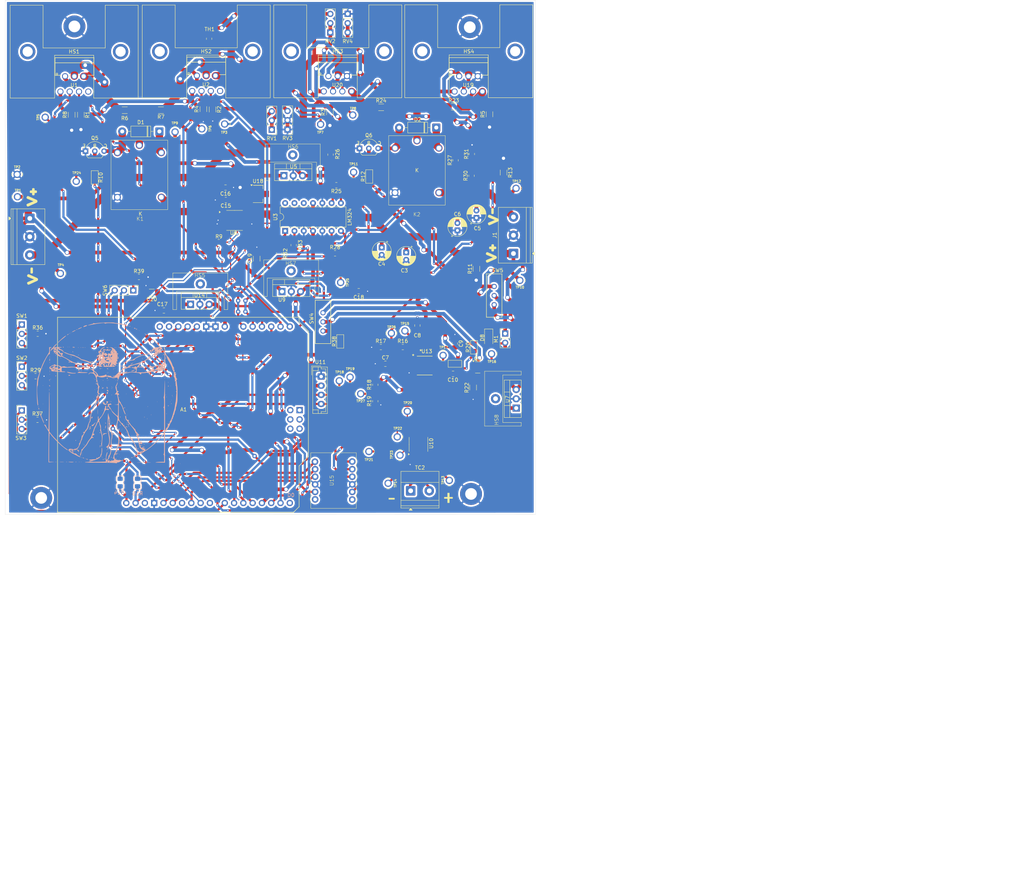
<source format=kicad_pcb>
(kicad_pcb (version 20241229) (generator "pcbnew") (generator_version "9.0")
  (title_block (title "Davinci Demon Supply") (date "2025-08-24") (rev "B") (company "Quantum Designs"))
  (layers (0 "F.Cu" signal) (2 "B.Cu" signal) (13 "F.Paste" user) (15 "B.Paste" user) (5 "F.SilkS" user "F.Silkscreen") (7 "B.SilkS" user "B.Silkscreen") (1 "F.Mask" user) (3 "B.Mask" user) (25 "Edge.Cuts" user))
  (net 0 "")
  (net 1 "/CLK")
  (net 2 "/Control PCB/+5V ARD VS")
  (net 3 "Net-(A1-D7)")
  (net 4 "GND")
  (net 5 "/Control PCB/+5V")
  (net 6 "/Control PCB/D4 I{slash}O")
  (net 7 "/Control PCB/3V3")
  (net 8 "/Data")
  (net 9 "/Control PCB/ARD SDA")
  (net 10 "/Control PCB/A0 port")
  (net 11 "/Chip Select")
  (net 12 "/Control PCB/A3 port")
  (net 13 "/Control PCB/INA Alert")
  (net 14 "/Control PCB/D5 I{slash}O")
  (net 15 "Net-(A1-D1{slash}TX)")
  (net 16 "/LT3081_3091 REGULATOR PCB/Temp 1")
  (net 17 "/Control PCB/- Vsense")
  (net 18 "/LT3081_3091 REGULATOR PCB/Temp 2")
  (net 19 "Net-(A1-~{RESET})")
  (net 20 "/Control PCB/A1 port")
  (net 21 "/Control PCB/D3 PWM")
  (net 22 "/Control PCB/A2 port")
  (net 23 "/Control PCB/ARD SCL")
  (net 24 "Net-(A1-D2{slash}SDA)")
  (net 25 "Net-(Q3-E)")
  (net 26 "/LT3081_3091 REGULATOR PCB/V- PRE-REG")
  (net 27 "+12V")
  (net 28 "Net-(TC2-+)")
  (net 29 "Net-(TC2--)")
  (net 30 "/LT3081_3091 REGULATOR PCB/-V ADJ Out")
  (net 31 "/LT3081_3091 REGULATOR PCB/V+ ADJ Out")
  (net 32 "Net-(Q3-B)")
  (net 33 "/LT3081_3091 REGULATOR PCB/V Set")
  (net 34 "/LT3081_3091 REGULATOR PCB/I LIM{slash}ADJ")
  (net 35 "/LT3081_3091 REGULATOR PCB/V+ PRE-REG")
  (net 36 "/LT3081_3091 REGULATOR PCB/V- ADJ Out")
  (net 37 "Net-(D2-A)")
  (net 38 "Net-(U13-CF)")
  (net 39 "Net-(U13-SENSE)")
  (net 40 "Net-(D1-A)")
  (net 41 "Net-(U13-Vin)")
  (net 42 "Net-(U13-Vmin)")
  (net 43 "Net-(U13-FAULT)")
  (net 44 "Net-(U13-VOUT)")
  (net 45 "Net-(U2-OUT)")
  (net 46 "Net-(U1-OUT)")
  (net 50 "Net-(D8-K)")
  (net 52 "Net-(A1-VIN)")
  (net 53 "Net-(SW4-A)")
  (net 54 "Net-(C15--)")
  (net 55 "Net-(D8-A)")
  (net 56 "Net-(R30-Pad1)")
  (net 57 "Net-(U10-SO)")
  (net 58 "Net-(U10-~{CS})")
  (net 59 "Net-(U10-SCK)")
  (net 62 "Net-(SW5-A)")
  (net 63 "Net-(U19-OUT)")
  (net 64 "Net-(U20-OUT)")
  (net 65 "Net-(U19-ILIM)")
  (net 66 "Net-(U19-SET)")
  (net 67 "Net-(U20-IMONN)")
  (net 68 "Net-(U19-IMONN)")
  (net 77 "Net-(R37-Pad1)")
  (net 78 "Net-(R29-Pad1)")
  (net 79 "Net-(R36-Pad1)")
  (net 80 "Net-(SW4-C)")
  (net 81 "Net-(R39-Pad2)")
  (net 82 "Net-(U3C--)")
  (net 83 "Net-(U3B--)")
  (net 84 "Net-(U3A--)")
  (net 90 "Net-(K1-NC)")
  (net 91 "Net-(K1-COM)")
  (net 92 "Net-(Q5-B)")
  (net 93 "Net-(Q6-B)")
  (footprint "Connector_PinHeader_2.54mm:PinHeader_1x03_P2.54mm_Vertical" (layer "F.Cu") (at 16.55 124.21)
    (property "Reference" "SW3")
    (property "Value" "SW_MEC_5E" (hide yes))
  )
  (footprint "Test Point:KEYSTONE_4952" (layer "F.Cu") (at 98.25 45.96 90)
    (property "Reference" "TP7")
    (property "Value" "TestPoint" (hide yes))
  )
  (footprint "PCM_Package_TO_SOT_THT_AKL:TO-92_Inline_Wide_EBC" (layer "F.Cu") (at 108.89 52.54)
    (property "Reference" "Q6")
    (property "Value" "2N2222A-TO92" (hide yes))
  )
  (footprint "Resistor_SMD:R_0805_2012Metric_Pad1.20x1.40mm_HandSolder" (layer "F.Cu") (at 113.2 121.7 90)
    (property "Reference" "R19")
    (property "Value" "17.8K" (hide yes))
  )
  (footprint "Test Point:KEYSTONE_4952" (layer "F.Cu") (at 22.96 44.03 -90)
    (property "Reference" "TP5")
    (property "Value" "TestPoint" (hide yes))
  )
  (footprint "PCM_Resistor_SMD_AKL:R_0805_2012Metric_Pad1.15x1.40mm_HandSolder" (layer "F.Cu") (at 103.63 105.35 90)
    (property "Reference" "R38")
    (property "Value" "800")
  )
  (footprint "PCM_Package_TO_SOT_THT_AKL:TO-92_Inline_Wide_EBC" (layer "F.Cu") (at 33.98 53.29)
    (property "Reference" "Q5")
    (property "Value" "2N2222A-TO92" (hide yes))
  )
  (footprint "Connector_PinHeader_2.54mm:PinHeader_1x03_P2.54mm_Vertical" (layer "F.Cu") (at 89.2 47.38 180)
    (property "Reference" "RV3")
    (property "Value" "500K")
  )
  (footprint "Connector_PinHeader_2.54mm:PinHeader_1x03_P2.54mm_Vertical" (layer "F.Cu") (at 16.57 100.73)
    (property "Reference" "SW1")
    (property "Value" "SW_MEC_5E" (hide yes))
  )
  (footprint "Connector_JST:JST_EH_B4B-EH-A_1x04_P2.50mm_Vertical" (layer "F.Cu") (at 98.4 114.95 -90)
    (property "Reference" "U11")
    (property "Value" "LCD 20x04")
  )
  (footprint "SV LIB:Heatsink Amazon" (layer "F.Cu") (at 148.07 121.01 90)
    (property "Reference" "HS8")
    (property "Value" "Heatsink")
  )
  (footprint "Resistor_SMD:R_0805_2012Metric_Pad1.20x1.40mm_HandSolder" (layer "F.Cu") (at 90.88 79 -90)
    (property "Reference" "R33")
    (property "Value" "100K")
  )
  (footprint "Connector_PinHeader_2.54mm:PinHeader_1x03_P2.54mm_Vertical" (layer "F.Cu") (at 16.57 112.25)
    (property "Reference" "SW2")
    (property "Value" "SW_MEC_5E" (hide yes))
  )
  (footprint "Test Point:KEYSTONE_4952" (layer "F.Cu") (at 133.43 143.35 90)
    (property "Reference" "TP13")
    (property "Value" "TestPoint" (hide yes))
  )
  (footprint "Test Point:KEYSTONE_4952" (layer "F.Cu") (at 152.71 88.65 180)
    (property "Reference" "TP10")
    (property "Value" "TestPoint" (hide yes))
  )
  (footprint "Capacitor_SMD:C_0805_2012Metric_Pad1.18x1.45mm_HandSolder" (layer "F.Cu") (at 134.95 105.95 -90)
    (property "Reference" "C9")
    (property "Value" "1uF")
  )
  (footprint "Test Point:KEYSTONE_4952" (layer "F.Cu") (at 15.29 59.65)
    (property "Reference" "TP2")
    (property "Value" "TestPoint" (hide yes))
  )
  (footprint "Test Point:KEYSTONE_4952" (layer "F.Cu") (at 58.46 48.05 90)
    (property "Reference" "TP9")
    (property "Value" "TestPoint" (hide yes))
  )
  (footprint "Test Point:KEYSTONE_4952" (layer "F.Cu") (at 116.71 144.14 90)
    (property "Reference" "TP14")
    (property "Value" "TestPoint" (hide yes))
  )
  (footprint "Capacitor_SMD:C_0805_2012Metric_Pad1.18x1.45mm_HandSolder" (layer "F.Cu") (at 115.95 111.45)
    (property "Reference" "C7")
    (property "Value" "1uF")
  )
  (footprint "SV LIB:HSINK_HSE-B250-04H" (layer "F.Cu") (at 66.98 26.03)
    (property "Reference" "HS2")
    (property "Value" "HSE-B250-04H" (hide yes))
  )
  (footprint "Test Point:KEYSTONE_4952" (layer "F.Cu") (at 144.98 108.74)
    (property "Reference" "TP16")
    (property "Value" "TestPoint" (hide yes))
  )
  (footprint "Test Point:KEYSTONE_4952" (layer "F.Cu") (at 121.95 124.45)
    (property "Reference" "TP20")
    (property "Value" "TestPoint" (hide yes))
  )
  (footprint "Test Point:KEYSTONE_4952" (layer "F.Cu") (at 131.73 109.15 90)
    (property "Reference" "TP17")
    (property "Value" "TestPoint" (hide yes))
  )
  (footprint "SV LIB:SOIC8-N_MC_MCH" (layer "F.Cu") (at 126.7 111.95)
    (property "Reference" "U13")
    (property "Value" "TC647BEOATR")
  )
  (footprint "Test Point:KEYSTONE_4952" (layer "F.Cu") (at 107.27 59.06 90)
    (property "Reference" "TP11")
    (property "Value" "TestPoint" (hide yes))
  )
  (footprint "kibuzzard-68CB751C" (layer "F.Cu") (at 145.45 71.24 90)
    (property "Reference" "kibuzzard-68CB751C" (hide yes))
    (property "Value" "G***" (hide yes))
  )
  (footprint "Capacitor_SMD:C_0805_2012Metric_Pad1.18x1.45mm_HandSolder" (layer "F.Cu") (at 72.25 63.26 180)
    (property "Reference" "C16")
    (property "Value" ".33uF")
  )
  (footprint "SV LIB:HSINK_HSE-B250-04H" (layer "F.Cu") (at 102.94 26)
    (property "Reference" "HS3")
    (property "Value" "HSE-B250-04H" (hide yes))
  )
  (footprint "Test Point:KEYSTONE_4952" (layer "F.Cu") (at 27.11 86.74)
    (property "Reference" "TP4")
    (property "Value" "TestPoint" (hide yes))
  )
  (footprint "PCM_Resistor_SMD_AKL:R_0805_2012Metric_Pad1.15x1.40mm_HandSolder" (layer "F.Cu") (at 111.53 60.24 90)
    (property "Reference" "R12")
    (property "Value" "1K")
  )
  (footprint "SV LIB:Hiletgo LLC" (layer "F.Cu") (at 101.8 143.4 90)
    (property "Reference" "U15")
    (property "Value" "Hiletgo I2C LLC Bi-Directional 3.3-5V" (hide yes))
  )
  (footprint "kibuzzard-68CB7484" (layer "F.Cu") (at 133.2 148.14)
    (property "Reference" "kibuzzard-68CB7484" (hide yes))
    (property "Value" "G***" (hide yes))
  )
  (footprint "Capacitor_THT:CP_Radial_D5.0mm_P2.00mm" (layer "F.Cu") (at 135.65 74.98 90)
    (property "Reference" "C6")
    (property "Value" "10uF")
  )
  (footprint "Test Point:KEYSTONE_4952" (layer "F.Cu") (at 121.3 102.47 180)
    (property "Reference" "TP15")
    (property "Value" "TestPoint" (hide yes))
  )
  (footprint "kibuzzard-68CB7542" (layer "F.Cu") (at 144.89 81.3 90)
    (property "Reference" "kibuzzard-68CB7542" (hide yes))
    (property "Value" "G***" (hide yes))
  )
  (footprint "Resistor_SMD:R_1206_3216Metric_Pad1.30x1.75mm_HandSolder" (layer "F.Cu") (at 30.2 43.35 90)
    (property "Reference" "R8")
    (property "Value" "10K")
  )
  (footprint "Test Point:KEYSTONE_4952" (layer "F.Cu") (at 151.68 63.46)
    (property "Reference" "TP12")
    (property "Value" "TestPoint" (hide yes))
  )
  (footprint "Package_SO:TSSOP-16_4.4x5mm_P0.65mm" (layer "F.Cu") (at 74.725 72.2375)
    (property "Reference" "U6")
    (property "Value" "INA260" (hide yes))
  )
  (footprint "Test Point:KEYSTONE_4952" (layer "F.Cu") (at 109.21 119.67)
    (property "Reference" "TP27")
    (property "Value" "TestPoint" (hide yes))
  )
  (footprint "Test Point:KEYSTONE_4952" (layer "F.Cu") (at 103.36 116.12 90)
    (property "Reference" "TP18")
    (property "Value" "TestPoint" (hide yes))
  )
  (footprint "Package_TO_SOT_SMD:SOT-89-3_Handsoldering" (layer "F.Cu") (at 81.1425 65)
    (property "Reference" "U18")
    (property "Value" "L7905")
  )
  (footprint "Lin Tech:TO220-7_T_LIT" (layer "F.Cu") (at 134.86 36.981)
    (property "Reference" "U19")
    (property "Value" "LT3091ET7-PBF" (hide yes))
  )
  (footprint "PCM_Resistor_SMD_AKL:R_0805_2012Metric_Pad1.15x1.40mm_HandSolder" (layer "F.Cu") (at 36.5 60.5 -90)
    (property "Reference" "R10")
    (property "Value" "1K")
  )
  (footprint "Resistor_SMD:R_1206_3216Metric_Pad1.30x1.75mm_HandSolder" (layer "F.Cu") (at 134.66 41.14 180)
    (property "Reference" "R23")
    (property "Value" "10m")
  )
  (footprint "Connector_PinHeader_2.54mm:PinHeader_1x03_P2.54mm_Vertical" (layer "F.Cu") (at 84.9 47.44 180)
    (property "Reference" "RV1")
    (property "Value" "200K")
  )
  (footprint "SV LIB:HSINK_HSE-B250-04H" (layer "F.Cu") (at 30.87 26.07)
    (property "Reference" "HS1")
    (property "Value" "HSE-B250-04H" (hide yes))
  )
  (footprint "Package_TO_SOT_THT:TO-220-3_Vertical" (layer "F.Cu") (at 87.7 91.695)
    (property "Reference" "U9")
    (property "Value" "LM7805_TO220" (hide yes))
  )
  (footprint "Resistor_SMD:R_1206_3216Metric_Pad1.30x1.75mm_HandSolder" (layer "F.Cu") (at 66.2 41.8 90)
    (property "Reference" "R4")
    (property "Value" "10K" (hide yes))
  )
  (footprint "Package_TO_SOT_THT:TO-220-3_Vertical" (layer "F.Cu") (at 62.7 95.2)
    (property "Reference" "U14")
    (property "Value" "L7808CV")
  )
  (footprint "Test Point:KEYSTONE_4952" (layer "F.Cu") (at 119.95 136.45 90)
    (property "Reference" "TP23")
    (property "Value" "TestPoint" (hide yes))
  )
  (footprint "kibuzzard-68CB749D" (layer "F.Cu") (at 117.67 148.37)
    (property "Reference" "kibuzzard-68CB749D" (hide yes))
    (property "Value" "G***" (hide yes))
  )
  (footprint "Resistor_SMD:R_0805_2012Metric_Pad1.20x1.40mm_HandSolder" (layer "F.Cu") (at 114.7125 106.8875)
    (property "Reference" "R17")
    (property "Value" "45.3K")
  )
  (footprint "Resistor_SMD:R_0805_2012Metric_Pad1.20x1.40mm_HandSolder" (layer "F.Cu") (at 120.7125 106.8875)
    (property "Reference" "R16")
    (property "Value" "237K")
  )
  (footprint "Lin Tech:TO220-7_T_LIT" (layer "F.Cu") (at 99.11 36.951)
    (property "Reference" "U20")
    (property "Value" "LT3091ET7-PBF" (hide yes))
  )
  (footprint "PCM_Resistor_SMD_AKL:R_0805_2012Metric_Pad1.15x1.40mm_HandSolder" (layer "F.Cu") (at 140.2 106.95 90)
    (property "Reference" "R20")
    (property "Value" "10K")
  )
  (footprint "Capacitor_SMD:C_0805_2012Metric_Pad1.18x1.45mm_HandSolder" (layer "F.Cu") (at 108.6725 91.59 180)
    (property "Reference" "C18")
    (property "Value" "1 uF")
  )
  (footprint "TerminalBlock_Phoenix:TerminalBlock_Phoenix_PT-1,5-3-5.0-H_1x03_P5.00mm_Horizontal" (layer "F.Cu") (at 150.9675 81.3 90)
    (property "Reference" "J1")
    (property "Value" "Power Out")
  )
  (footprint "Test Point:KEYSTONE_4952" (layer "F.Cu") (at 72.01 45.87 180)
    (property "Reference" "TP3")
    (property "Value" "TestPoint" (hide yes))
  )
  (footprint "Capacitor_SMD:C_0805_2012Metric_Pad1.18x1.45mm_HandSolder" (layer "F.Cu") (at 134.45 114.2)
    (property "Reference" "C10")
    (property "Value" ".1uF" (hide yes))
  )
  (footprint "Diode_THT:D_DO-41_SOD81_P10.16mm_Horizontal" (layer "F.Cu") (at 54.18 47.9 180)
    (property "Reference" "D1")
    (property "Value" "1N4007" (hide yes))
  )
  (footprint "Resistor_SMD:R_0805_2012Metric_Pad1.20x1.40mm_HandSolder" (layer "F.Cu") (at 139.51 60.03 -90)
    (property "Reference" "R30")
    (property "Value" "50K" (hide yes))
  )
  (footprint "SV LIB:Heatsink Amazon" (layer "F.Cu") (at 65.37 91.62)
    (property "Reference" "HS5")
    (property "Value" "Heatsink" (hide yes))
  )
  (footprint "SV LIB:Heatsink Amazon" (layer "F.Cu") (at 90.63 56.33)
    (property "Reference" "HS6")
    (property "Value" "Heatsink" (hide yes))
  )
  (footprint "Resistor_SMD:R_0805_2012Metric_Pad1.20x1.40mm_HandSolder" (layer "F.Cu") (at 86.91 81.29 -90)
    (property "Reference" "R32")
    (property "Value" "100K")
  )
  (footprint "Resistor_SMD:R_1206_3216Metric_Pad1.30x1.75mm_HandSolder" (layer "F.Cu") (at 139.95 117.95 -90)
    (property "Reference" "R22")
    (property "Value" "3")
  )
  (footprint "Resistor_SMD:R_0805_2012Metric_Pad1.20x1.40mm_HandSolder" (layer "F.Cu") (at 102.2 81.25)
    (property "Reference" "R28")
    (property "Value" "10K")
  )
  (footprint "Resistor_SMD:R_0805_2012Metric_Pad1.20x1.40mm_HandSolder" (layer "F.Cu") (at 135.15 55.8 -90)
    (property "Reference" "R27")
    (property "Value" "0R" (hide yes))
  )
  (footprint "kibuzzard-68CB74F5" (layer "F.Cu") (at 19.32 65.95 90)
    (property "Reference" "kibuzzard-68CB74F5" (hide yes))
    (property "Value" "G***" (hide yes))
  )
  (footprint "Resistor_SMD:R_0805_2012Metric_Pad1.20x1.40mm_HandSolder" (layer "F.Cu") (at 72.34 66.66)
    (property "Reference" "C15")
    (property "Value" ".1uF" (hide yes))
  )
  (footprint "PCM_Resistor_SMD_AKL:R_0805_2012Metric_Pad1.15x1.40mm_HandSolder" (layer "F.Cu") (at 134.95 111.45)
    (property "Reference" "R21" (hide yes))
    (property "Value" "800" (hide yes))
  )
  (footprint "Connector_PinHeader_2.54mm:PinHeader_1x03_P2.54mm_Vertical" (layer "F.Cu") (at 100.9 20.84 180)
    (property "Reference" "RV2")
    (property "Value" "50K")
  )
  (footprint "Resistor_SMD:R_1206_3216Metric_Pad1.30x1.75mm_HandSolder" (layer "F.Cu") (at 68.7 41.9 -90)
    (property "Reference" "R2")
    (property "Value" "5k" (hide yes))
  )
  (footprint "Test Point:KEYSTONE_4952" (layer "F.Cu") (at 111.45 135.45)
    (property "Reference" "TP21")
    (property "Value" "TestPoint" (hide yes))
  )
  (footprint "TerminalBlock_Phoenix:TerminalBlock_Phoenix_PT-1,5-3-5.0-H_1x03_P5.00mm_Horizontal" (layer "F.Cu") (at 18.75 71.7 -90)
    (property "Reference" "J2" (hide yes))
    (property "Value" "Power In")
  )
  (footprint "Package_TO_SOT_THT:TO-220-3_Vertical" (layer "F.Cu") (at 88.22 60)
    (property "Reference" "U5")
    (property "Value" "LM7812_TO220" (hide yes))
  )
  (footprint "Capacitor_THT:CP_Radial_D5.0mm_P2.00mm" (layer "F.Cu") (at 140.85 71.55 90)
    (property "Reference" "C5")
    (property "Value" "10uF")
  )
  (footprint "Resistor_SMD:R_1206_3216Metric_Pad1.30x1.75mm_HandSolder" (layer "F.Cu") (at 44.7 42.1)
    (property "Reference" "R6")
    (property "Value" "10m")
  )
  (footprint "Resistor_SMD:R_1206_3216Metric_Pad1.30x1.75mm_HandSolder" (layer "F.Cu") (at 140.85 85.48 -90)
    (property "Reference" "R11")
    (property "Value" "10K")
  )
  (footprint "Amazon JQC-3F(T73) Relay:JQC-3F(T73)" (layer "F.Cu") (at 48.7 59.8 -90)
    (property "Reference" "K1")
    (property "Value" "Relay_SPDT")
  )
  (footprint "Test Point:KEYSTONE_4952" (layer "F.Cu") (at 15.38 65.78)
    (property "Reference" "TP1")
    (property "Value" "TestPoint" (hide yes))
  )
  (footprint "Resistor_SMD:R_1206_3216Metric_Pad1.30x1.75mm_HandSolder" (layer "F.Cu") (at 148.27 59.15 -90)
    (property "Reference" "R13")
    (property "Value" "10K")
  )
  (footprint "Test Point:KEYSTONE_4952" (layer "F.Cu") (at 117.6 103.11)
    (property "Reference" "TP26")
    (property "Value" "TestPoint" (hide yes))
  )
  (footprint "Connector_PinHeader_2.54mm:PinHeader_1x03_P2.54mm_Vertical" (layer "F.Cu") (at 47.04 91.38 -90)
    (property "Reference" "SW6")
    (property "Value" "SW_MEC_5E" (hide yes))
  )
  (footprint "Resistor_SMD:R_0805_2012Metric_Pad1.20x1.40mm_HandSolder" (layer "F.Cu") (at 113.2 117.2 90)
    (property "Reference" "R18")
    (property "Value" "32.4K" (hide yes))
  )
  (footprint "Resistor_SMD:R_0805_2012Metric_Pad1.20x1.40mm_HandSolder" (layer "F.Cu") (at 100.96 54.25 -90)
    (property "Reference" "R26")
    (property "Value" "0R")
  )
  (footprint "Resistor_SMD:R_0805_2012Metric_Pad1.20x1.40mm_HandSolder" (layer "F.Cu") (at 67.78 22.55 90)
    (property "Reference" "TH1")
    (property "Value" "Thermistor" (hide yes))
  )
  (footprint "Resistor_SMD:R_0805_2012Metric_Pad1.20x1.40mm_HandSolder" (layer "F.Cu") (at 20.31 114.86)
    (property "Reference" "R29")
    (property "Value" "10K" (hide yes))
  )
  (footprint "PCM_Package_TO_SOT_THT_AKL:TO-220-3_Vertical" (layer "F.Cu") (at 151.72 123.58 90)
    (property "Reference" "U7")
    (property "Value" "LM7805CT")
  )
  (footprint "Resistor_SMD:R_0805_2012Metric_Pad1.20x1.40mm_HandSolder" (layer "F.Cu") (at 48.59 87.72 180)
    (property "Reference" "R39")
    (property "Value" "10K")
  )
  (footprint "Lin Tech:TO220-7_T_LIT" (layer "F.Cu") (at 63.15 36.84)
    (property "Reference" "U2")
    (property "Value" "LT3081xT7" (hide yes))
  )
  (footprint "Connector_PinHeader_2.54mm:PinHeader_1x02_P2.54mm_Vertical" (layer "F.Cu") (at 148.7 103.175)
    (property "Reference" "M1")
    (property "Value" "Fan" (hide yes))
  )
  (footprint "Resistor_SMD:R_1206_3216Metric_Pad1.30x1.75mm_HandSolder" (layer "F.Cu") (at 144.42 43.21 90)
    (property "Reference" "R5")
    (property "Value" "10K")
  )
  (footprint "Capacitor_THT:CP_Radial_D5.0mm_P2.00mm" (layer "F.Cu") (at 121.65 80.994888 -90)
    (property "Reference" "C3")
    (property "Value" "10uF")
  )
  (footprint "Capacitor_SMD:C_1206_3216Metric_Pad1.33x1.80mm_HandSolder" (layer "F.Cu") (at 80.78 82.7 90)
    (property "Reference" "C19")
    (property "Value" "33 uF")
  )
  (footprint "Resistor_SMD:R_1206_3216Metric_Pad1.30x1.75mm_HandSolder" (layer "F.Cu") (at 54.6 42.1 180)
    (property "Reference" "R7")
    (property "Value" "10m")
  )
  (footprint "Lin Tech:TO220-7_T_LIT" (layer "F.Cu") (at 27.12 37.01)
    (property "Reference" "U1")
    (property "Value" "LT3081xT7" (hide yes))
  )
  (footprint "Resistor_SMD:R_1206_3216Metric_Pad1.30x1.75mm_HandSolder" (layer "F.Cu") (at 100.8 42.67 90)
    (property "Reference" "R3")
    (property "Value" "10K")
  )
  (footprint "Capacitor_SMD:C_0805_2012Metric_Pad1.18x1.45mm_HandSolder" (layer "F.Cu") (at 124.7 100.9875 90)
    (property "Reference" "C8")
    (property "Value" ".01uF" (hide yes))
  )
  (footprint "Test Point:KEYSTONE_4952" (layer "F.Cu") (at 103.72 89.22 90)
    (property "Reference" "TP25")
    (property "Value" "TestPoint" (hide yes))
  )
  (footprint "Resistor_SMD:R_0805_2012Metric_Pad1.20x1.40mm_HandSolder" (layer "F.Cu") (at 20.91 103.23)
    (property "Reference" "R36")
    (property "Value" "10K" (hide yes))
  )
  (footprint "SV LIB:Heatsink Amazon" (layer "F.Cu") (at 90.18 88.04)
    (property "Reference" "HS7")
    (property "Value" "Heatsink" (hide yes))
  )
  (footprint "Resistor_SMD:R_0805_2012Metric_Pad1.20x1.40mm_HandSolder" (layer "F.Cu") (at 20.85 126.79)
    (property "Reference" "R37")
    (property "Value" "10K" (hide yes))
  )
  (footprint "Resistor_SMD:R_0805_2012Metric_Pad1.20x1.40mm_HandSolder" (layer "F.Cu") (at 70.4 78.2 180)
    (property "Reference" "R9")
    (property "Value" "2K2")
  )
  (footprint "TerminalBlock_Phoenix:TerminalBlock_Phoenix_MKDS-1,5-2-5.08_1x02_P5.08mm_Horizontal" (layer "F.Cu") (at 122.87 146.2)
    (property "Reference" "TC2")
    (property "Value" "Thermocouple_Block" (hide yes))
  )
  (footprint "SV LIB:HSINK_HSE-B250-04H" (layer "F.Cu") (at 138.74 25.98)
    (property "Reference" "HS4")
    (property "Value" "HSE-B250-04H" (hide yes))
  )
  (footprint "Capacitor_SMD:C_1206_3216Metric_Pad1.33x1.80mm_HandSolder" (layer "F.Cu") (at 52.09 91.96 180)
    (property "Reference" "C20")
    (property "Value" "33 uF")
  )
  (footprint "Capacitor_THT:CP_Radial_D5.0mm_P2.00mm" (layer "F.Cu") (at 114.95 79.65 -90)
    (property "Reference" "C4")
    (property "Value" "10uF")
  )
  (footprint "kibuzzard-68CB74DE" (layer "F.Cu") (at 19.478541 87.501459 90)
    (property "Reference" "kibuzzard-68CB74DE" (hide yes))
    (property "Value" "G***" (hide yes))
  )
  (footprint "Diode_THT:D_DO-41_SOD81_P10.16mm_Horizontal" (layer "F.Cu") (at 129.87 46.85 180)
    (property "Reference" "D2")
    (property "Value" "1N4007" (hide yes))
  )
  (footprint "Test Point:KEYSTONE_4952" (layer "F.Cu") (at 106.3 115.12 90)
    (property "Reference" "TP19")
    (property "Value" "TestPoint" (hide yes))
  )
  (footprint "Amazon JQC-3F(T73) Relay:JQC-3F(T73)" (layer "F.Cu") (at 124.59 58.55 -90)
    (property "Reference" "K2")
    (property "Value" "Relay_SPDT")
  )
  (footprint "SV LIB:SW_1218_SPDT" (layer "F.Cu") (at 98.9 97.5)
    (property "Reference" "SW4")
    (property "Value" "SW_SPDT" (hide yes))
  )
  (footprint "Package_SO:SOIC-8_3.9x4.9mm_P1.27mm" (layer "F.Cu") (at 125 133.5 90)
    (property "Reference" "U10")
    (property "Value" "MAX31855KASA" (hide yes))
  )
  (footprint "Package_TO_SOT_SMD:SOT-23" (layer "F.Cu") (at 141.2 112.45)
    (property "Reference" "Q3")
    (property "Value" "MMBT2222A" (hide yes))
  )
  (footprint "Resistor_SMD:R_0805_2012Metric_Pad1.20x1.40mm_HandSolder" (layer "F.Cu") (at 102.55 62.6 180)
    (property "Reference" "R25")
    (property "Value" "10K")
  )
  (footprint "Test Point:KEYSTONE_4952" (layer "F.Cu") (at 107.04 43.41)
    (property "Reference" "TP8")
    (property "Value" "TestPoint" (hide yes))
  )
  (footprint "SV LIB:SW_1218_SPDT" (layer "F.Cu") (at 145.7 95.3 180)
    (property "Reference" "SW5")
    (property "Value" "SW_SPDT" (hide yes))
  )
  (footprint "Test Point:KEYSTONE_4952" (layer "F.Cu") (at 31.45 61.56)
    (property "Reference" "TP24")
    (property "Value" "TestPoint" (hide yes))
  )
  (footprint "Connector_PinHeader_2.54mm:PinHeader_1x03_P2.54mm_Vertical" (layer "F.Cu") (at 105.65 15.75)
    (property "Reference" "RV4")
    (property "Value" "500K")
  )
  (footprint "Resistor_SMD:R_1206_3216Metric_Pad1.30x1.75mm_HandSolder" (layer "F.Cu") (at 114.8 41.3)
    (property "Reference" "R24")
    (property "Value" "10m")
  )
  (footprint "Resistor_SMD:R_0805_2012Metric_Pad1.20x1.40mm_HandSolder" (layer "F.Cu") (at 139.59 54.08 -90)
    (property "Reference" "R31")
    (property "Value" "10K" (hide yes))
  )
  (footprint "Diode_SMD:D_1206_3216Metric_Pad1.42x1.75mm_HandSolder" (layer "F.Cu") (at 144.2 104.4 -90)
    (property "Reference" "D8")
    (property "Value" "D_Schottky_Generic" (hide yes))
  )
  (footprint "PCM_4ms_Package_DIP:DIP-14_W7.62mm" (layer "F.Cu") (at 88.61 75.12 90)
    (property "Reference" "U3")
    (property "Value" "LM324")
  )
  (footprint "Resistor_SMD:R_1206_3216Metric_Pad1.30x1.75mm_HandSolder" (layer "F.Cu") (at 32.7 43.35 -90)
    (property "Reference" "R1")
    (property "Value" "5k")
  )
  (footprint "Test Point:KEYSTONE_4952" (layer "F.Cu") (at 65.78 47.2 180)
    (property "Reference" "TP6")
    (property "Value" "TestPoint" (hide yes))
  )
  (footprint "Test Point:KEYSTONE_4952" (layer "F.Cu") (at 119.2 131.45)
    (property "Reference" "TP22")
    (property "Value" "TestPoint" (hide yes))
  )
  (footprint "Capacitor_SMD:C_0805_2012Metric_Pad1.18x1.45mm_HandSolder" (layer "F.Cu") (at 55.41 96.89)
    (property "Reference" "C17")
    (property "Value" "1 uF")
  )
  (footprint "PCM_SL_Mechanical:MountingHole_3.2mm_With_Spacer_H10mm" (layer "B.Cu") (at 139.02 19.39 180)
    (property "Reference" "H3" (hide yes))
    (property "Value" "M3_Hole_With_Spacer_H10mm")
  )
  (footprint "PCM_SL_Mechanical:MountingHole_3.2mm_With_Spacer_H10mm" (layer "B.Cu") (at 139.37 147.06 180)
    (property "Reference" "H4" (hide yes))
    (property "Value" "M3_Hole_With_Spacer_H10mm")
  )
  (footprint "PCM_Resistor_SMD_AKL:R_0805_2012Metric_Pad1.15x1.40mm_HandSolder" (layer "B.Cu") (at 43.45 143.95 90)
    (property "Reference" "R14")
    (property "Value" "10K")
  )
  (footprint "SV LIB:Arduino_Leonardo" (layer "B.Cu") (at 26.33 98.74)
    (property "Reference" "A1")
    (property "Value" "Arduino_Leonardo")
  )
  (footprint "PCM_SL_Mechanical:MountingHole_3.2mm_With_Spacer_H10mm" (layer "B.Cu") (at 30.95 19.18 180)
    (property "Reference" "H2" (hide yes))
    (property "Value" "M3_Hole_With_Spacer_H10mm")
  )
  (footprint "PCM_Resistor_SMD_AKL:R_0805_2012Metric_Pad1.15x1.40mm_HandSolder" (layer "B.Cu") (at 48.2 143.95 90)
    (property "Reference" "R15")
    (property "Value" "10K")
  )
  (footprint "LOGO" (layer "B.Cu") (at 39.918668 119.50522 180)
    (property "Reference" "G***" (hide yes))
    (property "Value" "LOGO" (hide yes))
  )
  (footprint "PCM_SL_Mechanical:MountingHole_3.2mm_With_Spacer_H10mm" (layer "B.Cu") (at 21.87 148.14 180)
    (property "Reference" "H1" (hide yes))
    (property "Value" "M3_Hole_With_Spacer_H10mm")
  )
  (gr_line (start 157 152.67) (end 12.02 152.71) (stroke (width 0.05)) (layer "Edge.Cuts"))
  (gr_line (start 12 11.99) (end 12.02 152.71) (stroke (width 0.05)) (layer "Edge.Cuts"))
  (gr_line (start 12 11.99) (end 156.97 11.98) (stroke (width 0.05)) (layer "Edge.Cuts"))
  (gr_line (start 157 152.67) (end 156.97 11.98) (stroke (width 0.05)) (layer "Edge.Cuts"))
  (segment (start 64.5 141.28) (end 93.67 141.28) (width 0.6) (layer "F.Cu") (net 1))
  (segment (start 64.5 141.28) (end 63.585 141.28) (width 0.6) (layer "F.Cu") (net 1))
  (segment (start 93.67 141.28) (end 96.7 138.25) (width 0.6) (layer "F.Cu") (net 1))
  (segment (start 63.585 141.28) (end 55.345 149.52) (width 0.6) (layer "F.Cu") (net 1))
  (segment (start 43.45 136.36) (end 43.45 122.295) (width 0.6) (layer "F.Cu") (net 2))
  (segment (start 40.34 97.53) (end 40.34 104.1) (width 0.6) (layer "F.Cu") (net 2))
  (segment (start 93.27 149.63) (end 91.82 151.08) (width 0.6) (layer "F.Cu") (net 2))
  (segment (start 16.57 105.81) (end 18.68 107.92) (width 0.6) (layer "F.Cu") (net 2))
  (segment (start 16.57 117.33) (end 17.55 118.31) (width 0.6) (layer "F.Cu") (net 2))
  (segment (start 43.45 136.95) (end 43.45 136.36) (width 0.6) (layer "F.Cu") (net 2))
  (segment (start 35.11 129.91) (end 35.11 133.17) (width 0.6) (layer "F.Cu") (net 2))
  (segment (start 61.65 141.61) (end 60.02 141.61) (width 0.6) (layer "F.Cu") (net 2))
  (segment (start 16.55 129.29) (end 28.63 129.29) (width 0.6) (layer "F.Cu") (net 2))
  (segment (start 91.82 151.08) (end 91.33 151.57) (width 0.6) (layer "F.Cu") (net 2))
  (segment (start 95.19 143.21) (end 94.72 143.68) (width 0.6) (layer "F.Cu") (net 2))
  (segment (start 28.63 129.29) (end 32.66 133.32) (width 0.6) (layer "F.Cu") (net 2))
  (segment (start 44.57 138.07) (end 45.15 138.07) (width 0.6) (layer "F.Cu") (net 2))
  (segment (start 60.02 141.61) (end 59.47 142.16) (width 0.6) (layer "F.Cu") (net 2))
  (segment (start 35.11 133.58) (end 37.89 136.36) (width 0.6) (layer "F.Cu") (net 2))
  (segment (start 37.89 136.36) (end 43.45 136.36) (width 0.6) (layer "F.Cu") (net 2))
  (segment (start 40.34 104.1) (end 38.72 105.72) (width 0.6) (layer "F.Cu") (net 2))
  (segment (start 33.5 118.31) (end 34.11 118.31) (width 0.6) (layer "F.Cu") (net 2))
  (segment (start 35.11 119.31) (end 35.11 129.91) (width 0.6) (layer "F.Cu") (net 2))
  (segment (start 33.3 118.11) (end 33.5 118.31) (width 0.6) (layer "F.Cu") (net 2))
  (segment (start 96.05 142.35) (end 95.19 143.21) (width 0.6) (layer "F.Cu") (net 2))
  (segment (start 58.06 143.64) (end 56.32 145.38) (width 0.6) (layer "F.Cu") (net 2))
  (segment (start 94.72 143.68) (end 94.72 145.05) (width 0.6) (layer "F.Cu") (net 2))
  (segment (start 34.96 133.32) (end 35.11 133.17) (width 0.6) (layer "F.Cu") (net 2))
  (segment (start 17.55 118.31) (end 33.5 118.31) (width 0.6) (layer "F.Cu") (net 2))
  (segment (start 70.05 150.13) (end 70.05 146.83) (width 0.6) (layer "F.Cu") (net 2))
  (segment (start 32.66 133.32) (end 34.96 133.32) (width 0.6) (layer "F.Cu") (net 2))
  (segment (start 96.75 142.35) (end 96.05 142.35) (width 0.6) (layer "F.Cu") (net 2))
  (segment (start 56.32 145.38) (end 53.48 145.38) (width 0.6) (layer "F.Cu") (net 2))
  (segment (start 34.11 118.31) (end 35.11 119.31) (width 0.6) (layer "F.Cu") (net 2))
  (segment (start 35.11 133.17) (end 35.11 133.58) (width 0.6) (layer "F.Cu") (net 2))
  (segment (start 36.34 106.7) (end 34.52 106.7) (width 0.6) (layer "F.Cu") (net 2))
  (segment (start 93.27 146.76) (end 93.27 149.63) (width 0.6) (layer "F.Cu") (net 2))
  (segment (start 43.45 122.295) (end 64.485 101.26) (width 0.6) (layer "F.Cu") (net 2))
  (segment (start 33.3 107.92) (end 33.3 118.11) (width 0.6) (layer "F.Cu") (net 2))
  (segment (start 18.68 107.92) (end 33.3 107.92) (width 0.6) (layer "F.Cu") (net 2))
  (segment (start 91.33 151.57) (end 72.9 151.57) (width 0.6) (layer "F.Cu") (net 2))
  (segment (start 43.45 136.95) (end 44.57 138.07) (width 0.6) (layer "F.Cu") (net 2))
  (segment (start 34.52 106.7) (end 33.3 107.92) (width 0.6) (layer "F.Cu") (net 2))
  (segment (start 70.05 146.83) (end 68.04 144.82) (width 0.6) (layer "F.Cu") (net 2))
  (via (at 38.72 105.72) (size 0.7) (drill 0.4) (layers "F.Cu" "B.Cu") (net 2))
  (via (at 45.15 138.07) (size 0.7) (drill 0.4) (layers "F.Cu" "B.Cu") (net 2))
  (via (at 93.27 146.76) (size 0.6) (drill 0.3) (layers "F.Cu" "B.Cu") (net 2))
  (via (at 72.9 151.57) (size 0.6) (drill 0.3) (layers "F.Cu" "B.Cu") (net 2))
  (via (at 94.72 145.05) (size 0.6) (drill 0.3) (layers "F.Cu" "B.Cu") (net 2))
  (via (at 58.06 143.64) (size 0.6) (drill 0.3) (layers "F.Cu" "B.Cu") (net 2))
  (via (at 40.34 97.53) (size 0.7) (drill 0.4) (layers "F.Cu" "B.Cu") (net 2))
  (via (at 53.48 145.38) (size 0.6) (drill 0.3) (layers "F.Cu" "B.Cu") (net 2))
  (via (at 59.47 142.16) (size 0.6) (drill 0.3) (layers "F.Cu" "B.Cu") (net 2))
  (via (at 36.34 106.7) (size 0.7) (drill 0.4) (layers "F.Cu" "B.Cu") (net 2))
  (via (at 68.04 144.82) (size 0.6) (drill 0.3) (layers "F.Cu" "B.Cu") (net 2))
  (via (at 61.65 141.61) (size 0.6) (drill 0.3) (layers "F.Cu" "B.Cu") (net 2))
  (via (at 70.05 150.13) (size 0.6) (drill 0.3) (layers "F.Cu" "B.Cu") (net 2))
  (segment (start 59.47 142.23) (end 58.06 143.64) (width 0.6) (layer "B.Cu") (net 2))
  (segment (start 94.72 145.05) (end 94.72 145.31) (width 0.6) (layer "B.Cu") (net 2))
  (segment (start 50.885 142.925) (end 48.2 142.925) (width 0.6) (layer "B.Cu") (net 2))
  (segment (start 53.34 145.38) (end 50.885 142.925) (width 0.6) (layer "B.Cu") (net 2))
  (segment (start 48.2 142.925) (end 48.2 141.16) (width 0.6) (layer "B.Cu") (net 2))
  (segment (start 71.49 151.57) (end 70.05 150.13) (width 0.6) (layer "B.Cu") (net 2))
  (segment (start 37.32 105.72) (end 36.34 106.7) (width 0.6) (layer "B.Cu") (net 2))
  (segment (start 40.34 93) (end 40.34 97.53) (width 0.6) (layer "B.Cu") (net 2))
  (segment (start 41.96 91.38) (end 40.34 93) (width 0.6) (layer "B.Cu") (net 2))
  (segment (start 94.72 145.31) (end 93.27 146.76) (width 0.6) (layer "B.Cu") (net 2))
  (segment (start 72.9 151.57) (end 71.49 151.57) (width 0.6) (layer "B.Cu") (net 2))
  (segment (start 64.83 141.61) (end 61.65 141.61) (width 0.6) (layer "B.Cu") (net 2))
  (segment (start 43.45 142.925) (end 43.45 141.45) (width 0.6) (layer "B.Cu") (net 2))
  (segment (start 43.45 141.45) (end 45.97 138.93) (width 0.6) (layer "B.Cu") (net 2))
  (segment (start 48.2 141.16) (end 46.8 139.76) (width 0.6) (layer "B.Cu") (net 2))
  (segment (start 53.48 145.38) (end 53.34 145.38) (width 0.6) (layer "B.Cu") (net 2))
  (segment (start 38.72 105.72) (end 37.32 105.72) (width 0.6) (layer "B.Cu") (net 2))
  (segment (start 68.04 144.82) (end 64.83 141.61) (width 0.6) (layer "B.Cu") (net 2))
  (segment (start 59.47 142.16) (end 59.47 142.23) (width 0.6) (layer "B.Cu") (net 2))
  (segment (start 46.8 139.76) (end 45.97 138.93) (width 0.6) (layer "B.Cu") (net 2))
  (segment (start 45.15 138.11) (end 45.15 138.07) (width 0.6) (layer "B.Cu") (net 2))
  (segment (start 45.97 138.93) (end 45.15 138.11) (width 0.6) (layer "B.Cu") (net 2))
  (segment (start 18.11 151.72) (end 69.905 151.72) (width 0.6) (layer "F.Cu") (net 3))
  (segment (start 13.301 146.911) (end 18.11 151.72) (width 0.6) (layer "F.Cu") (net 3))
  (segment (start 16.57 100.73) (end 13.301 103.999) (width 0.6) (layer "F.Cu") (net 3))
  (segment (start 69.905 151.72) (end 72.105 149.52) (width 0.6) (layer "F.Cu") (net 3))
  (segment (start 13.301 103.999) (end 13.301 146.911) (width 0.6) (layer "F.Cu") (net 3))
  (segment (start 144.42 46.71) (end 144.43 46.72) (width 1) (layer "F.Cu") (net 4))
  (segment (start 30.2 44.9) (end 30.2 47.57) (width 1) (layer "F.Cu") (net 4))
  (segment (start 123.095 138.645) (end 122.73 139.01) (width 0.6) (layer "F.Cu") (net 4))
  (segment (start 49.59 87.72) (end 51.06 87.72) (width 0.6) (layer "F.Cu") (net 4))
  (segment (start 79.4325 73.2125) (end 79.44 73.22) (width 0.3) (layer "F.Cu") (net 4))
  (segment (start 148.27 55.28) (end 148.24 55.25) (width 1) (layer "F.Cu") (net 4))
  (segment (start 77.5875 73.2125) (end 79.4325 73.2125) (width 0.3) (layer "F.Cu") (net 4))
  (segment (start 68.7 45.02) (end 68.75 45.07) (width 0.6) (layer "F.Cu") (net 4))
  (segment (start 124.3503 113.8875) (end 122.5125 113.8875) (width 0.6) (layer "F.Cu") (net 4))
  (segment (start 122.5125 113.8875) (end 122.45 113.95) (width 0.6) (layer "F.Cu") (net 4))
  (segment (start 112.2625 106.8875) (end 112.2 106.95) (width 0.6) (layer "F.Cu") (net 4))
  (segment (start 30.2 47.57) (end 30.19 47.58) (width 1) (layer "F.Cu") (net 4))
  (segment (start 113.7125 106.8875) (end 112.2625 106.8875) (width 0.6) (layer "F.Cu") (net 4))
  (segment (start 23.32 126.79) (end 23.34 126.81) (width 0.6) (layer "F.Cu") (net 4))
  (segment (start 66.2 43.35) (end 66.2 45.2) (width 0.6) (layer "F.Cu") (net 4))
  (segment (start 76.52 63.5) (end 76.25 63.23) (width 1) (layer "F.Cu") (net 4))
  (segment (start 89.2 44.84) (end 89.2 47.38) (width 1) (layer "F.Cu") (net 4))
  (segment (start 124.7 99.95) (end 124.7 98.7) (width 0.6) (layer "F.Cu") (net 4))
  (segment (start 32.7 44.9) (end 32.7 47.37) (width 1) (layer "F.Cu") (net 4))
  (segment (start 144.42 44.76) (end 144.42 46.71) (width 1) (layer "F.Cu") (net 4))
  (segment (start 21.31 114.86) (end 22.65 114.86) (width 0.6) (layer "F.Cu") (net 4))
  (segment (start 78.6925 63.5) (end 76.52 63.5) (width 1) (layer "F.Cu") (net 4))
  (segment (start 69.9925 73.2125) (end 69.98 73.2) (width 0.3) (layer "F.Cu") (net 4))
  (segment (start 111.06 91.59) (end 111.09 91.62) (width 0.6) (layer "F.Cu") (net 4))
  (segment (start 114.9125 111.45) (end 113.2 111.45) (width 0.6) (layer "F.Cu") (net 4))
  (segment (start 71.34 66.66) (end 69.47 66.66) (width 0.6) (layer "F.Cu") (net 4))
  (segment (start 54.3725 96.89) (end 52.99 96.89) (width 0.6) (layer "F.Cu") (net 4))
  (segment (start 21.85 126.79) (end 23.32 126.79) (width 0.6) (layer "F.Cu") (net 4))
  (segment (start 139.59 51.65) (end 139.65 51.59) (width 0.6) (layer "F.Cu") (net 4))
  (segment (start 109.71 91.59) (end 111.06 91.59) (width 0.6) (layer "F.Cu") (net 4))
  (segment (start 51.06 87.72) (end 51.09 87.75) (width 0.6) (layer "F.Cu") (net 4))
  (segment (start 140.85 88.54) (end 140.79 88.6) (width 1) (layer "F.Cu") (net 4))
  (segment (start 50.5275 91.96) (end 50.5275 90.0775) (width 0.6) (layer "F.Cu") (net 4))
  (segment (start 71.8625 71.9125) (end 70.5075 71.9125) (width 0.3) (layer "F.Cu") (net 4))
  (segment (start 73.2875 63.26) (end 74.42 63.26) (width 0.6) (layer "F.Cu") (net 4))
  (segment (start 50.5275 90.0775) (end 50.52 90.07) (width 0.6) (layer "F.Cu") (net 4))
  (segment (start 70.5075 71.9125) (end 70.23 72.19) (width 0.3) (layer "F.Cu") (net 4))
  (segment (start 68.7 43.45) (end 68.7 45.02) (width 0.6) (layer "F.Cu") (net 4))
  (segment (start 113.2 122.7) (end 114.7 122.7) (width 0.6) (layer "F.Cu") (net 4))
  (segment (start 139.95 119.5) (end 139.95 121.2) (width 0.6) (layer "F.Cu") (net 4))
  (segment (start 123.095 135.975) (end 123.095 138.645) (width 0.6) (layer "F.Cu") (net 4))
  (segment (start 21.91 103.23) (end 23.17 103.23) (width 0.6) (layer "F.Cu") (net 4))
  (segment (start 66.2 45.2) (end 66.19 45.21) (width 0.6) (layer "F.Cu") (net 4))
  (segment (start 71.8625 73.2125) (end 69.9925 73.2125) (width 0.3) (layer "F.Cu") (net 4))
  (segment (start 139.59 53.08) (end 139.59 51.65) (width 0.6) (layer "F.Cu") (net 4))
  (segment (start 148.27 57.6) (end 148.27 55.28) (width 1) (layer "F.Cu") (net 4))
  (segment (start 74.42 63.26) (end 74.45 63.23) (width 0.6) (layer "F.Cu") (net 4))
  (segment (start 100.8 46.27) (end 100.79 46.28) (width 1) (layer "F.Cu") (net 4))
  (segment (start 140.85 87.03) (end 140.85 88.54) (width 1) (layer "F.Cu") (net 4))
  (segment (start 32.7 47.37) (end 32.73 47.4) (width 1) (layer "F.Cu") (net 4))
  (segment (start 134.95 104.9125) (end 134.95 103.45) (width 0.6) (layer "F.Cu") (net 4))
  (segment (start 80.78 79.59) (end 80.81 79.56) (width 0.6) (layer "F.Cu") (net 4))
  (segment (start 52.99 96.89) (end 52.98 96.88) (width 0.6) (layer "F.Cu") (net 4))
  (segment (start 80.78 81.1375) (end 80.78 79.59) (width 0.6) (layer "F.Cu") (net 4))
  (segment (start 100.8 44.22) (end 100.8 46.27) (width 1) (layer "F.Cu") (net 4))
  (via (at 68.75 45.07) (size 0.6) (drill 0.3) (layers "F.Cu" "B.Cu") (net 4))
  (via (at 112.2 106.95) (size 0.6) (drill 0.3) (layers "F.Cu" "B.Cu") (net 4))
  (via (at 51.09 87.75) (size 0.7) (drill 0.4) (layers "F.Cu" "B.Cu") (net 4))
  (via (at 23.17 103.23) (size 0.7) (drill 0.4) (layers "F.Cu" "B.Cu") (net 4))
  (via (at 111.09 91.62) (size 0.6) (drill 0.3) (layers "F.Cu" "B.Cu") (net 4))
  (via (at 23.34 126.81) (size 0.6) (drill 0.3) (layers "F.Cu" "B.Cu") (net 4))
  (via (at 70.23 72.19) (size 0.6) (drill 0.3) (layers "F.Cu" "B.Cu") (net 4))
  (via (at 148.24 55.25) (size 1.2) (drill 0.9) (layers "F.Cu" "B.Cu") (net 4))
  (via (at 113.2 111.45) (size 0.6) (drill 0.3) (layers "F.Cu" "B.Cu") (net 4))
  (via (at 22.65 114.86) (size 0.6) (drill 0.3) (layers "F.Cu" "B.Cu") (net 4))
  (via (at 139.95 121.2) (size 0.6) (drill 0.3) (layers "F.Cu" "B.Cu") (net 4))
  (via (at 69.47 66.66) (size 0.6) (drill 0.3) (layers "F.Cu" "B.Cu") (net 4))
  (via (at 122.45 113.95) (size 0.6) (drill 0.3) (layers "F.Cu" "B.Cu") (net 4))
  (via (at 76.25 63.23) (size 1.2) (drill 0.9) (layers "F.Cu" "B.Cu") (net 4))
  (via (at 32.73 47.4) (size 1.2) (drill 0.9) (layers "F.Cu" "B.Cu") (net 4))
  (via (at 140.79 88.6) (size 1.2) (drill 0.9) (layers "F.Cu" "B.Cu") (net 4))
  (via (at 79.44 73.22) (size 0.6) (drill 0.3) (layers "F.Cu" "B.Cu") (net 4))
  (via (at 66.19 45.21) (size 0.6) (drill 0.3) (layers "F.Cu" "B.Cu") (net 4))
  (via (at 69.98 73.2) (size 0.6) (drill 0.3) (layers "F.Cu" "B.Cu") (net 4))
  (via (at 100.79 46.28) (size 1.2) (drill 0.9) (layers "F.Cu" "B.Cu") (net 4))
  (via (at 139.65 51.59) (size 0.7) (drill 0.4) (layers "F.Cu" "B.Cu") (net 4))
  (via (at 134.95 103.45) (size 0.6) (drill 0.3) (layers "F.Cu" "B.Cu") (net 4))
  (via (at 80.81 79.56) (size 0.6) (drill 0.3) (layers "F.Cu" "B.Cu") (net 4))
  (via (at 30.19 47.58) (size 1.2) (drill 0.9) (layers "F.Cu" "B.Cu") (net 4))
  (via (at 50.52 90.07) (size 0.6) (drill 0.3) (layers "F.Cu" "B.Cu") (net 4))
  (via (at 144.43 46.72) (size 1.2) (drill 0.9) (layers "F.Cu" "B.Cu") (net 4))
  (via (at 122.73 139.01) (size 0.6) (drill 0.3) (layers "F.Cu" "B.Cu") (net 4))
  (via (at 74.45 63.23) (size 0.6) (drill 0.3) (layers "F.Cu" "B.Cu") (net 4))
  (via (at 124.7 98.7) (size 0.6) (drill 0.3) (layers "F.Cu" "B.Cu") (net 4))
  (via (at 114.7 122.7) (size 0.6) (drill 0.3) (layers "F.Cu" "B.Cu") (net 4))
  (via (at 52.98 96.88) (size 0.6) (drill 0.3) (layers "F.Cu" "B.Cu") (net 4))
  (segment (start 114.7 122.7) (end 115.2 122.7) (width 0.6) (layer "B.Cu") (net 4))
  (segment (start 134.95 103.45) (end 134.95 102.95) (width 0.6) (layer "B.Cu") (net 4))
  (segment (start 121.67 139.01) (end 121.61 139.07) (width 0.6) (layer "B.Cu") (net 4))
  (segment (start 139.95 121.2) (end 139.95 121.7) (width 0.6) (layer "B.Cu") (net 4))
  (segment (start 112.2 106.95) (end 111.7 106.95) (width 0.6) (layer "B.Cu") (net 4))
  (segment (start 122.73 139.01) (end 121.67 139.01) (width 0.6) (layer "B.Cu") (net 4))
  (segment (start 95.65 116.425) (end 95.65 110.3) (width 1) (layer "F.Cu") (net 5))
  (segment (start 94.535 90.335) (end 94.535 90.315) (width 0.6) (layer "F.Cu") (net 5))
  (segment (start 101.67 91.59) (end 100.41 92.85) (width 0.6) (layer "F.Cu") (net 5))
  (segment (start 94.08 73.02) (end 96.18 75.12) (width 0.3) (layer "F.Cu") (net 5))
  (segment (start 82.76 73.02) (end 94.08 73.02) (width 0.3) (layer "F.Cu") (net 5))
  (segment (start 75.49 75.231918) (end 76.859418 73.8625) (width 0.3) (layer "F.Cu") (net 5))
  (segment (start 94.535 90.315) (end 96.18 88.67) (width 1) (layer "F.Cu") (net 5))
  (segment (start 75.49 75.99) (end 75.49 75.231918) (width 0.3) (layer "F.Cu") (net 5))
  (segment (start 81.86 73.96) (end 82.54 73.28) (width 0.3) (layer "F.Cu") (net 5))
  (segment (start 98.4 117.45) (end 96.675 117.45) (width 1) (layer "F.Cu") (net 5))
  (segment (start 96.18 88.67) (end 96.18 75.12) (width 1) (layer "F.Cu") (net 5))
  (segment (start 96.675 117.45) (end 95.65 116.425) (width 1) (layer "F.Cu") (net 5))
  (segment (start 91.47 93.38) (end 91.47 95.15) (width 1) (layer "F.Cu") (net 5))
  (segment (start 77.685 73.96) (end 81.86 73.96) (width 0.3) (layer "F.Cu") (net 5))
  (segment (start 91.47 93.38) (end 94.535 90.315) (width 1) (layer "F.Cu") (net 5))
  (segment (start 107.635 91.59) (end 101.67 91.59) (width 0.6) (layer "F.Cu") (net 5))
  (segment (start 77.5875 73.8625) (end 77.685 73.96) (width 0.3) (layer "F.Cu") (net 5))
  (segment (start 96.08 91.88) (end 94.535 90.335) (width 0.6) (layer "F.Cu") (net 5))
  (segment (start 91.47 95.15) (end 91.43 95.19) (width 1) (layer "F.Cu") (net 5))
  (segment (start 76.859418 73.8625) (end 77.5875 73.8625) (width 0.3) (layer "F.Cu") (net 5))
  (segment (start 71.4 78.2) (end 73.18 78.2) (width 0.3) (layer "F.Cu") (net 5))
  (segment (start 73.18 78.2) (end 73.23 78.25) (width 0.3) (layer "F.Cu") (net 5))
  (segment (start 82.54 73.24) (end 82.76 73.02) (width 0.3) (layer "F.Cu") (net 5))
  (segment (start 82.54 73.28) (end 82.54 73.24) (width 0.3) (layer "F.Cu") (net 5))
  (via (at 73.23 78.25) (size 0.6) (drill 0.3) (layers "F.Cu" "B.Cu") (net 5))
  (via (at 96.08 91.88) (size 0.6) (drill 0.3) (layers "F.Cu" "B.Cu") (net 5))
  (via (at 100.41 92.85) (size 0.6) (drill 0.3) (layers "F.Cu" "B.Cu") (net 5))
  (via (at 91.43 95.19) (size 1.2) (drill 0.9) (layers "F.Cu" "B.Cu") (net 5))
  (via (at 95.65 110.3) (size 1.2) (drill 0.9) (layers "F.Cu" "B.Cu") (net 5))
  (via (at 75.49 75.99) (size 0.6) (drill 0.3) (layers "F.Cu" "B.Cu") (net 5))
  (segment (start 95.65 102.85) (end 91.41 98.61) (width 1) (layer "B.Cu") (net 5))
  (segment (start 91.43 95.19) (end 91.43 98.59) (width 1) (layer "B.Cu") (net 5))
  (segment (start 73.23 78.25) (end 75.49 75.99) (width 0.3) (layer "B.Cu") (net 5))
  (segment (start 75.55 75.99) (end 75.49 75.99) (width 0.3) (layer "B.Cu") (net 5))
  (segment (start 97.05 92.85) (end 96.08 91.88) (width 0.6) (layer "B.Cu") (net 5))
  (segment (start 95.65 110.3) (end 95.65 102.85) (width 1) (layer "B.Cu") (net 5))
  (segment (start 100.41 92.85) (end 97.05 92.85) (width 0.6) (layer "B.Cu") (net 5))
  (segment (start 91.43 98.59) (end 91.41 98.61) (width 1) (layer "B.Cu") (net 5))
  (segment (start 56.95 142.4) (end 56.95 141.85) (width 0.6) (layer "F.Cu") (net 6))
  (segment (start 69.75 139.05) (end 70.55 139.85) (width 0.6) (layer "F.Cu") (net 6))
  (segment (start 36.465 61.56) (end 36.5 61.525) (width 0.6) (layer "F.Cu") (net 6))
  (segment (start 59.75 139.05) (end 69.75 139.05) (width 0.6) (layer "F.Cu") (net 6))
  (segment (start 74.655 144.45) (end 79.725 149.52) (width 0.6) (layer "F.Cu") (net 6))
  (segment (start 71.2 144.45) (end 74.655 144.45) (width 0.6) (layer "F.Cu") (net 6))
  (segment (start 37.45 82.95) (end 37.45 92.7) (width 0.6) (layer "F.Cu") (net 6))
  (segment (start 55.55 143.3) (end 56.05 143.3) (width 0.6) (layer "F.Cu") (net 6))
  (segment (start 50.05 138.1) (end 50.15 138.1) (width 0.6) (layer "F.Cu") (net 6))
  (segment (start 50.15 138.1) (end 53.65 141.6) (width 0.6) (layer "F.Cu") (net 6))
  (segment (start 36.5 61.525) (end 36.5 62.95) (width 0.6) (layer "F.Cu") (net 6))
  (segment (start 37.4 130.45) (end 41.25 134.3) (width 0.6) (layer "F.Cu") (net 6))
  (segment (start 37.45 71.3) (end 37.45 79.05) (width 0.6) (layer "F.Cu") (net 6))
  (segment (start 37.45 92.7) (end 37.3 92.85) (width 0.6) (layer "F.Cu") (net 6))
  (segment (start 56.95 141.85) (end 59.75 139.05) (width 0.6) (layer "F.Cu") (net 6))
  (segment (start 37.4 97.3) (end 37.4 130.45) (width 0.6) (layer "F.Cu") (net 6))
  (segment (start 56.05 143.3) (end 56.95 142.4) (width 0.6) (layer "F.Cu") (net 6))
  (via (at 37.45 82.95) (size 0.6) (drill 0.3) (layers "F.Cu" "B.Cu") (net 6))
  (via (at 70.55 139.85) (size 0.6) (drill 0.3) (layers "F.Cu" "B.Cu") (net 6))
  (via (at 37.3 92.85) (size 0.6) (drill 0.3) (layers "F.Cu" "B.Cu") (net 6))
  (via (at 53.65 141.6) (size 0.6) (drill 0.3) (layers "F.Cu" "B.Cu") (net 6))
  (via (at 71.2 144.45) (size 0.6) (drill 0.3) (layers "F.Cu" "B.Cu") (net 6))
  (via (at 37.45 71.3) (size 0.6) (drill 0.3) (layers "F.Cu" "B.Cu") (net 6))
  (via (at 36.5 62.95) (size 0.6) (drill 0.3) (layers "F.Cu" "B.Cu") (net 6))
  (via (at 55.55 143.3) (size 0.6) (drill 0.3) (layers "F.Cu" "B.Cu") (net 6))
  (via (at 37.45 79.05) (size 0.6) (drill 0.3) (layers "F.Cu" "B.Cu") (net 6))
  (via (at 50.05 138.1) (size 0.6) (drill 0.3) (layers "F.Cu" "B.Cu") (net 6))
  (via (at 41.25 134.3) (size 0.6) (drill 0.3) (layers "F.Cu" "B.Cu") (net 6))
  (via (at 37.4 97.3) (size 0.6) (drill 0.3) (layers "F.Cu" "B.Cu") (net 6))
  (segment (start 70.55 143.8) (end 71.2 144.45) (width 0.6) (layer "B.Cu") (net 6))
  (segment (start 37.3 97.2) (end 37.4 97.3) (width 0.6) (layer "B.Cu") (net 6))
  (segment (start 37.45 63.9) (end 37.45 71.3) (width 0.6) (layer "B.Cu") (net 6))
  (segment (start 70.55 139.85) (end 70.55 143.8) (width 0.6) (layer "B.Cu") (net 6))
  (segment (start 46.25 134.3) (end 50.05 138.1) (width 0.6) (layer "B.Cu") (net 6))
  (segment (start 53.65 141.6) (end 53.85 141.6) (width 0.6) (layer "B.Cu") (net 6))
  (segment (start 41.25 134.3) (end 46.25 134.3) (width 0.6) (layer "B.Cu") (net 6))
  (segment (start 36.5 62.95) (end 37.45 63.9) (width 0.6) (layer "B.Cu") (net 6))
  (segment (start 37.3 92.85) (end 37.3 97.2) (width 0.6) (layer "B.Cu") (net 6))
  (segment (start 53.85 141.6) (end 55.55 143.3) (width 0.6) (layer "B.Cu") (net 6))
  (segment (start 37.45 79.05) (end 37.45 82.95) (width 0.6) (layer "B.Cu") (net 6))
  (segment (start 121.95 124.45) (end 121.95 126.81) (width 0.3) (layer "F.Cu") (net 7))
  (segment (start 100.47 141.03) (end 100.47 140.17) (width 0.6) (layer "F.Cu") (net 7))
  (segment (start 61.945 101.26) (end 41.45 121.755) (width 0.6) (layer "F.Cu") (net 7))
  (segment (start 99.04 135.33) (end 97.855 134.145) (width 0.6) (layer "F.Cu") (net 7))
  (segment (start 41.45 121.755) (end 41.45 129.2) (width 0.6) (layer "F.Cu") (net 7))
  (segment (start 100.47 140.17) (end 99.04 138.74) (width 0.6) (layer "F.Cu") (net 7))
  (segment (start 106.9 142.35) (end 101.79 142.35) (width 0.6) (layer "F.Cu") (net 7))
  (segment (start 125.35 127.06) (end 128.46 130.17) (width 0.6) (layer "F.Cu") (net 7))
  (segment (start 126.905 135.205) (end 126.905 135.975) (width 0.6) (layer "F.Cu") (net 7))
  (segment (start 104.94 127.06) (end 121.7 127.06) (width 0.6) (layer "F.Cu") (net 7))
  (segment (start 121.95 126.81) (end 121.7 127.06) (width 0.3) (layer "F.Cu") (net 7))
  (segment (start 121.7 127.06) (end 125.35 127.06) (width 0.6) (layer "F.Cu") (net 7))
  (segment (start 80.2 136.7) (end 82.29 138.79) (width 0.6) (layer "F.Cu") (net 7))
  (segment (start 101.79 142.35) (end 100.47 141.03) (width 0.6) (layer "F.Cu") (net 7))
  (segment (start 99.04 138.74) (end 99.04 135.33) (width 0.6) (layer "F.Cu") (net 7))
  (segment (start 93.21 138.79) (end 97.855 134.145) (width 0.6) (layer "F.Cu") (net 7))
  (segment (start 128.46 130.17) (end 128.46 133.65) (width 0.6) (layer "F.Cu") (net 7))
  (segment (start 82.29 138.79) (end 93.21 138.79) (width 0.6) (layer "F.Cu") (net 7))
  (segment (start 128.46 133.65) (end 126.905 135.205) (width 0.6) (layer "F.Cu") (net 7))
  (segment (start 97.855 134.145) (end 104.94 127.06) (width 0.6) (layer "F.Cu") (net 7))
  (via (at 41.45 129.2) (size 1.2) (drill 0.6) (layers "F.Cu" "B.Cu") (net 7))
  (via (at 80.2 136.7) (size 1.2) (drill 0.6) (layers "F.Cu" "B.Cu") (net 7))
  (segment (start 45.45 132.2) (end 75.7 132.2) (width 0.6) (layer "B.Cu") (net 7))
  (segment (start 44.45 132.2) (end 45.45 132.2) (width 0.6) (layer "B.Cu") (net 7))
  (segment (start 41.45 129.2) (end 44.45 132.2) (width 0.6) (layer "B.Cu") (net 7))
  (segment (start 75.7 132.2) (end 80.2 136.7) (width 0.6) (layer "B.Cu") (net 7))
  (segment (start 64.865 142.54) (end 57.885 149.52) (width 0.6) (layer "F.Cu") (net 8))
  (segment (start 64.865 142.54) (end 94.51 142.54) (width 0.6) (layer "F.Cu") (net 8))
  (segment (start 94.51 142.54) (end 96.75 140.3) (width 0.6) (layer "F.Cu") (net 8))
  (segment (start 71.8625 72.5625) (end 73.1025 72.5625) (width 0.3) (layer "F.Cu") (net 9))
  (segment (start 73.557893 83.847893) (end 73.63 83.92) (width 0.3) (layer "F.Cu") (net 9))
  (segment (start 73.557893 82.03) (end 73.557893 83.847893) (width 0.3) (layer "F.Cu") (net 9))
  (segment (start 73.63 83.92) (end 73.63 87.16) (width 0.3) (layer "F.Cu") (net 9))
  (segment (start 73.49 72.95) (end 73.49 74.01) (width 0.3) (layer "F.Cu") (net 9))
  (segment (start 74.71 78.25) (end 74.74 78.28) (width 0.3) (layer "F.Cu") (net 9))
  (segment (start 72.94 74.56) (end 72.8925 74.5125) (width 0.3) (layer "F.Cu") (net 9))
  (segment (start 71.8625 74.5125) (end 71.8625 75.4025) (width 0.3) (layer "F.Cu") (net 9))
  (segment (start 74.63 102.848628) (end 75.715686 103.934314) (width 0.3) (layer "F.Cu") (net 9))
  (segment (start 73.63 87.16) (end 76.31 89.84) (width 0.3) (layer "F.Cu") (net 9))
  (segment (start 74.74 92.65) (end 72.52 92.65) (width 0.3) (layer "F.Cu") (net 9))
  (segment (start 76.31 91.08) (end 74.74 92.65) (width 0.3) (layer "F.Cu") (net 9))
  (segment (start 47.8725 149.3725) (end 47.725 149.52) (width 0.6) (layer "F.Cu") (net 9))
  (segment (start 76.9825 120.2625) (end 47.8725 149.3725) (width 0.6) (layer "F.Cu") (net 9))
  (segment (start 71.8625 75.4025) (end 74.71 78.25) (width 0.3) (layer "F.Cu") (net 9))
  (segment (start 76.9825 107.2625) (end 76.9825 120.2625) (width 0.3) (layer "F.Cu") (net 9))
  (segment (start 103.36 118.3) (end 101.71 119.95) (width 0.6) (layer "F.Cu") (net 9))
  (segment (start 103.36 116.12) (end 103.36 118.3) (width 0.6) (layer "F.Cu") (net 9))
  (segment (start 77.295 119.95) (end 76.9825 120.2625) (width 0.6) (layer "F.Cu") (net 9))
  (segment (start 75.64 105.92) (end 76.9825 107.2625) (width 0.3) (layer "F.Cu") (net 9))
  (segment (start 73.1025 72.5625) (end 73.49 72.95) (width 0.3) (layer "F.Cu") (net 9))
  (segment (start 73.49 74.01) (end 72.94 74.56) (width 0.3) (layer "F.Cu") (net 9))
  (segment (start 101.71 119.95) (end 98.4 119.95) (width 0.6) (layer "F.Cu") (net 9))
  (segment (start 72.02 93.74) (end 74.63 96.35) (width 0.3) (layer "F.Cu") (net 9))
  (segment (start 74.74 78.28) (end 74.74 79.86) (width 0.3) (layer "F.Cu") (net 9))
  (segment (start 76.31 89.84) (end 76.31 91.08) (width 0.3) (layer "F.Cu") (net 9))
  (segment (start 72.02 93.15) (end 72.02 93.74) (width 0.3) (layer "F.Cu") (net 9))
  (segment (start 72.8925 74.5125) (end 71.8625 74.5125) (width 0.3) (layer "F.Cu") (net 9))
  (segment (start 72.52 92.65) (end 72.02 93.15) (width 0.3) (layer "F.Cu") (net 9))
  (segment (start 74.63 96.35) (end 74.63 102.848628) (width 0.3) (layer "F.Cu") (net 9))
  (segment (start 98.4 119.95) (end 77.295 119.95) (width 0.6) (layer "F.Cu") (net 9))
  (via (at 75.64 105.92) (size 0.6) (drill 0.3) (layers "F.Cu" "B.Cu") (net 9))
  (via (at 73.557893 82.03) (size 0.6) (drill 0.3) (layers "F.Cu" "B.Cu") (net 9))
  (via (at 74.74 79.86) (size 0.6) (drill 0.3) (layers "F.Cu" "B.Cu") (net 9))
  (via (at 75.715686 103.934314) (size 0.6) (drill 0.3) (layers "F.Cu" "B.Cu") (net 9))
  (segment (start 75.715686 105.844314) (end 75.64 105.92) (width 0.3) (layer "B.Cu") (net 9))
  (segment (start 73.557893 81.4) (end 73.76 81.4) (width 0.3) (layer "B.Cu") (net 9))
  (segment (start 73.76 81.4) (end 74.74 80.42) (width 0.3) (layer "B.Cu") (net 9))
  (segment (start 48.2 149.045) (end 47.725 149.52) (width 0.6) (layer "B.Cu") (net 9))
  (segment (start 73.557893 82.03) (end 73.557893 81.4) (width 0.3) (layer "B.Cu") (net 9))
  (segment (start 74.74 80.42) (end 74.74 79.86) (width 0.3) (layer "B.Cu") (net 9))
  (segment (start 48.2 146.17) (end 47.65 146.72) (width 0.6) (layer "B.Cu") (net 9))
  (segment (start 48.2 144.975) (end 48.2 146.17) (width 0.6) (layer "B.Cu") (net 9))
  (segment (start 47.65 146.72) (end 47.666 146.736) (width 0.6) (layer "B.Cu") (net 9))
  (segment (start 47.666 146.736) (end 47.666 149.54) (width 0.6) (layer "B.Cu") (net 9))
  (segment (start 99.2 119.95) (end 98.4 119.95) (width 0.6) (layer "B.Cu") (net 9))
  (segment (start 75.715686 103.934314) (end 75.715686 105.844314) (width 0.3) (layer "B.Cu") (net 9))
  (segment (start 77.185 101.26) (end 75.7 99.775) (width 0.6) (layer "F.Cu") (net 10))
  (segment (start 99.55 82.1) (end 100.4 82.95) (width 0.6) (layer "F.Cu") (net 10))
  (segment (start 103.2 81.25) (end 103.9 81.25) (width 0.6) (layer "F.Cu") (net 10))
  (segment (start 103.9 81.25) (end 104.95 80.2) (width 0.6) (layer "F.Cu") (net 10))
  (segment (start 100.4 82.95) (end 104.75 82.95) (width 0.6) (layer "F.Cu") (net 10))
  (segment (start 106.6 81.1) (end 106.6 79.85) (width 0.6) (layer "F.Cu") (net 10))
  (segment (start 104.75 82.95) (end 106.6 81.1) (width 0.6) (layer "F.Cu") (net 10))
  (segment (start 105.95 79.2) (end 104.95 79.2) (width 0.6) (layer "F.Cu") (net 10))
  (segment (start 104.95 80.2) (end 104.95 79.2) (width 0.6) (layer "F.Cu") (net 10))
  (segment (start 75.7 94.2) (end 75.7 92.85) (width 0.6) (layer "F.Cu") (net 10))
  (segment (start 98.6 82.1) (end 99.55 82.1) (width 0.6) (layer "F.Cu") (net 10))
  (segment (start 75.7 92.85) (end 79.35 89.2) (width 0.6) (layer "F.Cu") (net 10))
  (segment (start 104.95 76.27) (end 103.8 75.12) (width 0.6) (layer "F.Cu") (net 10))
  (segment (start 75.7 99.775) (end 75.7 99.2) (width 0.6) (layer "F.Cu") (net 10))
  (segment (start 106.6 79.85) (end 105.95 79.2) (width 0.6) (layer "F.Cu") (net 10))
  (segment (start 75.7 99.2) (end 75.7 97.2) (width 0.6) (layer "F.Cu") (net 10))
  (segment (start 104.95 79.2) (end 104.95 76.27) (width 0.6) (layer "F.Cu") (net 10))
  (via (at 79.35 89.2) (size 0.6) (drill 0.3) (layers "F.Cu" "B.Cu") (net 10))
  (via (at 98.6 82.1) (size 0.6) (drill 0.3) (layers "F.Cu" "B.Cu") (net 10))
  (via (at 75.7 94.2) (size 1.2) (drill 0.6) (layers "F.Cu" "B.Cu") (net 10))
  (via (at 75.7 97.2) (size 1.2) (drill 0.6) (layers "F.Cu" "B.Cu") (net 10))
  (segment (start 79.35 89.2) (end 86.45 82.1) (width 0.6) (layer "B.Cu") (net 10))
  (segment (start 75.7 97.2) (end 75.7 94.2) (width 0.6) (layer "B.Cu") (net 10))
  (segment (start 86.45 82.1) (end 98.6 82.1) (width 0.6) (layer "B.Cu") (net 10))
  (segment (start 94.14 146.066504) (end 94.14 146.2) (width 0.6) (layer "F.Cu") (net 11))
  (segment (start 94.14 146.2) (end 94.44 146.5) (width 0.6) (layer "F.Cu") (net 11))
  (segment (start 62.965 146.635) (end 66.13 143.47) (width 0.6) (layer "F.Cu") (net 11))
  (segment (start 66.13 143.47) (end 91.543496 143.47) (width 0.6) (layer "F.Cu") (net 11))
  (segment (start 62.965 149.52) (end 62.965 146.635) (width 0.6) (layer "F.Cu") (net 11))
  (segment (start 94.44 146.5) (end 96.75 146.5) (width 0.6) (layer "F.Cu") (net 11))
  (segment (start 91.543496 143.47) (end 94.14 146.066504) (width 0.6) (layer "F.Cu") (net 11))
  (segment (start 84.805 102.595) (end 84.805 101.26) (width 0.6) (layer "F.Cu") (net 12))
  (segment (start 63.38 86.48) (end 66.82 86.48) (width 0.6) (layer "F.Cu") (net 12))
  (segment (start 63.21 44.63) (end 62.65 44.63) (width 0.6) (layer "F.Cu") (net 12))
  (segment (start 73.9 103.25) (end 75.4 104.75) (width 0.6) (layer "F.Cu") (net 12))
  (segment (start 68.74 91.84) (end 73.9 97) (width 0.6) (layer "F.Cu") (net 12))
  (segment (start 62.65 44.63) (end 62.65 45.35) (width 0.6) (layer "F.Cu") (net 12))
  (segment (start 62.65 45.35) (end 62.7 45.4) (width 0.6) (layer "F.Cu") (net 12))
  (segment (start 82.85 104.55) (end 84.805 102.595) (width 0.6) (layer "F.Cu") (net 12))
  (segment (start 60.7 83.8) (end 63.38 86.48) (width 0.6) (layer "F.Cu") (net 12))
  (segment (start 75.4 104.75) (end 82.85 104.75) (width 0.6) (layer "F.Cu") (net 12))
  (segment (start 73.9 97) (end 73.9 103.25) (width 0.6) (layer "F.Cu") (net 12))
  (segment (start 64.53 39.22) (end 65.17 39.22) (width 0.6) (layer "F.Cu") (net 12))
  (segment (start 65.69 36.84) (end 65.69 38.7) (width 0.6) (layer "F.Cu") (net 12))
  (segment (start 65.17 39.22) (end 66.2 40.25) (width 0.6) (layer "F.Cu") (net 12))
  (segment (start 60.75 62.3) (end 60.75 67.45) (width 0.6) (layer "F.Cu") (net 12))
  (segment (start 65.78 47.2) (end 63.21 44.63) (width 0.6) (layer "F.Cu") (net 12))
  (segment (start 66.82 86.48) (end 68.74 88.4) (width 0.6) (layer "F.Cu") (net 12))
  (segment (start 60.7 82.4) (end 60.7 83.8) (width 0.6) (layer "F.Cu") (net 12))
  (segment (start 60.75 67.45) (end 60.85 67.55) (width 0.6) (layer "F.Cu") (net 12))
  (segment (start 62.805 40.945) (end 62.65 41.1) (width 0.6) (layer "F.Cu") (net 12))
  (segment (start 65.69 38.7) (end 65.17 39.22) (width 0.6) (layer "F.Cu") (net 12))
  (segment (start 82.85 104.75) (end 82.85 104.55) (width 0.6) (layer "F.Cu") (net 12))
  (segment (start 68.74 88.4) (end 68.74 91.84) (width 0.6) (layer "F.Cu") (net 12))
  (segment (start 62.65 41.1) (end 62.65 44.63) (width 0.6) (layer "F.Cu") (net 12))
  (via (at 60.75 62.3) (size 0.6) (drill 0.3) (layers "F.Cu" "B.Cu") (net 12))
  (via (at 64.53 39.22) (size 0.6) (drill 0.3) (layers "F.Cu" "B.Cu") (net 12))
  (via (at 62.7 45.4) (size 0.6) (drill 0.3) (layers "F.Cu" "B.Cu") (net 12))
  (via (at 60.7 82.4) (size 0.6) (drill 0.3) (layers "F.Cu" "B.Cu") (net 12))
  (via (at 60.85 67.55) (size 0.6) (drill 0.3) (layers "F.Cu" "B.Cu") (net 12))
  (via (at 62.805 40.945) (size 0.6) (drill 0.3) (layers "F.Cu" "B.Cu") (net 12))
  (segment (start 62.7 45.4) (end 60.75 47.35) (width 0.6) (layer "B.Cu") (net 12))
  (segment (start 60.85 67.55) (end 60.85 82.25) (width 0.6) (layer "B.Cu") (net 12))
  (segment (start 62.805 40.945) (end 64.53 39.22) (width 0.6) (layer "B.Cu") (net 12))
  (segment (start 60.85 82.25) (end 60.7 82.4) (width 0.6) (layer "B.Cu") (net 12))
  (segment (start 60.75 47.35) (end 60.75 62.3) (width 0.6) (layer "B.Cu") (net 12))
  (segment (start 51.17 98.81) (end 50.73 99.25) (width 0.3) (layer "F.Cu") (net 13))
  (segment (start 52.53 109.26) (end 52.52 109.27) (width 0.3) (layer "F.Cu") (net 13))
  (segment (start 71.31 85.75924) (end 74.25538 88.70462) (width 0.3) (layer "F.Cu") (net 13))
  (segment (start 57.55 137.5) (end 57.55 137.55) (width 0.3) (layer "F.Cu") (net 13))
  (segment (start 72.924314 89.905686) (end 70.430686 92.399314) (width 0.3) (layer "F.Cu") (net 13))
  (segment (start 58.64 130.41) (end 55.67 133.38) (width 0.3) (layer "F.Cu") (net 13))
  (segment (start 55.34 111.93) (end 55.179346 111.93) (width 0.3) (layer "F.Cu") (net 13))
  (segment (start 47.329 119.780346) (end 47.329 125.079) (width 0.3) (layer "F.Cu") (net 13))
  (segment (start 71.31 83.12) (end 71.31 85.75924) (width 0.3) (layer "F.Cu") (net 13))
  (segment (start 58.2 142.1) (end 58.2 142.25) (width 0.3) (layer "F.Cu") (net 13))
  (segment (start 53.85 107.94) (end 52.53 109.26) (width 0.3) (layer "F.Cu") (net 13))
  (segment (start 55.179346 111.93) (end 47.329 119.780346) (width 0.3) (layer "F.Cu") (net 13))
  (segment (start 58.2 142.25) (end 59.55 143.6) (width 0.3) (layer "F.Cu") (net 13))
  (segment (start 51.58 98.4) (end 51.17 98.81) (width 0.3) (layer "F.Cu") (net 13))
  (segment (start 68.77 98.4) (end 51.58 98.4) (width 0.3) (layer "F.Cu") (net 13))
  (segment (start 72.924314 89.855686) (end 72.924314 89.905686) (width 0.3) (layer "F.Cu") (net 13))
  (segment (start 47.329 125.079) (end 52.47 130.22) (width 0.3) (layer "F.Cu") (net 13))
  (segment (start 55.67 135.67) (end 57.55 137.55) (width 0.3) (layer "F.Cu") (net 13))
  (segment (start 69.4 78.2) (end 69.4 75.587501) (width 0.3) (layer "F.Cu") (net 13))
  (segment (start 69.4 75.587501) (end 71.125001 73.8625) (width 0.3) (layer "F.Cu") (net 13))
  (segment (start 69.4 78.2) (end 69.4 78.71) (width 0.3) (layer "F.Cu") (net 13))
  (segment (start 69.4 78.71) (end 70.38 79.69) (width 0.3) (layer "F.Cu") (net 13))
  (segment (start 55.67 133.38) (end 55.67 135.67) (width 0.3) (layer "F.Cu") (net 13))
  (segment (start 50.73 100.72) (end 53.85 103.84) (width 0.3) (layer "F.Cu") (net 13))
  (segment (start 50.73 99.25) (end 50.73 100.72) (width 0.3) (layer "F.Cu") (net 13))
  (segment (start 53.85 103.84) (end 53.85 107.94) (width 0.3) (layer "F.Cu") (net 13))
  (segment (start 71.125001 73.8625) (end 71.8625 73.8625) (width 0.3) (layer "F.Cu") (net 13))
  (via (at 52.47 130.22) (size 0.6) (drill 0.3) (layers "F.Cu" "B.Cu") (net 13))
  (via (at 59.55 143.6) (size 0.6) (drill 0.3) (layers "F.Cu" "B.Cu") (net 13))
  (via (at 68.77 98.4) (size 0.6) (drill 0.3) (layers "F.Cu" "B.Cu") (net 13))
  (via (at 74.25538 88.70462) (size 0.6) (drill 0.3) (layers "F.Cu" "B.Cu") (net 13))
  (via (at 72.924314 89.855686) (size 0.6) (drill 0.3) (layers "F.Cu" "B.Cu") (net 13))
  (via (at 70.38 79.69) (size 0.6) (drill 0.3) (layers "F.Cu" "B.Cu") (net 13))
  (via (at 57.55 137.55) (size 0.6) (drill 0.3) (layers "F.Cu" "B.Cu") (net 13))
  (via (at 71.31 83.12) (size 0.6) (drill 0.3) (layers "F.Cu" "B.Cu") (net 13))
  (via (at 55.34 111.93) (size 0.6) (drill 0.3) (layers "F.Cu" "B.Cu") (net 13))
  (via (at 52.53 109.26) (size 0.6) (drill 0.3) (layers "F.Cu" "B.Cu") (net 13))
  (via (at 58.2 142.1) (size 0.6) (drill 0.3) (layers "F.Cu" "B.Cu") (net 13))
  (via (at 58.64 130.41) (size 0.6) (drill 0.3) (layers "F.Cu" "B.Cu") (net 13))
  (via (at 70.430686 92.399314) (size 0.6) (drill 0.3) (layers "F.Cu" "B.Cu") (net 13))
  (segment (start 59.55 143.6) (end 59.585 143.6) (width 0.3) (layer "B.Cu") (net 13))
  (segment (start 57.55 141.45) (end 58.2 142.1) (width 0.3) (layer "B.Cu") (net 13))
  (segment (start 59.585 143.6) (end 65.505 149.52) (width 0.3) (layer "B.Cu") (net 13))
  (segment (start 52.67 109.26) (end 55.34 111.93) (width 0.3) (layer "B.Cu") (net 13))
  (segment (start 57.55 137.55) (end 57.55 141.45) (width 0.3) (layer "B.Cu") (net 13))
  (segment (start 70.430686 96.739314) (end 68.77 98.4) (width 0.3) (layer "B.Cu") (net 13))
  (segment (start 74.25538 88.70462) (end 74.07538 88.70462) (width 0.3) (layer "B.Cu") (net 13))
  (segment (start 52.53 109.26) (end 52.67 109.26) (width 0.3) (layer "B.Cu") (net 13))
  (segment (start 74.07538 88.70462) (end 72.924314 89.855686) (width 0.3) (layer "B.Cu") (net 13))
  (segment (start 70.38 79.69) (end 70.38 82.19) (width 0.3) (layer "B.Cu") (net 13))
  (segment (start 70.430686 92.399314) (end 70.430686 96.739314) (width 0.3) (layer "B.Cu") (net 13))
  (segment (start 70.38 82.19) (end 71.31 83.12) (width 0.3) (layer "B.Cu") (net 13))
  (segment (start 52.47 130.22) (end 58.45 130.22) (width 0.3) (layer "B.Cu") (net 13))
  (segment (start 58.45 130.22) (end 58.64 130.41) (width 0.3) (layer "B.Cu") (net 13))
  (segment (start 132.05 86.2) (end 132.05 87.3) (width 0.6) (layer "F.Cu") (net 14))
  (segment (start 112.75 62.9) (end 112.45 62.9) (width 0.6) (layer "F.Cu") (net 14))
  (segment (start 126.883496 89.88) (end 108.649 108.114496) (width 0.6) (layer "F.Cu") (net 14))
  (segment (start 129.91 84.06) (end 132.05 86.2) (width 0.6) (layer "F.Cu") (net 14))
  (segment (start 125.9 71.45) (end 125.25 71.45) (width 0.6) (layer "F.Cu") (net 14))
  (segment (start 113.1 63.25) (end 112.75 62.9) (width 0.6) (layer "F.Cu") (net 14))
  (segment (start 77.185 149.52) (end 77.185 148.685) (width 0.6) (layer "F.Cu") (net 14))
  (segment (start 108.649 108.114496) (end 108.649 116.30805) (width 0.6) (layer "F.Cu") (net 14))
  (segment (start 107.935 61.265) (end 111.53 61.265) (width 0.6) (layer "F.Cu") (net 14))
  (segment (start 129.25 84.06) (end 129.91 84.06) (width 0.6) (layer "F.Cu") (net 14))
  (segment (start 89.65705 135.3) (end 84.9 135.3) (width 0.6) (layer "F.Cu") (net 14))
  (segment (start 112.45 62.9) (end 111.53 61.98) (width 0.6) (layer "F.Cu") (net 14))
  (segment (start 107.27 60.6) (end 107.935 61.265) (width 0.6) (layer "F.Cu") (net 14))
  (segment (start 125.25 71.45) (end 121.367214 71.45) (width 0.6) (layer "F.Cu") (net 14))
  (segment (start 107.27 59.06) (end 107.27 60.6) (width 0.6) (layer "F.Cu") (net 14))
  (segment (start 121.367214 71.45) (end 115.3 65.382786) (width 0.6) (layer "F.Cu") (net 14))
  (segment (start 77.2 149.505) (end 77.185 149.52) (width 0.6) (layer "F.Cu") (net 14))
  (segment (start 77.185 148.685) (end 76.2 147.7) (width 0.6) (layer "F.Cu") (net 14))
  (segment (start 108.649 116.30805) (end 89.65705 135.3) (width 0.6) (layer "F.Cu") (net 14))
  (segment (start 129.47 89.88) (end 126.883496 89.88) (width 0.6) (layer "F.Cu") (net 14))
  (segment (start 111.53 61.98) (end 111.53 61.265) (width 0.6) (layer "F.Cu") (net 14))
  (segment (start 115.3 65.382786) (end 115.3 65.25) (width 0.6) (layer "F.Cu") (net 14))
  (segment (start 132.05 87.3) (end 129.47 89.88) (width 0.6) (layer "F.Cu") (net 14))
  (segment (start 129.25 74.8) (end 125.9 71.45) (width 0.6) (layer "F.Cu") (net 14))
  (via (at 129.25 84.06) (size 0.6) (drill 0.3) (layers "F.Cu" "B.Cu") (net 14))
  (via (at 113.1 63.25) (size 0.6) (drill 0.3) (layers "F.Cu" "B.Cu") (net 14))
  (via (at 115.3 65.25) (size 0.6) (drill 0.3) (layers "F.Cu" "B.Cu") (net 14))
  (via (at 129.25 74.8) (size 0.6) (drill 0.3) (layers "F.Cu" "B.Cu") (net 14))
  (via (at 76.2 147.7) (size 0.6) (drill 0.3) (layers "F.Cu" "B.Cu") (net 14))
  (via (at 84.9 135.3) (size 0.6) (drill 0.3) (layers "F.Cu" "B.Cu") (net 14))
  (segment (start 115.3 65.25) (end 115.1 65.25) (width 0.6) (layer "B.Cu") (net 14))
  (segment (start 115.1 65.25) (end 113.1 63.25) (width 0.6) (layer "B.Cu") (net 14))
  (segment (start 76.2 147.7) (end 76.2 144) (width 0.6) (layer "B.Cu") (net 14))
  (segment (start 76.2 144) (end 84.9 135.3) (width 0.6) (layer "B.Cu") (net 14))
  (segment (start 129.25 84.06) (end 129.25 74.8) (width 0.6) (layer "B.Cu") (net 14))
  (segment (start 63.55 123.56) (end 65.51 125.52) (width 0.6) (layer "F.Cu") (net 15))
  (segment (start 70.788541 127.658541) (end 73.438541 127.658541) (width 0.6) (layer "F.Cu") (net 15))
  (segment (start 75.84 128.89) (end 81.65 128.89) (width 0.6) (layer "F.Cu") (net 15))
  (segment (start 81.65 128.89) (end 86.32 133.56) (width 0.6) (layer "F.Cu") (net 15))
  (segment (start 63.55 123.28) (end 63.55 123.56) (width 0.6) (layer "F.Cu") (net 15))
  (segment (start 56.8 114.37) (end 63.41 120.98) (width 0.6) (layer "F.Cu") (net 15))
  (segment (start 73.438541 127.658541) (end 73.938959 128.158959) (width 0.6) (layer "F.Cu") (net 15))
  (segment (start 63.41 120.98) (end 63.41 121.05) (width 0.6) (layer "F.Cu") (net 15))
  (via (at 70.788541 127.658541) (size 0.7) (drill 0.4) (layers "F.Cu" "B.Cu") (net 15))
  (via (at 73.938959 128.158959) (size 0.7) (drill 0.4) (layers "F.Cu" "B.Cu") (net 15))
  (via (at 65.51 125.52) (size 0.7) (drill 0.4) (layers "F.Cu" "B.Cu") (net 15))
  (via (at 75.84 128.89) (size 0.7) (drill 0.4) (layers "F.Cu" "B.Cu") (net 15))
  (via (at 86.32 133.56) (size 0.7) (drill 0.4) (layers "F.Cu" "B.Cu") (net 15))
  (via (at 63.55 123.28) (size 0.7) (drill 0.4) (layers "F.Cu" "B.Cu") (net 15))
  (via (at 63.41 121.05) (size 0.7) (drill 0.4) (layers "F.Cu" "B.Cu") (net 15))
  (via (at 56.8 114.37) (size 0.7) (drill 0.4) (layers "F.Cu" "B.Cu") (net 15))
  (segment (start 73.938959 128.158959) (end 75.108959 128.158959) (width 0.6) (layer "B.Cu") (net 15))
  (segment (start 87.34 134.58) (end 87.34 137.74) (width 0.6) (layer "B.Cu") (net 15))
  (segment (start 68.65 125.52) (end 70.788541 127.658541) (width 0.6) (layer "B.Cu") (net 15))
  (segment (start 65.51 125.52) (end 68.65 125.52) (width 0.6) (layer "B.Cu") (net 15))
  (segment (start 75.108959 128.158959) (end 75.84 128.89) (width 0.6) (layer "B.Cu") (net 15))
  (segment (start 86.32 133.56) (end 87.34 134.58) (width 0.6) (layer "B.Cu") (net 15))
  (segment (start 43.65 101.512786) (end 56.507214 114.37) (width 0.6) (layer "B.Cu") (net 15))
  (segment (start 87.39 137.79) (end 87.345 137.835) (width 0.6) (layer "B.Cu") (net 15))
  (segment (start 43.65 92.23) (end 43.65 101.512786) (width 0.6) (layer "B.Cu") (net 15))
  (segment (start 63.41 121.05) (end 63.41 123.14) (width 0.6) (layer "B.Cu") (net 15))
  (segment (start 44.5 91.38) (end 43.65 92.23) (width 0.6) (layer "B.Cu") (net 15))
  (segment (start 87.34 137.74) (end 87.39 137.79) (width 0.6) (layer "B.Cu") (net 15))
  (segment (start 56.507214 114.37) (end 56.8 114.37) (width 0.6) (layer "B.Cu") (net 15))
  (segment (start 87.345 137.835) (end 87.345 149.52) (width 0.6) (layer "B.Cu") (net 15))
  (segment (start 63.41 123.14) (end 63.55 123.28) (width 0.6) (layer "B.Cu") (net 15))
  (segment (start 87.2 101.115) (end 87.345 101.26) (width 0.6) (layer "F.Cu") (net 16))
  (segment (start 45.775623 53.075623) (end 48.3 55.6) (width 0.6) (layer "F.Cu") (net 16))
  (segment (start 32.2 38.67) (end 32.73 39.2) (width 0.6) (layer "F.Cu") (net 16))
  (segment (start 32.73 39.2) (end 33.7 39.2) (width 0.6) (layer "F.Cu") (net 16))
  (segment (start 32.2 37.01) (end 32.2 38.67) (width 0.6) (layer "F.Cu") (net 16))
  (segment (start 84.25 98.7) (end 85.8 98.7) (width 0.6) (layer "F.Cu") (net 16))
  (segment (start 79.65 94.1) (end 84.25 98.7) (width 0.6) (layer "F.Cu") (net 16))
  (segment (start 32.73 41.77) (end 32.7 41.8) (width 0.6) (layer "F.Cu") (net 16))
  (segment (start 85.8 98.7) (end 87.29 100.19) (width 0.6) (layer "F.Cu") (net 16))
  (segment (start 45.348951 53.075623) (end 45.775623 53.075623) (width 0.6) (layer "F.Cu") (net 16))
  (segment (start 66.4 82.2) (end 75.15 90.95) (width 0.6) (layer "F.Cu") (net 16))
  (segment (start 38.6 44.85) (end 38.6 47.75) (width 0.6) (layer "F.Cu") (net 16))
  (segment (start 32.73 39.2) (end 32.73 41.77) (width 0.6) (layer "F.Cu") (net 16))
  (segment (start 48.7 62.25) (end 64.15 77.7) (width 0.6) (layer "F.Cu") (net 16))
  (segment (start 38.6 47.75) (end 41.95 51.1) (width 0.6) (layer "F.Cu") (net 16))
  (segment (start 64.15 77.7) (end 64.15 79.2) (width 0.6) (layer "F.Cu") (net 16))
  (segment (start 87.29 100.19) (end 87.29 101.28) (width 0.6) (layer "F.Cu") (net 16))
  (segment (start 66.4 82.15) (end 66.4 82.2) (width 0.6) (layer "F.Cu") (net 16))
  (segment (start 33.7 39.2) (end 35.85 41.35) (width 0.6) (layer "F.Cu") (net 16))
  (via (at 35.85 41.35) (size 0.6) (drill 0.3) (layers "F.Cu" "B.Cu") (net 16))
  (via (at 75.15 90.95) (size 0.6) (drill 0.3) (layers "F.Cu" "B.Cu") (net 16))
  (via (at 48.7 62.25) (size 0.6) (drill 0.3) (layers "F.Cu" "B.Cu") (net 16))
  (via (at 64.15 79.2) (size 0.6) (drill 0.3) (layers "F.Cu" "B.Cu") (net 16))
  (via (at 79.65 94.1) (size 0.6) (drill 0.3) (layers "F.Cu" "B.Cu") (net 16))
  (via (at 45.348951 53.075623) (size 0.6) (drill 0.3) (layers "F.Cu" "B.Cu") (net 16))
  (via (at 48.3 55.6) (size 0.6) (drill 0.3) (layers "F.Cu" "B.Cu") (net 16))
  (via (at 38.6 44.85) (size 0.6) (drill 0.3) (layers "F.Cu" "B.Cu") (net 16))
  (via (at 41.95 51.1) (size 0.6) (drill 0.3) (layers "F.Cu" "B.Cu") (net 16))
  (via (at 66.4 82.15) (size 0.6) (drill 0.3) (layers "F.Cu" "B.Cu") (net 16))
  (segment (start 64.15 79.2) (end 64.15 79.9) (width 0.6) (layer "B.Cu") (net 16))
  (segment (start 75.15 90.95) (end 76.5 90.95) (width 0.6) (layer "B.Cu") (net 16))
  (segment (start 35.85 42.1) (end 38.6 44.85) (width 0.6) (layer "B.Cu") (net 16))
  (segment (start 41.95 51.1) (end 43.373328 51.1) (width 0.6) (layer "B.Cu") (net 16))
  (segment (start 43.373328 51.1) (end 45.348951 53.075623) (width 0.6) (layer "B.Cu") (net 16))
  (segment (start 48.7 56) (end 48.7 62.25) (width 0.6) (layer "B.Cu") (net 16))
  (segment (start 35.85 41.35) (end 35.85 42.1) (width 0.6) (layer "B.Cu") (net 16))
  (segment (start 48.3 55.6) (end 48.7 56) (width 0.6) (layer "B.Cu") (net 16))
  (segment (start 76.5 90.95) (end 79.65 94.1) (width 0.6) (layer "B.Cu") (net 16))
  (segment (start 64.15 79.9) (end 66.4 82.15) (width 0.6) (layer "B.Cu") (net 16))
  (segment (start 88.56 75.12) (end 88.56 76.18) (width 0.6) (layer "F.Cu") (net 17))
  (segment (start 84.57 77.83) (end 86.91 77.83) (width 0.6) (layer "F.Cu") (net 17))
  (segment (start 74.645 147.495) (end 73.1 145.95) (width 0.6) (layer "F.Cu") (net 17))
  (segment (start 74.645 149.52) (end 74.645 147.495) (width 0.6) (layer "F.Cu") (net 17))
  (segment (start 86.91 77.83) (end 86.91 80.29) (width 0.6) (layer "F.Cu") (net 17))
  (segment (start 99.15 94.55) (end 99.15 91.55) (width 0.6) (layer "F.Cu") (net 17))
  (segment (start 92.05 89.55) (end 88.395427 89.55) (width 0.6) (layer "F.Cu") (net 17))
  (segment (start 82.5 79.9) (end 84.57 77.83) (width 0.6) (layer "F.Cu") (net 17))
  (segment (start 79.6 114.05) (end 81.2 112.45) (width 0.6) (layer "F.Cu") (net 17))
  (segment (start 74.645 150.145) (end 74.645 149.52) (width 0.6) (layer "F.Cu") (net 17))
  (segment (start 88.56 76.18) (end 86.91 77.83) (width 0.6) (layer "F.Cu") (net 17))
  (segment (start 79.6 114.65) (end 79.6 114.05) (width 0.6) (layer "F.Cu") (net 17))
  (segment (start 73 134.65) (end 73 130.3) (width 0.6) (layer "F.Cu") (net 17))
  (segment (start 82.5 83.654573) (end 82.5 79.9) (width 0.6) (layer "F.Cu") (net 17))
  (segment (start 88.395427 89.55) (end 82.5 83.654573) (width 0.6) (layer "F.Cu") (net 17))
  (segment (start 84.15 109.55) (end 99.15 94.55) (width 0.6) (layer "F.Cu") (net 17))
  (segment (start 73 130.3) (end 79.6 123.7) (width 0.6) (layer "F.Cu") (net 17))
  (via (at 79.6 114.65) (size 0.6) (drill 0.3) (layers "F.Cu" "B.Cu") (net 17))
  (via (at 92.05 89.55) (size 0.6) (drill 0.3) (layers "F.Cu" "B.Cu") (net 17))
  (via (at 84.15 109.55) (size 0.6) (drill 0.3) (layers "F.Cu" "B.Cu") (net 17))
  (via (at 99.15 91.55) (size 0.6) (drill 0.3) (layers "F.Cu" "B.Cu") (net 17))
  (via (at 73.1 145.95) (size 0.6) (drill 0.3) (layers "F.Cu" "B.Cu") (net 17))
  (via (at 79.6 123.7) (size 0.6) (drill 0.3) (layers "F.Cu" "B.Cu") (net 17))
  (via (at 81.2 112.45) (size 0.6) (drill 0.3) (layers "F.Cu" "B.Cu") (net 17))
  (via (at 73 134.65) (size 0.6) (drill 0.3) (layers "F.Cu" "B.Cu") (net 17))
  (segment (start 98.65 90) (end 98.2 89.55) (width 0.6) (layer "B.Cu") (net 17))
  (segment (start 79.6 123.7) (end 79.6 114.65) (width 0.6) (layer "B.Cu") (net 17))
  (segment (start 98.2 89.55) (end 92.05 89.55) (width 0.6) (layer "B.Cu") (net 17))
  (segment (start 73.1 145.95) (end 73.1 134.75) (width 0.6) (layer "B.Cu") (net 17))
  (segment (start 99.15 91.55) (end 99.15 90.5) (width 0.6) (layer "B.Cu") (net 17))
  (segment (start 73.1 134.75) (end 73 134.65) (width 0.6) (layer "B.Cu") (net 17))
  (segment (start 99.15 90.5) (end 98.65 90) (width 0.6) (layer "B.Cu") (net 17))
  (segment (start 81.25 112.45) (end 84.15 109.55) (width 0.6) (layer "B.Cu") (net 17))
  (segment (start 81.2 112.45) (end 81.25 112.45) (width 0.6) (layer "B.Cu") (net 17))
  (segment (start 68.23 39.88) (end 68.7 40.35) (width 0.6) (layer "F.Cu") (net 18))
  (segment (start 78.75 80.1) (end 78.75 83.45) (width 0.6) (layer "F.Cu") (net 18))
  (segment (start 83.65 73.7) (end 83.65 75.2) (width 0.6) (layer "F.Cu") (net 18))
  (segment (start 68.23 36.84) (end 68.23 39.88) (width 0.6) (layer "F.Cu") (net 18))
  (segment (start 83.65 75.2) (end 79.6 79.25) (width 0.6) (layer "F.Cu") (net 18))
  (segment (start 79.6 79.25) (end 78.75 80.1) (width 0.6) (layer "F.Cu") (net 18))
  (segment (start 71.55 39.75) (end 69.3 39.75) (width 0.6) (layer "F.Cu") (net 18))
  (segment (start 69.3 39.75) (end 68.7 40.35) (width 0.6) (layer "F.Cu") (net 18))
  (via (at 71.55 39.75) (size 0.6) (drill 0.3) (layers "F.Cu" "B.Cu") (net 18))
  (via (at 78.75 83.45) (size 0.6) (drill 0.3) (layers "F.Cu" "B.Cu") (net 18))
  (via (at 83.65 73.7) (size 0.6) (drill 0.3) (layers "F.Cu" "B.Cu") (net 18))
  (segment (start 78.549 89.924) (end 89.885 101.26) (width 0.6) (layer "B.Cu") (net 18))
  (segment (start 71.55 39.75) (end 75.78 43.98) (width 0.6) (layer "B.Cu") (net 18))
  (segment (start 78.75 83.45) (end 78.549 83.651) (width 0.6) (layer "B.Cu") (net 18))
  (segment (start 83.65 51.85) (end 83.65 73.7) (width 0.6) (layer "B.Cu") (net 18))
  (segment (start 73.89 45.87) (end 75.78 43.98) (width 0.6) (layer "B.Cu") (net 18))
  (segment (start 72.01 45.87) (end 73.89 45.87) (width 0.6) (layer "B.Cu") (net 18))
  (segment (start 75.78 43.98) (end 83.65 51.85) (width 0.6) (layer "B.Cu") (net 18))
  (segment (start 78.549 83.651) (end 78.549 89.924) (width 0.6) (layer "B.Cu") (net 18))
  (segment (start 50.16 105.2) (end 50.23 105.2) (width 0.6) (layer "F.Cu") (net 19))
  (segment (start 45.66 109.7) (end 50.16 105.2) (width 0.6) (layer "F.Cu") (net 19))
  (segment (start 30.95 128.28) (end 33.93 125.3) (width 0.6) (layer "F.Cu") (net 19))
  (segment (start 56.905 103.76) (end 59.405 101.26) (width 0.6) (layer "F.Cu") (net 19))
  (segment (start 15.199 125.561) (end 15.199 135.399) (width 0.6) (layer "F.Cu") (net 19))
  (segment (start 30.68 128.28) (end 30.95 128.28) (width 0.6) (layer "F.Cu") (net 19))
  (segment (start 16.51 136.71) (end 22.2 136.71) (width 0.6) (layer "F.Cu") (net 19))
  (segment (start 38.78 120.31) (end 43.87 115.22) (width 0.6) (layer "F.Cu") (net 19))
  (segment (start 16.55 124.21) (end 15.199 125.561) (width 0.6) (layer "F.Cu") (net 19))
  (segment (start 43.87 115.22) (end 43.87 113.91) (width 0.6) (layer "F.Cu") (net 19))
  (segment (start 22.2 136.71) (end 27.65 131.26) (width 0.6) (layer "F.Cu") (net 19))
  (segment (start 15.199 135.399) (end 16.51 136.71) (width 0.6) (layer "F.Cu") (net 19))
  (segment (start 54.54 103.76) (end 56.905 103.76) (width 0.6) (layer "F.Cu") (net 19))
  (via (at 45.66 109.7) (size 0.6) (drill 0.3) (layers "F.Cu" "B.Cu") (net 19))
  (via (at 43.87 113.91) (size 0.6) (drill 0.3) (layers "F.Cu" "B.Cu") (net 19))
  (via (at 54.54 103.76) (size 0.6) (drill 0.3) (layers "F.Cu" "B.Cu") (net 19))
  (via (at 27.65 131.26) (size 0.6) (drill 0.3) (layers "F.Cu" "B.Cu") (net 19))
  (via (at 50.23 105.2) (size 0.6) (drill 0.3) (layers "F.Cu" "B.Cu") (net 19))
  (via (at 33.93 125.3) (size 0.6) (drill 0.3) (layers "F.Cu" "B.Cu") (net 19))
  (via (at 30.68 128.28) (size 0.6) (drill 0.3) (layers "F.Cu" "B.Cu") (net 19))
  (via (at 38.78 120.31) (size 0.6) (drill 0.3) (layers "F.Cu" "B.Cu") (net 19))
  (segment (start 43.87 111.49) (end 45.66 109.7) (width 0.6) (layer "B.Cu") (net 19))
  (segment (start 52.58 103.81) (end 54.49 103.81) (width 0.6) (layer "B.Cu") (net 19))
  (segment (start 54.49 103.81) (end 54.54 103.76) (width 0.6) (layer "B.Cu") (net 19))
  (segment (start 43.87 113.91) (end 43.87 111.49) (width 0.6) (layer "B.Cu") (net 19))
  (segment (start 27.7 131.26) (end 30.68 128.28) (width 0.6) (layer "B.Cu") (net 19))
  (segment (start 51.62 103.81) (end 52.58 103.81) (width 0.6) (layer "B.Cu") (net 19))
  (segment (start 50.23 105.2) (end 51.62 103.81) (width 0.6) (layer "B.Cu") (net 19))
  (segment (start 27.65 131.26) (end 27.7 131.26) (width 0.6) (layer "B.Cu") (net 19))
  (segment (start 38.78 120.45) (end 38.78 120.31) (width 0.6) (layer "B.Cu") (net 19))
  (segment (start 33.93 125.3) (end 38.78 120.45) (width 0.6) (layer "B.Cu") (net 19))
  (segment (start 80.45 92.75) (end 84.95 97.25) (width 0.6) (layer "F.Cu") (net 20))
  (segment (start 97.4 84.4) (end 98.5 83.3) (width 0.6) (layer "F.Cu") (net 20))
  (segment (start 100 84.05) (end 105.75 84.05) (width 0.6) (layer "F.Cu") (net 20))
  (segment (start 106.54 65.19) (end 103.8 65.19) (width 0.6) (layer "F.Cu") (net 20))
  (segment (start 103.8 67.5) (end 103.8 65.19) (width 0.6) (layer "F.Cu") (net 20))
  (segment (start 92.4 97.25) (end 96.7 92.95) (width 0.6) (layer "F.Cu") (net 20))
  (segment (start 111.35 78.45) (end 111.35 73.3) (width 0.6) (layer "F.Cu") (net 20))
  (segment (start 98.5 83.3) (end 99.25 83.3) (width 0.6) (layer "F.Cu") (net 20))
  (segment (start 79.15 92.75) (end 80.45 92.75) (width 0.6) (layer "F.Cu") (net 20))
  (segment (start 105.75 84.05) (end 111.35 78.45) (width 0.6) (layer "F.Cu") (net 20))
  (segment (start 79.725 99.225) (end 77.7 97.2) (width 0.6) (layer "F.Cu") (net 20))
  (segment (start 77.7 94.2) (end 79.15 92.75) (width 0.6) (layer "F.Cu") (net 20))
  (segment (start 103.8 65.19) (end 103.8 62.85) (width 0.6) (layer "F.Cu") (net 20))
  (segment (start 97.4 92.2) (end 97.4 84.4) (width 0.6) (layer "F.Cu") (net 20))
  (segment (start 103.8 62.85) (end 103.55 62.6) (width 0.6) (layer "F.Cu") (net 20))
  (segment (start 79.725 101.26) (end 79.725 99.225) (width 0.6) (layer "F.Cu") (net 20))
  (segment (start 110.3 68.95) (end 106.54 65.19) (width 0.6) (layer "F.Cu") (net 20))
  (segment (start 84.95 97.25) (end 92.4 97.25) (width 0.6) (layer "F.Cu") (net 20))
  (segment (start 99.25 83.3) (end 100 84.05) (width 0.6) (layer "F.Cu") (net 20))
  (segment (start 96.7 92.95) (end 96.7 92.9) (width 0.6) (layer "F.Cu") (net 20))
  (segment (start 96.7 92.9) (end 97.4 92.2) (width 0.6) (layer "F.Cu") (net 20))
  (via (at 110.3 68.95) (size 0.6) (drill 0.3) (layers "F.Cu" "B.Cu") (net 20))
  (via (at 77.7 94.2) (size 1.2) (drill 0.6) (layers "F.Cu" "B.Cu") (net 20))
  (via (at 77.7 97.2) (size 1.2) (drill 0.6) (layers "F.Cu" "B.Cu") (net 20))
  (via (at 111.35 73.3) (size 0.6) (drill 0.3) (layers "F.Cu" "B.Cu") (net 20))
  (segment (start 111.35 70) (end 110.3 68.95) (width 0.6) (layer "B.Cu") (net 20))
  (segment (start 77.7 97.2) (end 77.7 94.2) (width 0.6) (layer "B.Cu") (net 20))
  (segment (start 111.35 73.3) (end 111.35 70) (width 0.6) (layer "B.Cu") (net 20))
  (segment (start 103.63 107.8) (end 103.63 106.375) (width 1) (layer "F.Cu") (net 21))
  (segment (start 85.985 145.8) (end 82.265 149.52) (width 1) (layer "F.Cu") (net 21))
  (segment (start 88.519239 114.680761) (end 88.629239 114.680761) (width 1) (layer "F.Cu") (net 21))
  (segment (start 84.6 127) (end 84.6 124.4) (width 1) (layer "F.Cu") (net 21))
  (segment (start 102.36 109.07) (end 103.63 107.8) (width 1) (layer "F.Cu") (net 21))
  (segment (start 88.8 145.8) (end 85.985 145.8) (width 1) (layer "F.Cu") (net 21))
  (segment (start 89.06 132.79) (end 87.98 132.79) (width 1) (layer "F.Cu") (net 21))
  (segment (start 100.19 109.07) (end 102.36 109.07) (width 1) (layer "F.Cu") (net 21))
  (segment (start 84.61 129.42) (end 84.61 127.01) (width 1) (layer "F.Cu") (net 21))
  (segment (start 87.98 132.79) (end 84.61 129.42) (width 1) (layer "F.Cu") (net 21))
  (segment (start 100.119 108.999) (end 100.19 109.07) (width 1) (layer "F.Cu") (net 21))
  (segment (start 84.61 127.01) (end 84.6 127) (width 1) (layer "F.Cu") (net 21))
  (segment (start 94.311 108.999) (end 100.119 108.999) (width 1) (layer "F.Cu") (net 21))
  (segment (start 88.629239 114.680761) (end 94.311 108.999) (width 1) (layer "F.Cu") (net 21))
  (via (at 88.8 145.8) (size 1.2) (drill 0.9) (layers "F.Cu" "B.Cu") (net 21))
  (via (at 88.519239 114.680761) (size 1.2) (drill 0.9) (layers "F.Cu" "B.Cu") (net 21))
  (via (at 89.06 132.79) (size 1.2) (drill 0.9) (layers "F.Cu" "B.Cu") (net 21))
  (via (at 84.6 124.4) (size 1.2) (drill 0.9) (layers "F.Cu" "B.Cu") (net 21))
  (segment (start 88.519239 114.680761) (end 84.6 118.6) (width 1) (layer "B.Cu") (net 21))
  (segment (start 90.5 135.31) (end 90.5 144.1) (width 1) (layer "B.Cu") (net 21))
  (segment (start 89.06 132.79) (end 90.15 133.88) (width 1) (layer "B.Cu") (net 21))
  (segment (start 90.15 134.96) (end 90.5 135.31) (width 1) (layer "B.Cu") (net 21))
  (segment (start 90.5 144.1) (end 88.8 145.8) (width 1) (layer "B.Cu") (net 21))
  (segment (start 90.15 133.88) (end 90.15 134.96) (width 1) (layer "B.Cu") (net 21))
  (segment (start 84.6 118.6) (end 84.6 124.4) (width 1) (layer "B.Cu") (net 21))
  (segment (start 25.5 58.2) (end 25.5 45.6) (width 0.6) (layer "F.Cu") (net 22))
  (segment (start 27.95 64.3) (end 25.5 61.85) (width 0.6) (layer "F.Cu") (net 22))
  (segment (start 22.96 44.03) (end 24.53 45.6) (width 0.6) (layer "F.Cu") (net 22))
  (segment (start 24.53 45.6) (end 25.5 45.6) (width 0.6) (layer "F.Cu") (net 22))
  (segment (start 29.66 39.42) (end 29.69 39.45) (width 0.6) (layer "F.Cu") (net 22))
  (segment (start 29 39.45) (end 29.69 39.45) (width 0.6) (layer "F.Cu") (net 22))
  (segment (start 73.2 93.7) (end 75.2 95.7) (width 0.6) (layer "F.Cu") (net 22))
  (segment (start 78.45 95.7) (end 82.265 99.515) (width 0.6) (layer "F.Cu") (net 22))
  (segment (start 28.7 39.75) (end 29 39.45) (width 0.6) (layer "F.Cu") (net 22))
  (segment (start 29.66 37.01) (end 29.66 39.42) (width 0.6) (layer "F.Cu") (net 22))
  (segment (start 25.5 61.85) (end 25.5 58.2) (width 0.6) (layer "F.Cu") (net 22))
  (segment (start 30.19 39.45) (end 30.19 41.79) (width 0.6) (layer "F.Cu") (net 22))
  (segment (start 82.265 99.515) (end 82.265 101.26) (width 0.6) (layer "F.Cu") (net 22))
  (segment (start 29.69 39.45) (end 30.19 39.45) (width 0.6) (layer "F.Cu") (net 22))
  (segment (start 25.5 45.6) (end 25.5 43.65) (width 0.6) (layer "F.Cu") (net 22))
  (segment (start 30.19 41.79) (end 30.2 41.8) (width 0.6) (layer "F.Cu") (net 22))
  (segment (start 47.4 82.65) (end 47.05 82.65) (width 0.6) (layer "F.Cu") (net 22))
  (segment (start 55.95 91.2) (end 47.4 82.65) (width 0.6) (layer "F.Cu") (net 22))
  (segment (start 75.2 95.7) (end 78.45 95.7) (width 0.6) (layer "F.Cu") (net 22))
  (segment (start 25.5 43.65) (end 25.65 43.5) (width 0.6) (layer "F.Cu") (net 22))
  (via (at 25.65 43.5) (size 0.6) (drill 0.3) (layers "F.Cu" "B.Cu") (net 22))
  (via (at 73.2 93.7) (size 0.6) (drill 0.3) (layers "F.Cu" "B.Cu") (net 22))
  (via (at 28.7 39.75) (size 0.6) (drill 0.3) (layers "F.Cu" "B.Cu") (net 22))
  (via (at 27.95 64.3) (size 0.6) (drill 0.3) (layers "F.Cu" "B.Cu") (net 22))
  (via (at 47.05 82.65) (size 0.6) (drill 0.3) (layers "F.Cu" "B.Cu") (net 22))
  (via (at 55.95 91.2) (size 0.6) (drill 0.3) (layers "F.Cu" "B.Cu") (net 22))
  (segment (start 39.2 74.8) (end 31.45 74.8) (width 0.6) (layer "B.Cu") (net 22))
  (segment (start 70.7 91.2) (end 73.2 93.7) (width 0.6) (layer "B.Cu") (net 22))
  (segment (start 47.05 82.65) (end 39.2 74.8) (width 0.6) (layer "B.Cu") (net 22))
  (segment (start 55.95 91.2) (end 56.33 91.58) (width 0.6) (layer "B.Cu") (net 22))
  (segment (start 27.95 71.3) (end 27.95 64.3) (width 0.6) (layer "B.Cu") (net 22))
  (segment (start 25.65 43.5) (end 25.65 42.8) (width 0.6) (layer "B.Cu") (net 22))
  (segment (start 31.45 74.8) (end 27.95 71.3) (width 0.6) (layer "B.Cu") (net 22))
  (segment (start 70.32 91.58) (end 70.7 91.2) (width 0.6) (layer "B.Cu") (net 22))
  (segment (start 56.33 91.58) (end 70.32 91.58) (width 0.6) (layer "B.Cu") (net 22))
  (segment (start 25.65 42.8) (end 28.7 39.75) (width 0.6) (layer "B.Cu") (net 22))
  (segment (start 62.1 122.43) (end 45.185 139.345) (width 0.6) (layer "F.Cu") (net 23))
  (segment (start 77.87 122.45) (end 77.85 122.43) (width 0.6) (layer "F.Cu") (net 23))
  (segment (start 98.4 122.45) (end 77.87 122.45) (width 0.6) (layer "F.Cu") (net 23))
  (segment (start 59.74 120.05) (end 62.1 122.41) (width 0.3) (layer "F.Cu") (net 23))
  (segment (start 62.1 122.41) (end 62.1 122.43) (width 0.6) (layer "F.Cu") (net 23))
  (segment (start 45.185 139.345) (end 45.185 147.33) (width 0.6) (layer "F.Cu") (net 23))
  (segment (start 106.3 116.88) (end 100.73 122.45) (width 0.6) (layer "F.Cu") (net 23))
  (segment (start 47.98 120.05) (end 59.74 120.05) (width 0.3) (layer "F.Cu") (net 23))
  (segment (start 100.73 122.45) (end 98.4 122.45) (width 0.6) (layer "F.Cu") (net 23))
  (segment (start 45.185 147.33) (end 45.185 149.52) (width 0.6) (layer "F.Cu") (net 23))
  (segment (start 44.92 100.56) (end 44.92 115.94) (width 0.3) (layer "F.Cu") (net 23))
  (segment (start 67.91 122.42) (end 67.9 122.41) (width 0.6) (layer "F.Cu") (net 23))
  (segment (start 77.5875 80.7625) (end 77.42 80.93) (width 0.3) (layer "F.Cu") (net 23))
  (segment (start 106.3 115.12) (end 106.3 116.88) (width 0.6) (layer "F.Cu") (net 23))
  (segment (start 45.185 147.33) (end 44.58 147.33) (width 0.6) (layer "F.Cu") (net 23))
  (segment (start 44.58 147.33) (end 44.2 146.95) (width 0.6) (layer "F.Cu") (net 23))
  (segment (start 67.9 122.41) (end 62.1 122.41) (width 0.6) (layer "F.Cu") (net 23))
  (segment (start 44.85 100.49) (end 44.92 100.56) (width 0.3) (layer "F.Cu") (net 23))
  (segment (start 77.5875 74.5125) (end 77.5875 80.7625) (width 0.3) (layer "F.Cu") (net 23))
  (segment (start 70.95 122.42) (end 67.91 122.42) (width 0.6) (layer "F.Cu") (net 23))
  (via (at 44.2 146.95) (size 0.7) (drill 0.4) (layers "F.Cu" "B.Cu") (net 23))
  (via (at 44.85 100.49) (size 0.6) (drill 0.3) (layers "F.Cu" "B.Cu") (net 23))
  (via (at 47.98 120.05) (size 0.6) (drill 0.3) (layers "F.Cu" "B.Cu") (net 23))
  (via (at 44.92 115.94) (size 0.6) (drill 0.3) (layers "F.Cu" "B.Cu") (net 23))
  (via (at 77.85 122.43) (size 0.6) (drill 0.3) (layers "F.Cu" "B.Cu") (net 23))
  (via (at 77.42 80.93) (size 0.6) (drill 0.3) (layers "F.Cu" "B.Cu") (net 23))
  (via (at 70.95 122.42) (size 0.6) (drill 0.3) (layers "F.Cu" "B.Cu") (net 23))
  (segment (start 47.98 119) (end 47.98 120.05) (width 0.3) (layer "B.Cu") (net 23))
  (segment (start 60.75 88.72) (end 63.72 85.75) (width 0.3) (layer "B.Cu") (net 23))
  (segment (start 56.62 88.72) (end 60.75 88.72) (width 0.3) (layer "B.Cu") (net 23))
  (segment (start 44.92 115.94) (end 47.98 119) (width 0.3) (layer "B.Cu") (net 23))
  (segment (start 72.6 85.75) (end 72.63 85.72) (width 0.3) (layer "B.Cu") (net 23))
  (segment (start 44.2 146.95) (end 43.45 146.2) (width 0.6) (layer "B.Cu") (net 23))
  (segment (start 70.96 122.43) (end 70.95 122.42) (width 0.6) (layer "B.Cu") (net 23))
  (segment (start 43.45 146.2) (end 43.45 144.975) (width 0.6) (layer "B.Cu") (net 23))
  (segment (start 77.42 80.93) (end 72.63 85.72) (width 0.3) (layer "B.Cu") (net 23))
  (segment (start 56.62 88.72) (end 44.85 100.49) (width 0.3) (layer "B.Cu") (net 23))
  (segment (start 77.85 122.43) (end 70.96 122.43) (width 0.6) (layer "B.Cu") (net 23))
  (segment (start 63.72 85.75) (end 72.6 85.75) (width 0.3) (layer "B.Cu") (net 23))
  (segment (start 30.59 112.01) (end 27.69 109.11) (width 0.6) (layer "F.Cu") (net 24))
  (segment (start 87.2 118.52) (end 87.2 116) (width 0.6) (layer "F.Cu") (net 24))
  (segment (start 19.71 109.11) (end 16.57 112.25) (width 0.6) (layer "F.Cu") (net 24))
  (segment (start 58.95 110.07) (end 54.76 114.26) (width 0.6) (layer "F.Cu") (net 24))
  (segment (start 84.805 149.52) (end 86.845 147.48) (width 0.6) (layer "F.Cu") (net 24))
  (segment (start 91.67 132.02) (end 91.227484 131.577484) (width 0.6) (layer "F.Cu") (net 24))
  (segment (start 72.309 106.249) (end 61.871 106.249) (width 0.6) (layer "F.Cu") (net 24))
  (segment (start 89.46 131.61) (end 87.75 129.9) (width 0.6) (layer "F.Cu") (net 24))
  (segment (start 34.58 111.98) (end 34.41 112.15) (width 0.6) (layer "F.Cu") (net 24))
  (segment (start 89.49 131.61) (end 89.46 131.61) (width 0.6) (layer "F.Cu") (net 24))
  (segment (start 87.75 129.9) (end 87.75 123.96) (width 0.6) (layer "F.Cu") (net 24))
  (segment (start 31.96 112.01) (end 30.59 112.01) (width 0.6) (layer "F.Cu") (net 24))
  (segment (start 80.95 109.75) (end 78.06 109.75) (width 0.6) (layer "F.Cu") (net 24))
  (segment (start 86.845 147.48) (end 90.23 147.48) (width 0.6) (layer "F.Cu") (net 24))
  (segment (start 27.69 109.11) (end 19.71 109.11) (width 0.6) (layer "F.Cu") (net 24))
  (segment (start 90.23 147.48) (end 92.29 145.42) (width 0.6) (layer "F.Cu") (net 24))
  (segment (start 49.85 111.47) (end 49.85 109.01) (width 0.6) (layer "F.Cu") (net 24))
  (segment (start 75.85 109.79) (end 72.309 106.249) (width 0.6) (layer "F.Cu") (net 24))
  (segment (start 61.871 106.249) (end 58.95 109.17) (width 0.6) (layer "F.Cu") (net 24))
  (segment (start 36.24 111.98) (end 34.58 111.98) (width 0.6) (layer "F.Cu") (net 24))
  (segment (start 87.55 118.87) (end 87.2 118.52) (width 0.6) (layer "F.Cu") (net 24))
  (segment (start 41.67 106.57) (end 38.41 109.83) (width 0.6) (layer "F.Cu") (net 24))
  (segment (start 91.227484 131.577484) (end 89.522516 131.577484) (width 0.6) (layer "F.Cu") (net 24))
  (segment (start 44.12 106.57) (end 41.67 106.57) (width 0.6) (layer "F.Cu") (net 24))
  (segment (start 87.75 123.96) (end 87.55 123.76) (width 0.6) (layer "F.Cu") (net 24))
  (segment (start 87.2 116) (end 80.95 109.75) (width 0.6) (layer "F.Cu") (net 24))
  (segment (start 89.522516 131.577484) (end 89.49 131.61) (width 0.6) (layer "F.Cu") (net 24))
  (segment (start 58.95 109.17) (end 58.95 110.07) (width 0.6) (layer "F.Cu") (net 24))
  (segment (start 49.85 109.01) (end 48.93 108.09) (width 0.6) (layer "F.Cu") (net 24))
  (via (at 36.24 111.98) (size 0.7) (drill 0.4) (layers "F.Cu" "B.Cu") (net 24))
  (via (at 91.67 132.02) (size 0.7) (drill 0.4) (layers "F.Cu" "B.Cu") (net 24))
  (via (at 38.41 109.83) (size 0.7) (drill 0.4) (layers "F.Cu" "B.Cu") (net 24))
  (via (at 34.41 112.15) (size 0.7) (drill 0.4) (layers "F.Cu" "B.Cu") (net 24))
  (via (at 78.06 109.75) (size 0.7) (drill 0.4) (layers "F.Cu" "B.Cu") (net 24))
  (via (at 48.93 108.09) (size 0.7) (drill 0.4) (layers "F.Cu" "B.Cu") (net 24))
  (via (at 49.85 111.47) (size 0.7) (drill 0.4) (layers "F.Cu" "B.Cu") (net 24))
  (via (at 44.12 106.57) (size 0.7) (drill 0.4) (layers "F.Cu" "B.Cu") (net 24))
  (via (at 92.29 145.42) (size 0.7) (drill 0.4) (layers "F.Cu" "B.Cu") (net 24))
  (via (at 87.55 118.87) (size 0.7) (drill 0.4) (layers "F.Cu" "B.Cu") (net 24))
  (via (at 54.76 114.26) (size 0.7) (drill 0.4) (layers "F.Cu" "B.Cu") (net 24))
  (via (at 31.96 112.01) (size 0.7) (drill 0.4) (layers "F.Cu" "B.Cu") (net 24))
  (via (at 87.55 123.76) (size 0.7) (drill 0.4) (layers "F.Cu" "B.Cu") (net 24))
  (via (at 75.85 109.79) (size 0.7) (drill 0.4) (layers "F.Cu" "B.Cu") (net 24))
  (segment (start 34.41 112.15) (end 32.1 112.15) (width 0.6) (layer "B.Cu") (net 24))
  (segment (start 38.41 109.83) (end 38.39 109.83) (width 0.6) (layer "B.Cu") (net 24))
  (segment (start 32.1 112.15) (end 31.96 112.01) (width 0.6) (layer "B.Cu") (net 24))
  (segment (start 92.177484 134.297484) (end 93.93 136.05) (width 0.6) (layer "B.Cu") (net 24))
  (segment (start 75.89 109.75) (end 75.85 109.79) (width 0.6) (layer "B.Cu") (net 24))
  (segment (start 93.93 136.05) (end 93.93 143.78) (width 0.6) (layer "B.Cu") (net 24))
  (segment (start 38.39 109.83) (end 36.24 111.98) (width 0.6) (layer "B.Cu") (net 24))
  (segment (start 52.64 114.26) (end 49.85 111.47) (width 0.6) (layer "B.Cu") (net 24))
  (segment (start 48.93 108.09) (end 45.64 108.09) (width 0.6) (layer "B.Cu") (net 24))
  (segment (start 45.64 108.09) (end 44.12 106.57) (width 0.6) (layer "B.Cu") (net 24))
  (segment (start 78.06 109.75) (end 75.89 109.75) (width 0.6) (layer "B.Cu") (net 24))
  (segment (start 91.67 132.02) (end 92.177484 132.527484) (width 0.6) (layer "B.Cu") (net 24))
  (segment (start 87.55 118.87) (end 87.55 123.76) (width 0.6) (layer "B.Cu") (net 24))
  (segment (start 54.76 114.26) (end 52.64 114.26) (width 0.6) (layer "B.Cu") (net 24))
  (segment (start 93.93 143.78) (end 92.29 145.42) (width 0.6) (layer "B.Cu") (net 24))
  (segment (start 92.177484 132.527484) (end 92.177484 134.297484) (width 0.6) (layer "B.Cu") (net 24))
  (segment (start 136.76 114.2) (end 137.27 114.71) (width 1) (layer "F.Cu") (net 25))
  (segment (start 139.95 113.7125) (end 140.2625 113.4) (width 0.6) (layer "F.Cu") (net 25))
  (segment (start 135.4875 114.2) (end 136.76 114.2) (width 1) (layer "F.Cu") (net 25))
  (segment (start 137.27 114.71) (end 140.2625 114.71) (width 1) (layer "F.Cu") (net 25))
  (segment (start 140.2625 113.4) (end 140.2625 114.71) (width 1) (layer "F.Cu") (net 25))
  (segment (start 140.2625 114.71) (end 140.2625 116.0875) (width 1) (layer "F.Cu") (net 25))
  (segment (start 140.2625 116.0875) (end 139.95 116.4) (width 1) (layer "F.Cu") (net 25))
  (segment (start 96.5 16.92) (end 96.5 27.8) (width 1) (layer "F.Cu") (net 26))
  (segment (start 69.74 63.26) (end 68.85 64.15) (width 0.6) (layer "F.Cu") (net 26))
  (segment (start 27.11 86.74) (end 22.8 82.43) (width 1) (layer "F.Cu") (net 26))
  (segment (start 102.92 33.85) (end 101.65 35.12) (width 1) (layer "F.Cu") (net 26))
  (segment (start 44 60.5) (end 65.2 60.5) (width 2) (layer "F.Cu") (net 26))
  (segment (start 138.67 34.39) (end 138.67 32.79) (width 1) (layer "F.Cu") (net 26))
  (segment (start 90.77 51.29) (end 79.25 51.29) (width 2) (layer "F.Cu") (net 26))
  (segment (start 103.56 27.8) (end 103.13 28.23) (width 2) (layer "F.Cu") (net 26))
  (segment (start 65.2 60.5) (end 66.55 59.15) (width 2) (layer "F.Cu") (net 26))
  (segment (start 93.5 30.8) (end 93.5 48.56) (width 2) (layer "F.Cu") (net 26))
  (segment (start 109.741 27.841) (end 112.9 31) (width 2) (layer "F.Cu") (net 26))
  (segment (start 66.55 60) (end 66.55 59.15) (width 1) (layer "F.Cu") (net 26))
  (segment (start 80.04 65) (end 82.24 62.8) (width 1) (layer "F.Cu") (net 26))
  (segment (start 79.25 51.29) (end 76.74 53.8) (width 2) (layer "F.Cu") (net 26))
  (segment (start 132.8 28.2) (end 137.3 28.2) (width 2) (layer "F.Cu") (net 26))
  (segment (start 22.8 82.43) (end 22.8 81.7) (width 1) (layer "F.Cu") (net 26))
  (segment (start 68.85 64.15) (end 65.2 60.5) (width 1) (layer "F.Cu") (net 26))
  (segment (start 138.7 30) (end 138.7 32.24) (width 2) (layer "F.Cu") (net 26))
  (segment (start 69.7 65) (end 68.85 64.15) (width 1) (layer "F.Cu") (net 26))
  (segment (start 22.8 81.7) (end 44 60.5) (width 2) (layer "F.Cu") (net 26))
  (segment (start 101.65 35.12) (end 101.65 36.951) (width 1) (layer "F.Cu") (net 26))
  (segment (start 96.5 27.8) (end 93.5 30.8) (width 2) (layer "F.Cu") (net 26))
  (segment (start 71.2125 63.26) (end 69.74 63.26) (width 0.6) (layer "F.Cu") (net 26))
  (segment (start 130.3 31) (end 130.3 30.7) (width 2) (layer "F.Cu") (net 26))
  (segment (start 82.24 61.99) (end 81.79 61.54) (width 1) (layer "F.Cu") (net 26))
  (segment (start 130.3 30.7) (end 132.8 28.2) (width 2) (layer "F.Cu") (net 26))
  (segment (start 96.5 27.8) (end 103.56 27.8) (width 2) (layer "F.Cu") (net 26))
  (segment (start 78.78 65) (end 69.7 65) (width 1) (layer "F.Cu") (net 26))
  (segment (start 102.92 32.76) (end 102.92 33.85) (width 1) (layer "F.Cu") (net 26))
  (segment (start 71.9 53.8) (end 66.55 59.15) (width 2) (layer "F.Cu") (net 26))
  (segment (start 76.74 53.8) (end 71.9 53.8) (width 2) (layer "F.Cu") (net 26))
  (segment (start 97.66 15.76) (end 96.5 16.92) (width 1) (layer "F.Cu") (net 26))
  (segment (start 78.78 65) (end 80.04 65) (width 1) (layer "F.Cu") (net 26))
  (segment (start 18.75 81.7) (end 22.8 81.7) (width 2) (layer "F.Cu") (net 26))
  (segment (start 68.09 61.54) (end 66.55 60) (width 1) (layer "F.Cu") (net 26))
  (segment (start 107.23 27.73) (end 107.341 27.841) (width 2) (layer "F.Cu") (net 26))
  (segment (start 81.79 61.54) (end 68.09 61.54) (width 1) (layer "F.Cu") (net 26))
  (segment (start 103.56 27.8) (end 107.16 27.8) (width 2) (layer "F.Cu") (net 26))
  (segment (start 107.16 27.8) (end 107.23 27.73) (width 2) (layer "F.Cu") (net 26))
  (segment (start 93.5 48.56) (end 90.77 51.29) (width 2) (layer "F.Cu") (net 26))
  (segment (start 137.3 28.2) (end 138.9 29.8) (width 2) (layer "F.Cu") (net 26))
  (segment (start 112.9 31) (end 130.3 31) (width 2) (layer "F.Cu") (net 26))
  (segment (start 100.9 15.76) (end 97.66 15.76) (width 1) (layer "F.Cu") (net 26))
  (segment (start 107.341 27.841) (end 109.741 27.841) (width 2) (layer "F.Cu") (net 26))
  (segment (start 137.4 36.981) (end 137.4 35.66) (width 1) (layer "F.Cu") (net 26))
  (segment (start 103.13 28.23) (end 103.13 32.126999) (width 2) (layer "F.Cu") (net 26))
  (segment (start 82.24 62.8) (end 82.24 61.99) (width 1) (layer "F.Cu") (net 26))
  (segment (start 137.4 35.66) (end 138.67 34.39) (width 1) (layer "F.Cu") (net 26))
  (segment (start 138.9 29.8) (end 138.7 30) (width 2) (layer "F.Cu") (net 26))
  (segment (start 126.43 80.33) (end 127.595628 80.33) (width 1) (layer "F.Cu") (net 27))
  (segment (start 58.46 48.05) (end 58.46 50.71) (width 1) (layer "F.Cu") (net 27))
  (segment (start 73 51.7) (end 72.15 50.85) (width 1) (layer "F.Cu") (net 27))
  (segment (start 129.55 51.41) (end 129.87 51.73) (width 1) (layer "F.Cu") (net 27))
  (segment (start 133.051 86.071) (end 137.28 90.3) (width 1) (layer "F.Cu") (net 27))
  (segment (start 133.051 85.785372) (end 133.051 86.071) (width 1) (layer "F.Cu") (net 27))
  (segment (start 137.28 90.3) (end 145.7 90.3) (width 1) (layer "F.Cu") (net 27))
  (segment (start 89.55 56.25) (end 80.75 56.25) (width 1) (layer "F.Cu") (net 27))
  (segment (start 54.18 50.85) (end 54.18 53.18) (width 2) (layer "F.Cu") (net 27))
  (segment (start 109.04 65.1) (end 103.94 60) (width 1) (layer "F.Cu") (net 27))
  (segment (start 129.87 51.73) (end 130.59 52.45) (width 2) (layer "F.Cu") (net 27))
  (segment (start 129.87 46.85) (end 129.87 51.73) (width 2) (layer "F.Cu") (net 27))
  (segment (start 103.94 60) (end 93.3 60) (width 1) (layer "F.Cu") (net 27))
  (segment (start 58.46 50.71) (end 58.6 50.85) (width 1) (layer "F.Cu") (net 27))
  (segment (start 113.01 65.1) (end 109.04 65.1) (width 1) (layer "F.Cu") (net 27))
  (segment (start 93.3 60) (end 89.55 56.25) (width 1) (layer "F.Cu") (net 27))
  (segment (start 120.99 73.08) (end 113.01 65.1) (width 1) (layer "F.Cu") (net 27))
  (segment (start 58.6 50.85) (end 54.18 50.85) (width 1) (layer "F.Cu") (net 27))
  (segment (start 113.01 65.1) (end 126.7 51.41) (width 1) (layer "F.Cu") (net 27))
  (segment (start 127.595628 80.33) (end 133.051 85.785372) (width 1) (layer "F.Cu") (net 27))
  (segment (start 72.15 50.85) (end 58.6 50.85) (width 1) (layer "F.Cu") (net 27))
  (segment (start 54.18 47.9) (end 54.18 50.85) (width 2) (layer "F.Cu") (net 27))
  (segment (start 126.7 51.41) (end 129.55 51.41) (width 1) (layer "F.Cu") (net 27))
  (segment (start 54.18 53.18) (end 54.7 53.7) (width 2) (layer "F.Cu") (net 27))
  (via (at 126.43 80.33) (size 1.2) (drill 0.9) (layers "F.Cu" "B.Cu") (net 27))
  (via (at 73 51.7) (size 0.6) (drill 0.3) (layers "F.Cu" "B.Cu") (net 27))
  (via (at 80.75 56.25) (size 0.6) (drill 0.3) (layers "F.Cu" "B.Cu") (net 27))
  (via (at 120.99 73.08) (size 1.2) (drill 0.9) (layers "F.Cu" "B.Cu") (net 27))
  (segment (start 125.6 78.49) (end 125.6 77.69) (width 1) (layer "B.Cu") (net 27))
  (segment (start 77.55 56.25) (end 73 51.7) (width 1) (layer "B.Cu") (net 27))
  (segment (start 125.6 77.69) (end 120.99 73.08) (width 1) (layer "B.Cu") (net 27))
  (segment (start 80.75 56.25) (end 77.55 56.25) (width 1) (layer "B.Cu") (net 27))
  (segment (start 145.5 90.1) (end 145.7 90.3) (width 1) (layer "B.Cu") (net 27))
  (segment (start 126.43 79.32) (end 125.6 78.49) (width 1) (layer "B.Cu") (net 27))
  (segment (start 126.43 80.33) (end 126.43 79.32) (width 1) (layer "B.Cu") (net 27))
  (segment (start 127.95 145.2) (end 127.95 146.2) (width 0.6) (layer "F.Cu") (net 28))
  (segment (start 125.665 141.32) (end 125.635 141.35) (width 0.6) (layer "F.Cu") (net 28))
  (segment (start 133.43 143.35) (end 131.4 141.32) (width 0.6) (layer "F.Cu") (net 28))
  (segment (start 131.4 141.32) (end 125.665 141.32) (width 0.6) (layer "F.Cu") (net 28))
  (segment (start 125.635 139.7) (end 125.635 135.975) (width 0.6) (layer "F.Cu") (net 28))
  (segment (start 125.635 141.35) (end 125.635 142.885) (width 0.6) (layer "F.Cu") (net 28))
  (segment (start 125.635 142.885) (end 127.95 145.2) (width 0.6) (layer "F.Cu") (net 28))
  (segment (start 125.635 139.7) (end 125.635 141.35) (width 0.6) (layer "F.Cu") (net 28))
  (segment (start 116.71 144.14) (end 118.53 142.32) (width 0.6) (layer "F.Cu") (net 29))
  (segment (start 118.53 142.32) (end 124.115 142.32) (width 0.6) (layer "F.Cu") (net 29))
  (segment (start 124.365 140.2) (end 124.365 135.975) (width 0.6) (layer "F.Cu") (net 29))
  (segment (start 124.365 142.07) (end 124.365 142.865) (width 0.6) (layer "F.Cu") (net 29))
  (segment (start 122.7 146.03) (end 122.87 146.2) (width 0.6) (layer "F.Cu") (net 29))
  (segment (start 124.115 142.32) (end 124.365 142.07) (width 0.6) (layer "F.Cu") (net 29))
  (segment (start 122.7 144.7) (end 122.7 146.03) (width 0.6) (layer "F.Cu") (net 29))
  (segment (start 124.365 142.865) (end 124.45 142.95) (width 0.6) (layer "F.Cu") (net 29))
  (segment (start 124.45 142.95) (end 122.7 144.7) (width 0.6) (layer "F.Cu") (net 29))
  (segment (start 124.365 140.2) (end 124.365 142.07) (width 0.6) (layer "F.Cu") (net 29))
  (segment (start 140.85 69.55) (end 140.85 64.85) (width 1) (layer "F.Cu") (net 30))
  (segment (start 151.68 63.46) (end 147.46875 67.67125) (width 1) (layer "F.Cu") (net 30))
  (segment (start 144.3675 64.7) (end 141 64.7) (width 2) (layer "F.Cu") (net 30))
  (segment (start 134.85 64.65) (end 135.73 64.65) (width 2) (layer "F.Cu") (net 30))
  (segment (start 140.85 64.85) (end 141 64.7) (width 1) (layer "F.Cu") (net 30))
  (segment (start 139.51 64.67) (end 139.48 64.7) (width 1) (layer "F.Cu") (net 30))
  (segment (start 135.65 64.73) (end 135.73 64.65) (width 1) (layer "F.Cu") (net 30))
  (segment (start 147.46875 67.67125) (end 147.46875 67.80125) (width 1) (layer "F.Cu") (net 30))
  (segment (start 139.51 61.03) (end 139.51 64.67) (width 1) (layer "F.Cu") (net 30))
  (segment (start 135.65 72.98) (end 135.65 64.73) (width 1) (layer "F.Cu") (net 30))
  (segment (start 148.27 60.7) (end 148.27 65.7) (width 1) (layer "F.Cu") (net 30))
  (segment (start 146.81875 67.15125) (end 144.3675 64.7) (width 2) (layer "F.Cu") (net 30))
  (segment (start 130.59 64.65) (end 134.85 64.65) (width 2) (layer "F.Cu") (net 30))
  (segment (start 141 64.7) (end 139.48 64.7) (width 2) (layer "F.Cu") (net 30))
  (segment (start 150.9675 71.3) (end 147.46875 67.80125) (width 2) (layer "F.Cu") (net 30))
  (segment (start 139.43 64.65) (end 139.48 64.7) (width 2) (layer "F.Cu") (net 30))
  (segment (start 148.27 65.7) (end 146.81875 67.15125) (width 1) (layer "F.Cu") (net 30))
  (segment (start 135.73 64.65) (end 139.43 64.65) (width 2) (layer "F.Cu") (net 30))
  (segment (start 147.46875 67.80125) (end 146.81875 67.15125) (width 2) (layer "F.Cu") (net 30))
  (segment (start 80.17 70.8515) (end 80.17 70.5115) (width 0.3) (layer "F.Cu") (net 31))
  (segment (start 84.1515 70.5115) (end 80.17 70.5115) (width 2) (layer "F.Cu") (net 31))
  (segment (start 80.17 70.5115) (end 77.5875 70.5115) (width 2) (layer "F.Cu") (net 31))
  (segment (start 114.95 79.65) (end 114.95 77.4) (width 1) (layer "F.Cu") (net 31))
  (segment (start 150.39 84.96) (end 150.9675 84.3825) (width 1) (layer "F.Cu") (net 31))
  (segment (start 130.8 76.72) (end 130.8 76.82) (width 2) (layer "F.Cu") (net 31))
  (segment (start 152.71 88.65) (end 150.39 86.33) (width 1) (layer "F.Cu") (net 31))
  (segment (start 117.47 76.72) (end 121.4 76.72) (width 2) (layer "F.Cu") (net 31))
  (segment (start 77.5875 72.5625) (end 78.459 72.5625) (width 0.3) (layer "F.Cu") (net 31))
  (segment (start 130.8 76.82) (end 135.28 81.3) (width 2) (layer "F.Cu") (net 31))
  (segment (start 85.07 71.43) (end 84.1515 70.5115) (width 2) (layer "F.Cu") (net 31))
  (segment (start 140.85 83.93) (end 140.85 81.45) (width 1) (layer "F.Cu") (net 31))
  (segment (start 121.65 76.97) (end 121.4 76.72) (width 1) (layer "F.Cu") (net 31))
  (segment (start 116.55 75.8) (end 117.47 76.72) (width 2) (layer "F.Cu") (net 31))
  (segment (start 141 81.3) (end 150.9675 81.3) (width 2) (layer "F.Cu") (net 31))
  (segment (start 112.18 71.43) (end 85.07 71.43) (width 2) (layer "F.Cu") (net 31))
  (segment (start 78.459 72.5625) (end 80.17 70.8515) (width 0.3) (layer "F.Cu") (net 31))
  (segment (start 150.9675 84.3825) (end 150.9675 81.3) (width 1) (layer "F.Cu") (net 31))
  (segment (start 114.95 77.4) (end 116.55 75.8) (width 1) (layer "F.Cu") (net 31))
  (segment (start 116.55 75.8) (end 112.18 71.43) (width 2) (layer "F.Cu") (net 31))
  (segment (start 140.85 81.45) (end 141 81.3) (width 1) (layer "F.Cu") (net 31))
  (segment (start 135.28 81.3) (end 141 81.3) (width 2) (layer "F.Cu") (net 31))
  (segment (start 121.65 80.994888) (end 121.65 76.97) (width 1) (layer "F.Cu") (net 31))
  (segment (start 150.39 86.33) (end 150.39 84.96) (width 1) (layer "F.Cu") (net 31))
  (segment (start 121.4 76.72) (end 130.8 76.72) (width 2) (layer "F.Cu") (net 31))
  (segment (start 141.7 110.0625) (end 140.2625 111.5) (width 1) (layer "F.Cu") (net 32))
  (segment (start 140.2125 111.45) (end 140.2625 111.5) (width 0.6) (layer "F.Cu") (net 32))
  (segment (start 100.8 100) (end 101.5 99.3) (width 1) (layer "F.Cu") (net 32))
  (segment (start 98.9 100) (end 100.8 100) (width 1) (layer "F.Cu") (net 32))
  (segment (start 141.7 109.8) (end 141.7 110.0625) (width 1) (layer "F.Cu") (net 32))
  (via (at 101.5 99.3) (size 1.2) (drill 0.9) (layers "F.Cu" "B.Cu") (net 32))
  (via (at 141.7 109.8) (size 1.2) (drill 0.9) (layers "F.Cu" "B.Cu") (net 32))
  (segment (start 125.195628 97.78) (end 131.88 97.78) (width 1) (layer "B.Cu") (net 32))
  (segment (start 131.88 97.78) (end 141.6 107.5) (width 1) (layer "B.Cu") (net 32))
  (segment (start 103.02 97.78) (end 124.204372 97.78) (width 1) (layer "B.Cu") (net 32))
  (segment (start 124.285372 97.699) (end 125.114628 97.699) (width 1) (layer "B.Cu") (net 32))
  (segment (start 141.6 107.5) (end 141.6 109.7) (width 1) (layer "B.Cu") (net 32))
  (segment (start 124.204372 97.78) (end 124.285372 97.699) (width 1) (layer "B.Cu") (net 32))
  (segment (start 125.114628 97.699) (end 125.195628 97.78) (width 1) (layer "B.Cu") (net 32))
  (segment (start 101.5 99.3) (end 103.02 97.78) (width 1) (layer "B.Cu") (net 32))
  (segment (start 141.6 109.7) (end 141.7 109.8) (width 1) (layer "B.Cu") (net 32))
  (segment (start 29.87 34.97) (end 28.39 33.49) (width 1) (layer "F.Cu") (net 33))
  (segment (start 85.26 38.36) (end 89.2 42.3) (width 1) (layer "F.Cu") (net 33))
  (segment (start 64.42 34.18) (end 64.42 32.649) (width 1) (layer "F.Cu") (net 33))
  (segment (start 37.293422 33.946578) (end 36.27 34.97) (width 1) (layer "F.Cu") (net 33))
  (segment (start 85.26 38.36) (end 81.59 34.69) (width 1) (layer "F.Cu") (net 33))
  (segment (start 98.25 45.96) (end 98.25 44.16) (width 0.6) (layer "F.Cu") (net 33))
  (segment (start 90.29 38.26) (end 85.36 38.26) (width 0.6) (layer "F.Cu") (net 33))
  (segment (start 91.83 42.11) (end 91.83 39.8) (width 0.6) (layer "F.Cu") (net 33))
  (segment (start 62.775578 31.004578) (end 64.42 32.649) (width 1) (layer "F.Cu") (net 33))
  (segment (start 36.27 34.97) (end 29.87 34.97) (width 1) (layer "F.Cu") (net 33))
  (segment (start 85.36 38.26) (end 85.26 38.36) (width 0.6) (layer "F.Cu") (net 33))
  (segment (start 98.25 44.16) (end 97.44 43.35) (width 0.6) (layer "F.Cu") (net 33))
  (segment (start 64.93 34.69) (end 64.42 34.18) (width 1) (layer "F.Cu") (net 33))
  (segment (start 37.293422 33.901) (end 37.293422 33.946578) (width 1) (layer "F.Cu") (net 33))
  (segment (start 81.59 34.69) (end 64.93 34.69) (width 1) (layer "F.Cu") (net 33))
  (segment (start 91.83 39.8) (end 90.29 38.26) (width 0.6) (layer "F.Cu") (net 33))
  (segment (start 40.189844 31.004578) (end 62.775578 31.004578) (width 1) (layer "F.Cu") (net 33))
  (segment (start 40.189844 31.004578) (end 37.293422 33.901) (width 1) (layer "F.Cu") (net 33))
  (segment (start 28.39 33.49) (end 28.39 32.819) (width 1) (layer "F.Cu") (net 33))
  (via (at 91.83 42.11) (size 0.7) (drill 0.4) (layers "F.Cu" "B.Cu") (net 33))
  (via (at 97.44 43.35) (size 0.7) (drill 0.4) (layers "F.Cu" "B.Cu") (net 33))
  (segment (start 97.44 43.35) (end 93.07 43.35) (width 0.6) (layer "B.Cu") (net 33))
  (segment (start 93.07 43.35) (end 91.83 42.11) (width 0.6) (layer "B.Cu") (net 33))
  (segment (start 79.999 41.2) (end 79.498 41.701) (width 1) (layer "F.Cu") (net 34))
  (segment (start 27.12 37.01) (end 27.12 41.096844) (width 1) (layer "F.Cu") (net 34))
  (segment (start 62.38 39.66) (end 63.233156 39.66) (width 1) (layer "F.Cu") (net 34))
  (segment (start 65.274156 41.701) (end 63.65 40.076844) (width 1) (layer "F.Cu") (net 34))
  (segment (start 29.230945 43.207789) (end 37.812211 43.207789) (width 1) (layer "F.Cu") (net 34))
  (segment (start 86.451 41.717554) (end 85.233446 40.5) (width 1) (layer "F.Cu") (net 34))
  (segment (start 85.233446 40.5) (end 81.2 40.5) (width 1) (layer "F.Cu") (net 34))
  (segment (start 63.233156 39.66) (end 63.65 40.076844) (width 1) (layer "F.Cu") (net 34))
  (segment (start 81.2 40.5) (end 80.5 41.2) (width 1) (layer "F.Cu") (net 34))
  (segment (start 63.15 36.84) (end 63.15 38.89) (width 1) (layer "F.Cu") (net 34))
  (segment (start 84.9 44.9) (end 86.451 43.349) (width 1) (layer "F.Cu") (net 34))
  (segment (start 63.18 39.606844) (end 63.233156 39.66) (width 1) (layer "F.Cu") (net 34))
  (segment (start 37.812211 43.207789) (end 39.07 41.95) (width 1) (layer "F.Cu") (net 34))
  (segment (start 63.15 38.89) (end 62.38 39.66) (width 1) (layer "F.Cu") (net 34))
  (segment (start 61.09 39.66) (end 62.38 39.66) (width 1) (layer "F.Cu") (net 34))
  (segment (start 27.12 41.096844) (end 29.230945 43.207789) (width 1) (layer "F.Cu") (net 34))
  (segment (start 84.9 47.44) (end 84.9 44.9) (width 1) (layer "F.Cu") (net 34))
  (segment (start 79.498 41.701) (end 65.274156 41.701) (width 1) (layer "F.Cu") (net 34))
  (segment (start 80.5 41.2) (end 79.999 41.2) (width 1) (layer "F.Cu") (net 34))
  (segment (start 86.451 43.349) (end 86.451 41.717554) (width 1) (layer "F.Cu") (net 34))
  (via (at 39.07 41.95) (size 1.2) (drill 0.9) (layers "F.Cu" "B.Cu") (net 34))
  (via (at 61.09 39.66) (size 1.2) (drill 0.9) (layers "F.Cu" "B.Cu") (net 34))
  (segment (start 39.07 41.95) (end 41.36 39.66) (width 1) (layer "B.Cu") (net 34))
  (segment (start 41.36 39.66) (end 61.09 39.66) (width 1) (layer "B.Cu") (net 34))
  (segment (start 22 91.55) (end 22 90.608564) (width 1) (layer "F.Cu") (net 35))
  (segment (start 14.2 92.7) (end 14.2 73.95) (width 1) (layer "F.Cu") (net 35))
  (segment (start 54.04 91.96) (end 56.28 94.2) (width 0.6) (layer "F.Cu") (net 35))
  (segment (start 18.324 71.274) (end 18.324 68.03) (width 2) (layer "F.Cu") (net 35))
  (segment (start 56.28 94.2) (end 15.7 94.2) (width 1) (layer "F.Cu") (net 35))
  (segment (start 80.78 84.2625) (end 80.78 85) (width 0.6) (layer "F.Cu") (net 35))
  (segment (start 18.324 65.41) (end 18.324 33.076) (width 2) (layer "F.Cu") (net 35))
  (segment (start 88.22 60) (end 76.98 60) (width 1) (layer "F.Cu") (net 35))
  (segment (start 47.06 17.44) (end 71.87 17.44) (width 2) (layer "F.Cu") (net 35))
  (segment (start 128.109 122.759) (end 133.9 128.55) (width 1) (layer "F.Cu") (net 35))
  (segment (start 116.056628 122.759) (end 128.109 122.759) (width 1) (layer "F.Cu") (net 35))
  (segment (start 56.095 94.385) (end 56.28 94.2) (width 1) (layer "F.Cu") (net 35))
  (segment (start 72.371 32.649) (end 69.5 32.649) (width 2) (layer "F.Cu") (net 35))
  (segment (start 17.954 65.78) (end 18.324 65.41) (width 1) (layer "F.Cu") (net 35))
  (segment (start 16.45 71.7) (end 18.2 71.7) (width 1) (layer "F.Cu") (net 35))
  (segment (start 22 90.608564) (end 15.75 84.358564) (width 1) (layer "F.Cu") (net 35))
  (segment (start 114.814628 124.001) (end 116.056628 122.759) (width 1) (layer "F.Cu") (net 35))
  (segment (start 73.8 31.22) (end 72.371 32.649) (width 2) (layer "F.Cu") (net 35))
  (segment (start 102.371678 124.001) (end 114.814628 124.001) (width 1) (layer "F.Cu") (net 35))
  (segment (start 73.65 113.7) (end 67.3 107.35) (width 1) (layer "F.Cu") (net 35))
  (segment (start 145.81 123.58) (end 151.72 123.58) (width 1) (layer "F.Cu") (net 35))
  (segment (start 73.98 81.03) (end 79.365 86.415) (width 1) (layer "F.Cu") (net 35))
  (segment (start 65.75 135.1) (end 66.301 135.651) (width 1) (layer "F.Cu") (net 35))
  (segment (start 140.84 128.55) (end 145.81 123.58) (width 1) (layer "F.Cu") (net 35))
  (segment (start 76.98 60) (end 73.71 56.73) (width 1) (layer "F.Cu") (net 35))
  (segment (start 83.765 87.76) (end 87.7 91.695) (width 1) (layer "F.Cu") (net 35))
  (segment (start 70.235628 124.55) (end 73.75 121.035628) (width 1) (layer "F.Cu") (net 35))
  (segment (start 53.6525 91.96) (end 54.04 91.96) (width 0.6) (layer "F.Cu") (net 35))
  (segment (start 74.001 135.064628) (end 83.249 135.064628) (width 1) (layer "F.Cu") (net 35))
  (segment (start 73.414628 135.651) (end 74.001 135.064628) (width 1) (layer "F.Cu") (net 35))
  (segment (start 56.91 95.2) (end 56.095 94.385) (width 1) (layer "F.Cu") (net 35))
  (segment (start 15.75 84.358564) (end 15.75 74.55) (width 1) (layer "F.Cu") (net 35))
  (segment (start 73.75 121.035628) (end 73.75 120.6) (width 1) (layer "F.Cu") (net 35))
  (segment (start 18.75 71.7) (end 18.324 71.274) (width 2) (layer "F.Cu") (net 35))
  (segment (start 15.7 94.2) (end 14.2 92.7) (width 1) (layer "F.Cu") (net 35))
  (segment (start 66.301 135.651) (end 73.414628 135.651) (width 1) (layer "F.Cu") (net 35))
  (segment (start 26.7 24.7) (end 34 24.7) (width 2) (layer "F.Cu") (net 35))
  (segment (start 15.38 65.78) (end 17.954 65.78) (width 1) (layer "F.Cu") (net 35))
  (segment (start 44.51 56.6) (end 34.88 66.23) (width 1) (layer "F.Cu") (net 35))
  (segment (start 79.365 86.415) (end 80.71 87.76) (width 1) (layer "F.Cu") (net 35))
  (segment (start 73.8 19.37) (end 73.8 31.22) (width 2) (layer "F.Cu") (net 35))
  (segment (start 80.71 87.76) (end 83.765 87.76) (width 1) (layer "F.Cu") (net 35))
  (segment (start 20.124 66.23) (end 18.324 68.03) (width 1) (layer "F.Cu") (net 35))
  (segment (start 71.87 17.44) (end 73.8 19.37) (width 2) (layer "F.Cu") (net 35))
  (segment (start 67.3 107.35) (end 62.8 107.35) (width 1) (layer "F.Cu") (net 35))
  (segment (start 52.25 105.45) (end 42.6 95.8) (width 1) (layer "F.Cu") (net 35))
  (segment (start 14.2 73.95) (end 16.45 71.7) (width 1) (layer "F.Cu") (net 35))
  (segment (start 68.15 124.55) (end 70.235628 124.55) (width 1) (layer "F.Cu") (net 35))
  (segment (start 18.324 33.076) (end 26.7 24.7) (width 2) (layer "F.Cu") (net 35))
  (segment (start 80.78 85) (end 79.365 86.415) (width 0.6) (layer "F.Cu") (net 35))
  (segment (start 18.6 71.7) (end 18.75 71.7) (width 1) (layer "F.Cu") (net 35))
  (segment (start 73.75 113.8) (end 73.65 113.7) (width 1) (layer "F.Cu") (net 35))
  (segment (start 18.324 68.03) (end 18.324 65.41) (width 2) (layer "F.Cu") (net 35))
  (segment (start 35.001 32.819) (end 33.47 32.819) (width 2) (layer "F.Cu") (net 35))
  (segment (start 34 24.7) (end 36.9 27.6) (width 2) (layer "F.Cu") (net 35))
  (segment (start 36.9 27.6) (end 47.06 17.44) (width 2) (layer "F.Cu") (net 35))
  (segment (start 57.65 135.05) (end 68.15 124.55) (width 1) (layer "F.Cu") (net 35))
  (segment (start 42.6 95.8) (end 25.9 95.8) (width 1) (layer "F.Cu") (net 35))
  (segment (start 73.75 120.6) (end 73.75 113.8) (width 1) (layer "F.Cu") (net 35))
  (segment (start 84.485372 136.301) (end 90.071678 136.301) (width 1) (layer "F.Cu") (net 35))
  (segment (start 133.9 128.55) (end 140.84 128.55) (width 1) (layer "F.Cu") (net 35))
  (segment (start 63.87 56.6) (end 44.51 56.6) (width 1) (layer "F.Cu") (net 35))
  (segment (start 34.88 66.23) (end 20.124 66.23) (width 1) (layer "F.Cu") (net 35))
  (segment (start 83.249 135.064628) (end 84.485372 136.301) (width 1) (layer "F.Cu") (net 35))
  (segment (start 36.9 27.6) (end 36.9 30.92) (width 2) (layer "F.Cu") (net 35))
  (segment (start 15.75 74.55) (end 18.6 71.7) (width 1) (layer "F.Cu") (net 35))
  (segment (start 62.7 95.2) (end 56.91 95.2) (width 1) (layer "F.Cu") (net 35))
  (segment (start 90.071678 136.301) (end 102.371678 124.001) (width 1) (layer "F.Cu") (net 35))
  (segment (start 28.93 81.03) (end 73.98 81.03) (width 1) (layer "F.Cu") (net 35))
  (segment (start 36.9 30.92) (end 35.001 32.819) (width 2) (layer "F.Cu") (net 35))
  (via (at 63.87 56.6) (size 1.2) (drill 0.9) (layers "F.Cu" "B.Cu") (net 35))
  (via (at 62.8 107.35) (size 1.2) (drill 0.9) (layers "F.Cu" "B.Cu") (net 35))
  (via (at 57.65 135.05) (size 1.2) (drill 0.9) (layers "F.Cu" "B.Cu") (net 35))
  (via (at 28.93 81.03) (size 1.2) (drill 0.9) (layers "F.Cu" "B.Cu") (net 35))
  (via (at 65.75 135.1) (size 1.2) (drill 0.9) (layers "F.Cu" "B.Cu") (net 35))
  (via (at 25.9 95.8) (size 1.2) (drill 0.9) (layers "F.Cu" "B.Cu") (net 35))
  (via (at 73.71 56.73) (size 1.2) (drill 0.9) (layers "F.Cu" "B.Cu") (net 35))
  (via (at 22 91.55) (size 1.2) (drill 0.9) (layers "F.Cu" "B.Cu") (net 35))
  (via (at 52.25 105.45) (size 1.2) (drill 0.9) (layers "F.Cu" "B.Cu") (net 35))
  (segment (start 25.9 95.8) (end 25.9 95.45) (width 1) (layer "B.Cu") (net 35))
  (segment (start 28.93 81.03) (end 19.6 71.7) (width 1) (layer "B.Cu") (net 35))
  (segment (start 54.15 107.35) (end 52.25 105.45) (width 1) (layer "B.Cu") (net 35))
  (segment (start 62.8 107.35) (end 54.15 107.35) (width 1) (layer "B.Cu") (net 35))
  (segment (start 65.75 135.1) (end 57.7 135.1) (width 1) (layer "B.Cu") (net 35))
  (segment (start 64 56.73) (end 63.87 56.6) (width 1) (layer "B.Cu") (net 35))
  (segment (start 57.7 135.1) (end 57.65 135.05) (width 1) (layer "B.Cu") (net 35))
  (segment (start 25.9 95.45) (end 22 91.55) (width 1) (layer "B.Cu") (net 35))
  (segment (start 19.6 71.7) (end 18.75 71.7) (width 1) (layer "B.Cu") (net 35))
  (segment (start 73.71 56.73) (end 64 56.73) (width 1) (layer "B.Cu") (net 35))
  (segment (start 133.11 41.14) (end 124.77 41.14) (width 2) (layer "F.Cu") (net 36))
  (segment (start 116.51 41.14) (end 116.35 41.3) (width 2) (layer "F.Cu") (net 36))
  (segment (start 124.77 41.14) (end 116.51 41.14) (width 2) (layer "F.Cu") (net 36))
  (segment (start 124.59 41.32) (end 124.77 41.14) (width 2) (layer "F.Cu") (net 36))
  (segment (start 124.59 50.45) (end 124.59 41.32) (width 2) (layer "F.Cu") (net 36))
  (segment (start 113.97 52.54) (end 118.5 52.54) (width 1) (layer "F.Cu") (net 37))
  (segment (start 119.71 51.33) (end 118.59 52.45) (width 2) (layer "F.Cu") (net 37))
  (segment (start 118.32 52.72) (end 118.59 52.45) (width 1) (layer "F.Cu") (net 37))
  (segment (start 119.71 46.85) (end 119.71 51.33) (width 2) (layer "F.Cu") (net 37))
  (segment (start 118.5 52.54) (end 118.59 52.45) (width 1) (layer "F.Cu") (net 37))
  (segment (start 117.09 111.3475) (end 116.9875 111.45) (width 0.6) (layer "F.Cu") (net 38))
  (segment (start 124.3503 111.3475) (end 117.09 111.3475) (width 0.6) (layer "F.Cu") (net 38))
  (segment (start 129.0622 113.855) (end 130.605 113.855) (width 1) (layer "F.Cu") (net 39))
  (segment (start 130.95 114.2) (end 133.4125 114.2) (width 1) (layer "F.Cu") (net 39))
  (segment (start 130.605 113.855) (end 130.95 114.2) (width 1) (layer "F.Cu") (net 39))
  (segment (start 44.02 47.9) (end 44.02 52.38) (width 2) (layer "F.Cu") (net 40))
  (segment (start 42.29 53.29) (end 42.7 53.7) (width 1) (layer "F.Cu") (net 40))
  (segment (start 44.02 52.38) (end 42.7 53.7) (width 2) (layer "F.Cu") (net 40))
  (segment (start 39.06 53.29) (end 42.29 53.29) (width 1) (layer "F.Cu") (net 40))
  (segment (start 152.64 92.75) (end 153.94 92.75) (width 1) (layer "F.Cu") (net 41))
  (segment (start 71.17 19.61) (end 68.54 19.61) (width 1) (layer "F.Cu") (net 41))
  (segment (start 117.6 103.11) (end 117.6 106.8575) (width 0.6) (layer "F.Cu") (net 41))
  (segment (start 149.52 88.61) (end 149.52 89.63) (width 1) (layer "F.Cu") (net 41))
  (segment (start 125.425 102.025) (end 127 100.45) (width 1) (layer "F.Cu") (net 41))
  (segment (start 127 100.45) (end 127 98.52) (width 1) (layer "F.Cu") (net 41))
  (segment (start 117.57 106.8875) (end 115.7125 106.8875) (width 0.6) (layer "F.Cu") (net 41))
  (segment (start 154.98 91.71) (end 154.98 42.98) (width 1) (layer "F.Cu") (net 41))
  (segment (start 124.7 102.025) (end 125.425 102.025) (width 1) (layer "F.Cu") (net 41))
  (segment (start 146.8 85.89) (end 149.52 88.61) (width 1) (layer "F.Cu") (net 41))
  (segment (start 67.78 21.55) (end 67.78 20.37) (width 1) (layer "F.Cu") (net 41))
  (segment (start 103.841 13.601) (end 77.389 13.601) (width 1) (layer "F.Cu") (net 41))
  (segment (start 127 97.32) (end 124.75 95.07) (width 1) (layer "F.Cu") (net 41))
  (segment (start 124.75 95.07) (end 124.75 94.01) (width 1) (layer "F.Cu") (net 41))
  (segment (start 154.98 42.98) (end 154.98 20) (width 1) (layer "F.Cu") (net 41))
  (segment (start 117.6 102.12) (end 117.6 103.11) (width 0.6) (layer "F.Cu") (net 41))
  (segment (start 154.98 20) (end 153.15 18.17) (width 1) (layer "F.Cu") (net 41))
  (segment (start 74.63 16.36) (end 74.58 16.36) (width 1) (layer "F.Cu") (net 41))
  (segment (start 153.15 18.17) (end 148.581 13.601) (width 1) (layer "F.Cu") (net 41))
  (segment (start 124.75 94.01) (end 124.88 93.88) (width 1) (layer "F.Cu") (net 41))
  (segment (start 117.6 106.8575) (end 117.57 106.8875) (width 0.6) (layer "F.Cu") (net 41))
  (segment (start 148.581 13.601) (end 103.841 13.601) (width 1) (layer "F.Cu") (net 41))
  (segment (start 67.78 20.37) (end 68.54 19.61) (width 1) (layer "F.Cu") (net 41))
  (segment (start 126.28 92.48) (end 141.53 92.48) (width 1) (layer "F.Cu") (net 41))
  (segment (start 77.389 13.601) (end 76.12 14.87) (width 1) (layer "F.Cu") (net 41))
  (segment (start 153.94 92.75) (end 154.98 91.71) (width 1) (layer "F.Cu") (net 41))
  (segment (start 127 98.52) (end 127 97.32) (width 1) (layer "F.Cu") (net 41))
  (segment (start 71.21 19.57) (end 71.17 19.61) (width 1) (layer "F.Cu") (net 41))
  (segment (start 122.9025 110.0775) (end 124.3503 110.0775) (width 0.6) (layer "F.Cu") (net 41))
  (segment (start 76.12 14.87) (end 74.63 16.36) (width 1) (layer "F.Cu") (net 41))
  (segment (start 144.75 85.89) (end 146.8 85.89) (width 1) (layer "F.Cu") (net 41))
  (segment (start 119.7125 106.8875) (end 117.57 106.8875) (width 0.6) (layer "F.Cu") (net 41))
  (segment (start 149.52 89.63) (end 152.64 92.75) (width 1) (layer "F.Cu") (net 41))
  (segment (start 119.47 100.25) (end 117.6 102.12) (width 0.6) (layer "F.Cu") (net 41))
  (segment (start 124.7 102.025) (end 122.925 100.25) (width 0.6) (layer "F.Cu") (net 41))
  (segment (start 124.88 93.88) (end 126.28 92.48) (width 1) (layer "F.Cu") (net 41))
  (segment (start 141.53 92.48) (end 142.12 91.89) (width 1) (layer "F.Cu") (net 41))
  (segment (start 122.925 100.25) (end 119.47 100.25) (width 0.6) (layer "F.Cu") (net 41))
  (segment (start 119.7125 106.8875) (end 122.9025 110.0775) (width 0.6) (layer "F.Cu") (net 41))
  (via (at 142.12 91.89) (size 1.2) (drill 0.9) (layers "F.Cu" "B.Cu") (net 41))
  (via (at 74.58 16.36) (size 1.2) (drill 0.9) (layers "F.Cu" "B.Cu") (net 41))
  (via (at 71.21 19.57) (size 1.2) (drill 0.9) (layers "F.Cu" "B.Cu") (net 41))
  (via (at 144.75 85.89) (size 1.2) (drill 0.9) (layers "F.Cu" "B.Cu") (net 41))
  (segment (start 143.4 87.38) (end 143.4 87.24) (width 1) (layer "B.Cu") (net 41))
  (segment (start 143.4 87.24) (end 144.75 85.89) (width 1) (layer "B.Cu") (net 41))
  (segment (start 142.12 91.89) (end 143.4 90.61) (width 1) (layer "B.Cu") (net 41))
  (segment (start 74.58 16.36) (end 74.42 16.36) (width 1) (layer "B.Cu") (net 41))
  (segment (start 143.4 90.61) (end 143.4 87.38) (width 1) (layer "B.Cu") (net 41))
  (segment (start 74.42 16.36) (end 71.21 19.57) (width 1) (layer "B.Cu") (net 41))
  (segment (start 113.17 119.67) (end 113.2 119.7) (width 0.6) (layer "F.Cu") (net 42))
  (segment (start 113.2 118.2) (end 113.2 119.2) (width 0.6) (layer "F.Cu") (net 42))
  (segment (start 109.21 119.67) (end 113.17 119.67) (width 0.6) (layer "F.Cu") (net 42))
  (segment (start 113.2 119.2) (end 113.2 119.7) (width 0.6) (layer "F.Cu") (net 42))
  (segment (start 124.3503 112.6175) (end 119.7825 112.6175) (width 0.6) (layer "F.Cu") (net 42))
  (segment (start 119.7825 112.6175) (end 113.2 119.2) (width 0.6) (layer "F.Cu") (net 42))
  (segment (start 113.2 119.7) (end 113.2 120.7) (width 0.6) (layer "F.Cu") (net 42))
  (segment (start 129.1572 112.7) (end 129.0747 112.6175) (width 0.6) (layer "F.Cu") (net 43))
  (segment (start 140.2 107.975) (end 140.2 108.95) (width 0.6) (layer "F.Cu") (net 43))
  (segment (start 138.2 112.7) (end 129.1572 112.7) (width 0.6) (layer "F.Cu") (net 43))
  (segment (start 140.2 108.95) (end 138.95 110.2) (width 0.6) (layer "F.Cu") (net 43))
  (via (at 138.95 110.2) (size 0.6) (drill 0.3) (layers "F.Cu" "B.Cu") (net 43))
  (via (at 138.2 112.7) (size 0.6) (drill 0.3) (layers "F.Cu" "B.Cu") (net 43))
  (segment (start 138.2 110.95) (end 138.2 112.7) (width 0.6) (layer "B.Cu") (net 43))
  (segment (start 138.95 110.2) (end 138.2 110.95) (width 0.6) (layer "B.Cu") (net 43))
  (segment (start 133.79 111.315) (end 133.925 111.45) (width 1) (layer "F.Cu") (net 44))
  (segment (start 133.8225 111.3475) (end 133.925 111.45) (width 0.6) (layer "F.Cu") (net 44))
  (segment (start 131.73 111.315) (end 133.79 111.315) (width 1) (layer "F.Cu") (net 44))
  (segment (start 129.0622 111.315) (end 131.73 111.315) (width 1) (layer "F.Cu") (net 44))
  (segment (start 131.73 109.15) (end 131.73 111.315) (width 0.6) (layer "F.Cu") (net 44))
  (segment (start 77.66 49.6) (end 63.65 49.6) (width 1) (layer "F.Cu") (net 45))
  (segment (start 67.037208 30.377208) (end 65.596396 28.936396) (width 2) (layer "F.Cu") (net 45))
  (segment (start 84.9 42.36) (end 77.66 49.6) (width 1) (layer "F.Cu") (net 45))
  (segment (start 59.86 37.39) (end 56.013604 41.236396) (width 2) (layer "F.Cu") (net 45))
  (segment (start 66.96 30.454416) (end 66.96 32.649) (width 2) (layer "F.Cu") (net 45))
  (segment (start 63.65 49.6) (end 56.15 42.1) (width 1) (layer "F.Cu") (net 45))
  (segment (start 59.86 33.536396) (end 59.86 37.39) (width 2) (layer "F.Cu") (net 45))
  (segment (start 56.013604 41.236396) (end 56.013604 41.963604) (width 2) (layer "F.Cu") (net 45))
  (segment (start 56.013604 41.963604) (end 56.15 42.1) (width 2) (layer "F.Cu") (net 45))
  (segment (start 67.037208 30.377208) (end 66.96 30.454416) (width 2) (layer "F.Cu") (net 45))
  (segment (start 65.596396 28.936396) (end 65.16 28.936396) (width 2) (layer "F.Cu") (net 45))
  (via (at 59.86 33.536396) (size 2) (drill 1) (layers "F.Cu" "B.Cu") (net 45))
  (via (at 65.16 28.936396) (size 2) (drill 1) (layers "F.Cu" "B.Cu") (net 45))
  (segment (start 64.46 28.936396) (end 59.86 33.536396) (width 2) (layer "B.Cu") (net 45))
  (segment (start 30.93 31.31) (end 30.93 32.819) (width 2) (layer "F.Cu") (net 46))
  (segment (start 39.2 38.15) (end 43.15 42.1) (width 2) (layer "F.Cu") (net 46))
  (segment (start 32.44 29.8) (end 30.93 31.31) (width 2) (layer "F.Cu") (net 46))
  (segment (start 33.9 29.8) (end 32.44 29.8) (width 2) (layer "F.Cu") (net 46))
  (segment (start 39.2 34.4) (end 39.2 38.15) (width 2) (layer "F.Cu") (net 46))
  (via (at 33.9 29.8) (size 2) (drill 1) (layers "F.Cu" "B.Cu") (net 46))
  (via (at 39.2 34.4) (size 2) (drill 1) (layers "F.Cu" "B.Cu") (net 46))
  (segment (start 34.6 29.8) (end 39.2 34.4) (width 2) (layer "B.Cu") (net 46))
  (segment (start 33.9 29.8) (end 34.6 29.8) (width 2) (layer "B.Cu") (net 46))
  (segment (start 144.2 102.9125) (end 145.7875 102.9125) (width 1) (layer "F.Cu") (net 50))
  (segment (start 145.7875 102.9125) (end 148.7 100) (width 1) (layer "F.Cu") (net 50))
  (segment (start 145.7 92.8) (end 148.7 95.8) (width 1) (layer "F.Cu") (net 50))
  (segment (start 148.95 102.925) (end 148.7 103.175) (width 0.6) (layer "F.Cu") (net 50))
  (segment (start 148.7 100) (end 148.7 103.175) (width 1) (layer "F.Cu") (net 50))
  (segment (start 148.7 95.8) (end 148.7 100) (width 1) (layer "F.Cu") (net 50))
  (segment (start 57.55 96.89) (end 58.07 97.41) (width 0.6) (layer "F.Cu") (net 52))
  (segment (start 65.64 97.34) (end 67.78 95.2) (width 0.6) (layer "F.Cu") (net 52))
  (segment (start 65.64 97.41) (end 65.64 97.34) (width 0.6) (layer "F.Cu") (net 52))
  (segment (start 72.105 97.605) (end 72.105 101.26) (width 1) (layer "F.Cu") (net 52))
  (segment (start 56.4475 96.89) (end 57.55 96.89) (width 0.6) (layer "F.Cu") (net 52))
  (segment (start 58.07 97.41) (end 65.64 97.41) (width 0.6) (layer "F.Cu") (net 52))
  (segment (start 69.7 95.2) (end 72.105 97.605) (width 1) (layer "F.Cu") (net 52))
  (segment (start 67.78 95.2) (end 69.7 95.2) (width 1) (layer "F.Cu") (net 52))
  (segment (start 126.9 94.7) (end 132.3 100.1) (width 1) (layer "F.Cu") (net 53))
  (segment (start 135.8 108.9) (end 135.8 111.275) (width 1) (layer "F.Cu") (net 53))
  (segment (start 132.3 100.1) (end 132.3 104.5) (width 1) (layer "F.Cu") (net 53))
  (segment (start 135.8 111.275) (end 135.975 111.45) (width 1) (layer "F.Cu") (net 53))
  (via (at 135.8 108.9) (size 1.2) (drill 0.9) (layers "F.Cu" "B.Cu") (net 53))
  (via (at 126.9 94.7) (size 1.2) (drill 0.9) (layers "F.Cu" "B.Cu") (net 53))
  (via (at 132.3 104.5) (size 1.2) (drill 0.9) (layers "F.Cu" "B.Cu") (net 53))
  (segment (start 132.3 104.5) (end 132.3 105.4) (width 1) (layer "B.Cu") (net 53))
  (segment (start 132.3 105.4) (end 135.8 108.9) (width 1) (layer "B.Cu") (net 53))
  (segment (start 101.7 94.7) (end 126.9 94.7) (width 1) (layer "B.Cu") (net 53))
  (segment (start 98.9 97.5) (end 101.7 94.7) (width 1) (layer "B.Cu") (net 53))
  (segment (start 96.18 68.88) (end 96.18 67.5) (width 1) (layer "F.Cu") (net 54))
  (segment (start 95.8 69.26) (end 96.18 68.88) (width 1) (layer "F.Cu") (net 54))
  (segment (start 73.34 66.66) (end 78.5325 66.66) (width 0.6) (layer "F.Cu") (net 54))
  (segment (start 78.5325 66.66) (end 78.6925 66.5) (width 0.6) (layer "F.Cu") (net 54))
  (segment (start 87.08 69.26) (end 95.8 69.26) (width 1) (layer "F.Cu") (net 54))
  (segment (start 80.454 68.2615) (end 86.0815 68.2615) (width 1) (layer "F.Cu") (net 54))
  (segment (start 86.0815 68.2615) (end 87.08 69.26) (width 1) (layer "F.Cu") (net 54))
  (segment (start 78.6925 66.5) (end 80.454 68.2615) (width 1) (layer "F.Cu") (net 54))
  (segment (start 148.5275 105.8875) (end 148.7 105.715) (width 0.6) (layer "F.Cu") (net 55))
  (segment (start 148.7 105.715) (end 148.7 108.45) (width 1) (layer "F.Cu") (net 55))
  (segment (start 144.98 110.68) (end 145.725 111.425) (width 0.6) (layer "F.Cu") (net 55))
  (segment (start 144.7 112.45) (end 142.1375 112.45) (width 1) (layer "F.Cu") (net 55))
  (segment (start 144.2 105.8875) (end 148.5275 105.8875) (width 0.6) (layer "F.Cu") (net 55))
  (segment (start 145.725 111.425) (end 148.7 108.45) (width 1) (layer "F.Cu") (net 55))
  (segment (start 144.98 108.74) (end 144.98 110.68) (width 0.6) (layer "F.Cu") (net 55))
  (segment (start 144.7 112.45) (end 145.725 111.425) (width 1) (layer "F.Cu") (net 55))
  (segment (start 98.33 86.87) (end 98.69 86.51) (width 0.6) (layer "F.Cu") (net 56))
  (segment (start 92.54 80) (end 92.58 79.96) (width 0.6) (layer "F.Cu") (net 56))
  (segment (start 145.28 72.52) (end 145.28 68.1) (width 0.6) (layer "F.Cu") (net 56))
  (segment (start 139.73 56.97) (end 139.59 57.11) (width 0.6) (layer "F.Cu") (net 56))
  (segment (start 90.88 80) (end 92.54 80) (width 0.6) (layer "F.Cu") (net 56))
  (segment (start 93.39 84.99) (end 94.72 83.66) (width 0.6) (layer "F.Cu") (net 56))
  (segment (start 103.72 89.22) (end 103.72 87.48) (width 0.6) (layer "F.Cu") (net 56))
  (segment (start 104.69 86.51) (end 129.05 86.51) (width 0.6) (layer "F.Cu") (net 56))
  (segment (start 93.82 86.79) (end 93.39 86.36) (width 0.6) (layer "F.Cu") (net 56))
  (segment (start 98.69 86.51) (end 104.69 86.51) (width 0.6) (layer "F.Cu") (net 56))
  (segment (start 139.17 78.63) (end 145.28 72.52) (width 0.6) (layer "F.Cu") (net 56))
  (segment (start 139.59 58.95) (end 139.51 59.03) (width 1) (layer "F.Cu") (net 56))
  (segment (start 139.59 57.11) (end 139.59 58.95) (width 1) (layer "F.Cu") (net 56))
  (segment (start 145.32 62.45) (end 145.32 59.57) (width 0.6) (layer "F.Cu") (net 56))
  (segment (start 93.39 86.36) (end 93.39 84.99) (width 0.6) (layer "F.Cu") (net 56))
  (segment (start 142.72 56.97) (end 139.73 56.97) (width 0.6) (layer "F.Cu") (net 56))
  (segment (start 103.72 87.48) (end 104.69 86.51) (width 0.6) (layer "F.Cu") (net 56))
  (segment (start 139.59 55.08) (end 139.59 57.11) (width 1) (layer "F.Cu") (net 56))
  (segment (start 94.72 83.66) (end 94.72 79.77) (width 0.6) (layer "F.Cu") (net 56))
  (segment (start 145.32 59.57) (end 142.72 56.97) (width 0.6) (layer "F.Cu") (net 56))
  (via (at 129.05 86.51) (size 0.7) (drill 0.4) (layers "F.Cu" "B.Cu") (net 56))
  (via (at 93.82 86.79) (size 0.7) (drill 0.4) (layers "F.Cu" "B.Cu") (net 56))
  (via (at 98.33 86.87) (size 0.7) (drill 0.4) (layers "F.Cu" "B.Cu") (net 56))
  (via (at 139.17 78.63) (size 0.7) (drill 0.4) (layers "F.Cu" "B.Cu") (net 56))
  (via (at 145.32 62.45) (size 0.7) (drill 0.4) (layers "F.Cu" "B.Cu") (net 56))
  (via (at 145.28 68.1) (size 0.7) (drill 0.4) (layers "F.Cu" "B.Cu") (net 56))
  (via (at 94.72 79.77) (size 0.7) (drill 0.4) (layers "F.Cu" "B.Cu") (net 56))
  (via (at 92.58 79.96) (size 0.7) (drill 0.4) (layers "F.Cu" "B.Cu") (net 56))
  (segment (start 92.58 79.96) (end 94.53 79.96) (width 0.6) (layer "B.Cu") (net 56))
  (segment (start 93.82 86.79) (end 98.25 86.79) (width 0.6) (layer "B.Cu") (net 56))
  (segment (start 98.25 86.79) (end 98.33 86.87) (width 0.6) (layer "B.Cu") (net 56))
  (segment (start 129.05 86.51) (end 136.93 78.63) (width 0.6) (layer "B.Cu") (net 56))
  (segment (start 145.28 62.49) (end 145.32 62.45) (width 0.6) (layer "B.Cu") (net 56))
  (segment (start 94.53 79.96) (end 94.72 79.77) (width 0.6) (layer "B.Cu") (net 56))
  (segment (start 145.28 68.1) (end 145.28 62.49) (width 0.6) (layer "B.Cu") (net 56))
  (segment (start 136.93 78.63) (end 139.17 78.63) (width 0.6) (layer "B.Cu") (net 56))
  (segment (start 102.6 140.5) (end 105.1 140.5) (width 0.6) (layer "F.Cu") (net 57))
  (segment (start 101.9 139.8) (end 102.6 140.5) (width 0.6) (layer "F.Cu") (net 57))
  (segment (start 119.2 131.45) (end 119.2 130.049) (width 0.3) (layer "F.Cu") (net 57))
  (segment (start 105.3 140.3) (end 106.9 140.3) (width 0.6) (layer "F.Cu") (net 57))
  (segment (start 119.2 130.049) (end 119.7 129.549) (width 0.3) (layer "F.Cu") (net 57))
  (segment (start 123.51881 129.549) (end 119.7 129.549) (width 0.6) (layer "F.Cu") (net 57))
  (segment (start 108.731 129.549) (end 108.731 129.669) (width 0.6) (layer "F.Cu") (net 57))
  (segment (start 124.365 131.025) (end 124.365 130.39519) (width 0.6) (layer "F.Cu") (net 57))
  (segment (start 105.1 140.5) (end 105.3 140.3) (width 0.6) (layer "F.Cu") (net 57))
  (segment (start 119.7 129.549) (end 108.731 129.549) (width 0.6) (layer "F.Cu") (net 57))
  (segment (start 108.731 129.669) (end 103.6 134.8) (width 0.6) (layer "F.Cu") (net 57))
  (segment (start 124.365 130.39519) (end 123.51881 129.549) (width 0.6) (layer "F.Cu") (net 57))
  (via (at 101.9 139.8) (size 0.7) (drill 0.4) (layers "F.Cu" "B.Cu") (net 57))
  (via (at 103.6 134.8) (size 0.7) (drill 0.4) (layers "F.Cu" "B.Cu") (net 57))
  (segment (start 103.6 134.8) (end 101.9 136.5) (width 0.6) (layer "B.Cu") (net 57))
  (segment (start 101.9 136.5) (end 101.9 139.8) (width 0.6) (layer "B.Cu") (net 57))
  (segment (start 117.08 133.64) (end 116.31 134.41) (width 0.6) (layer "F.Cu") (net 58))
  (segment (start 121.65 133.3) (end 121.31 133.64) (width 0.6) (layer "F.Cu") (net 58))
  (segment (start 116.27 134.41) (end 114.09 136.59) (width 0.6) (layer "F.Cu") (net 58))
  (segment (start 121.31 133.64) (end 117.08 133.64) (width 0.6) (layer "F.Cu") (net 58))
  (segment (start 114.09 139.31) (end 106.9 146.5) (width 0.6) (layer "F.Cu") (net 58))
  (segment (start 125.19 133.3) (end 121.65 133.3) (width 0.6) (layer "F.Cu") (net 58))
  (segment (start 114.09 136.59) (end 114.09 139.31) (width 0.6) (layer "F.Cu") (net 58))
  (segment (start 125.635 131.025) (end 125.635 132.855) (width 0.6) (layer "F.Cu") (net 58))
  (segment (start 125.635 132.855) (end 125.19 133.3) (width 0.6) (layer "F.Cu") (net 58))
  (segment (start 112.95 135.45) (end 114.09 136.59) (width 0.6) (layer "F.Cu") (net 58))
  (segment (start 116.31 134.41) (end 116.27 134.41) (width 0.6) (layer "F.Cu") (net 58))
  (segment (start 111.45 135.45) (end 112.95 135.45) (width 0.6) (layer "F.Cu") (net 58))
  (segment (start 125.95 134.2) (end 126.95 133.2) (width 0.3) (layer "F.Cu") (net 59))
  (segment (start 102.3 134.28) (end 102.3 137.3) (width 0.6) (layer "F.Cu") (net 59))
  (segment (start 102.3 137.3) (end 103.2 138.2) (width 0.6) (layer "F.Cu") (net 59))
  (segment (start 108.27 128.31) (end 102.3 134.28) (width 0.6) (layer "F.Cu") (net 59))
  (segment (start 103.2 138.2) (end 106.9 138.2) (width 0.6) (layer "F.Cu") (net 59))
  (segment (start 126.905 130.050001) (end 125.164999 128.31) (width 0.6) (layer "F.Cu") (net 59))
  (segment (start 126.905 131.025) (end 126.91 131.03) (width 0.6) (layer "F.Cu") (net 59))
  (segment (start 122.2 134.2) (end 125.95 134.2) (width 0.3) (layer "F.Cu") (net 59))
  (segment (start 126.905 133.155) (end 126.905 131.025) (width 0.3) (layer "F.Cu") (net 59))
  (segment (start 126.95 133.2) (end 126.905 133.155) (width 0.3) (layer "F.Cu") (net 59))
  (segment (start 119.95 136.45) (end 122.2 134.2) (width 0.3) (layer "F.Cu") (net 59))
  (segment (start 126.905 131.025) (end 126.905 130.050001) (width 0.6) (layer "F.Cu") (net 59))
  (segment (start 125.164999 128.31) (end 108.27 128.31) (width 0.6) (layer "F.Cu") (net 59))
  (segment (start 126.67 118.57) (end 129.65 118.57) (width 1) (layer "F.Cu") (net 62))
  (segment (start 151.33 41.69) (end 152.5 41.69) (width 1) (layer "F.Cu") (net 62))
  (segment (start 67.78 25.95) (end 68.55 26.72) (width 1) (layer "F.Cu") (net 62))
  (segment (start 140.35 48.06) (end 144.96 48.06) (width 1) (layer "F.Cu") (net 62))
  (segment (start 68.55 26.72) (end 71.38 26.72) (width 1) (layer "F.Cu") (net 62))
  (segment (start 129.0747 110.0775) (end 128.5775 110.0775) (width 0.6) (layer "F.Cu") (net 62))
  (segment (start 67.78 23.55) (end 67.78 25.95) (width 1) (layer "F.Cu") (net 62))
  (segment (start 113.2 116.2) (end 114.41 116.2) (width 1) (layer "F.Cu") (net 62))
  (segment (start 127.555 110.045) (end 126.67 110.93) (width 1) (layer "F.Cu") (net 62))
  (segment (start 154.53 103.28) (end 154.53 115.66) (width 1) (layer "F.Cu") (net 62))
  (segment (start 129.0622 110.045) (end 127.555 110.045) (width 1) (layer "F.Cu") (net 62))
  (segment (start 114.68 46.3) (end 116.61 44.37) (width 1) (layer "F.Cu") (net 62))
  (segment (start 133.95 43.8) (end 135.57 45.42) (width 1) (layer "F.Cu") (net 62))
  (segment (start 116.61 44.37) (end 117.22 43.76) (width 1) (layer "F.Cu") (net 62))
  (segment (start 129.0747 110.0775) (end 129.0747 107.0122) (width 0.6) (layer "F.Cu") (net 62))
  (segment (start 75.99 28.13) (end 78.13 30.27) (width 1) (layer "F.Cu") (net 62))
  (segment (start 138.65 124.88) (end 146.29 117.24) (width 1) (layer "F.Cu") (net 62))
  (segment (start 128.95 106.8875) (end 134.85 106.8875) (width 0.6) (layer "F.Cu") (net 62))
  (segment (start 114.33 46.3) (end 114.68 46.3) (width 1) (layer "F.Cu") (net 62))
  (segment (start 119.7 118.57) (end 126.67 118.57) (width 1) (layer "F.Cu") (net 62))
  (segment (start 153.52 42.71) (end 153.52 85.74) (width 1) (layer "F.Cu") (net 62))
  (segment (start 81.85 30.27) (end 84.26 30.27) (width 1) (layer "F.Cu") (net 62))
  (segment (start 150.46 117.24) (end 151.72 118.5) (width 1) (layer "F.Cu") (net 62))
  (segment (start 123.72 104.89) (end 123.72 106.8875) (width 0.6) (layer "F.Cu") (net 62))
  (segment (start 84.26 30.27) (end 91.41 37.42) (width 1) (layer "F.Cu") (net 62))
  (segment (start 117.22 43.76) (end 122.53 43.76) (width 1) (layer "F.Cu") (net 62))
  (segment (start 137.475 105.925) (end 140.2 105.925) (width 0.6) (layer "F.Cu") (net 62))
  (segment (start 71.38 26.72) (end 71.43 26.77) (width 1) (layer "F.Cu") (net 62))
  (segment (start 145.7 95.3) (end 145.7 97.85) (width 1) (layer "F.Cu") (net 62))
  (segment (start 114.41 116.2) (end 115.45 115.16) (width 1) (layer "F.Cu") (net 62))
  (segment (start 102.91 43.83) (end 105.38 46.3) (width 1) (layer "F.Cu") (net 62))
  (segment (start 135.96 124.88) (end 138.65 124.88) (width 1) (layer "F.Cu") (net 62))
  (segment (start 150.15 98.9) (end 154.53 103.28) (width 1) (layer "F.Cu") (net 62))
  (segment (start 126.67 110.93) (end 126.67 118.57) (width 1) (layer "F.Cu") (net 62))
  (segment (start 138.55 46.26) (end 140.35 48.06) (width 1) (layer "F.Cu") (net 62))
  (segment (start 123.72 106.8875) (end 128.95 106.8875) (width 0.6) (layer "F.Cu") (net 62))
  (segment (start 134.95 106.9875) (end 136.4125 106.9875) (width 0.6) (layer "F.Cu") (net 62))
  (segment (start 150.15 94.13) (end 150.15 98.9) (width 1) (layer "F.Cu") (net 62))
  (segment (start 146.29 117.24) (end 150.46 117.24) (width 1) (layer "F.Cu") (net 62))
  (segment (start 153.47 116.72) (end 153.47 116.75) (width 1) (layer "F.Cu") (net 62))
  (segment (start 129.0747 107.0122) (end 128.95 106.8875) (width 0.6) (layer "F.Cu") (net 62))
  (segment (start 105.38 46.3) (end 114.33 46.3) (width 1) (layer "F.Cu") (net 62))
  (segment (start 144.96 48.06) (end 151.33 41.69) (width 1) (layer "F.Cu") (net 62))
  (segment (start 134.85 106.8875) (end 134.95 106.9875) (width 0.6) (layer "F.Cu") (net 62))
  (segment (start 121.3 102.47) (end 123.72 104.89) (width 0.6) (layer "F.Cu") (net 62))
  (segment (start 153.47 116.75) (end 151.72 118.5) (width 1) (layer "F.Cu") (net 62))
  (segment (start 149.35 93.33) (end 150.15 94.13) (width 1) (layer "F.Cu") (net 62))
  (segment (start 152.5 41.69) (end 153.52 42.71) (width 1) (layer "F.Cu") (net 62))
  (segment (start 145.7 97.85) (end 146.65 98.8) (width 1) (layer "F.Cu") (net 62))
  (segment (start 154.53 115.66) (end 153.47 116.72) (width 1) (layer "F.Cu") (net 62))
  (segment (start 127.05 43.8) (end 133.95 43.8) (width 1) (layer "F.Cu") (net 62))
  (segment (start 121.7125 106.8875) (end 123.72 106.8875) (width 0.6) (layer "F.Cu") (net 62))
  (segment (start 136.4125 106.9875) (end 137.475 105.925) (width 0.6) (layer "F.Cu") (net 62))
  (segment (start 78.13 30.27) (end 81.85 30.27) (width 1) (layer "F.Cu") (net 62))
  (segment (start 129.65 118.57) (end 135.96 124.88) (width 1) (layer "F.Cu") (net 62))
  (via (at 115.45 115.16) (size 1.2) (drill 0.9) (layers "F.Cu" "B.Cu") (net 62))
  (via (at 102.91 43.83) (size 1.2) (drill 0.9) (layers "F.Cu" "B.Cu") (net 62))
  (via (at 146.65 98.8) (size 1.2) (drill 0.9) (layers "F.Cu" "B.Cu") (net 62))
  (via (at 135.57 45.42) (size 1.2) (drill 0.9) (layers "F.Cu" "B.Cu") (net 62))
  (via (at 150.15 98.9) (size 1.2) (drill 0.9) (layers "F.Cu" "B.Cu") (net 62))
  (via (at 91.41 37.42) (size 1.2) (drill 0.9) (layers "F.Cu" "B.Cu") (net 62))
  (via (at 127.05 43.8) (size 1.2) (drill 0.9) (layers "F.Cu" "B.Cu") (net 62))
  (via (at 153.52 85.74) (size 1.2) (drill 0.9) (layers "F.Cu" "B.Cu") (net 62))
  (via (at 149.35 93.33) (size 1.2) (drill 0.9) (layers "F.Cu" "B.Cu") (net 62))
  (via (at 71.43 26.77) (size 1.2) (drill 0.9) (layers "F.Cu" "B.Cu") (net 62))
  (via (at 119.7 118.57) (size 1.2) (drill 0.9) (layers "F.Cu" "B.Cu") (net 62))
  (via (at 138.55 46.26) (size 1.2) (drill 0.9) (layers "F.Cu" "B.Cu") (net 62))
  (via (at 75.99 28.13) (size 1.2) (drill 0.9) (layers "F.Cu" "B.Cu") (net 62))
  (via (at 122.53 43.76) (size 1.2) (drill 0.9) (layers "F.Cu" "B.Cu") (net 62))
  (segment (start 71.43 26.77) (end 74.63 26.77) (width 1) (layer "B.Cu") (net 62))
  (segment (start 127.01 43.76) (end 127.05 43.8) (width 1) (layer "B.Cu") (net 62))
  (segment (start 122.53 43.76) (end 127.01 43.76) (width 1) (layer "B.Cu") (net 62))
  (segment (start 149.35 89.22) (end 149.35 93.33) (width 1) (layer "B.Cu") (net 62))
  (segment (start 135.57 45.42) (end 137.71 45.42) (width 1) (layer "B.Cu") (net 62))
  (segment (start 152.83 85.74) (end 149.35 89.22) (width 1) (layer "B.Cu") (net 62))
  (segment (start 91.45 37.42) (end 94.88 40.85) (width 1) (layer "B.Cu") (net 62))
  (segment (start 99.93 40.85) (end 102.91 43.83) (width 1) (layer "B.Cu") (net 62))
  (segment (start 74.63 26.77) (end 75.99 28.13) (width 1) (layer "B.Cu") (net 62))
  (segment (start 137.71 45.42) (end 138.55 46.26) (width 1) (layer "B.Cu") (net 62))
  (segment (start 153.52 85.74) (end 152.83 85.74) (width 1) (layer "B.Cu") (net 62))
  (segment (start 115.45 115.16) (end 116.29 115.16) (width 1) (layer "B.Cu") (net 62))
  (segment (start 150.05 98.8) (end 150.15 98.9) (width 1) (layer "B.Cu") (net 62))
  (segment (start 146.65 98.8) (end 150.05 98.8) (width 1) (layer "B.Cu") (net 62))
  (segment (start 94.88 40.85) (end 99.93 40.85) (width 1) (layer "B.Cu") (net 62))
  (segment (start 91.41 37.42) (end 91.45 37.42) (width 1) (layer "B.Cu") (net 62))
  (segment (start 116.29 115.16) (end 119.7 118.57) (width 1) (layer "B.Cu") (net 62))
  (segment (start 142.48 36.981) (end 142.48 37.33) (width 2) (layer "F.Cu") (net 63))
  (segment (start 138.6555 41.1545) (end 136.4845 41.1545) (width 2) (layer "F.Cu") (net 63))
  (segment (start 142.48 37.33) (end 138.6555 41.1545) (width 2) (layer "F.Cu") (net 63))
  (segment (start 111.079 41.3) (end 113.25 41.3) (width 2) (layer "F.Cu") (net 64))
  (segment (start 106.73 36.951) (end 111.079 41.3) (width 2) (layer "F.Cu") (net 64))
  (segment (start 100.9 24.05) (end 99.21 25.74) (width 1) (layer "F.Cu") (net 65))
  (segment (start 116.561 36.981) (end 113.84 34.26) (width 1) (layer "F.Cu") (net 65))
  (segment (start 100.9 18.3) (end 100.9 20.84) (width 1) (layer "F.Cu") (net 65))
  (segment (start 97.841 36.951) (end 99.11 36.951) (width 1) (layer "F.Cu") (net 65))
  (segment (start 100.9 20.84) (end 100.9 24.05) (width 1) (layer "F.Cu") (net 65))
  (segment (start 134.86 36.981) (end 116.561 36.981) (width 1) (layer "F.Cu") (net 65))
  (segment (start 97.05 36.16) (end 97.841 36.951) (width 1) (layer "F.Cu") (net 65))
  (segment (start 97.05 30.74) (end 97.05 36.16) (width 1) (layer "F.Cu") (net 65))
  (via (at 113.84 34.26) (size 1.2) (drill 0.9) (layers "F.Cu" "B.Cu") (net 65))
  (via (at 99.21 25.74) (size 1.2) (drill 0.9) (layers "F.Cu" "B.Cu") (net 65))
  (via (at 97.05 30.74) (size 1.2) (drill 0.9) (layers "F.Cu" "B.Cu") (net 65))
  (segment (start 97.02 38.59) (end 97.28 38.85) (width 1) (layer "B.Cu") (net 65))
  (segment (start 97.04 37.78) (end 97.02 37.8) (width 1) (layer "B.Cu") (net 65))
  (segment (start 97.28 38.85) (end 109.25 38.85) (width 1) (layer "B.Cu") (net 65))
  (segment (start 97.05 30.74) (end 97.04 30.75) (width 1) (layer "B.Cu") (net 65))
  (segment (start 97.02 37.8) (end 97.02 38.59) (width 1) (layer "B.Cu") (net 65))
  (segment (start 109.25 38.85) (end 113.84 34.26) (width 1) (layer "B.Cu") (net 65))
  (segment (start 97.04 30.75) (end 97.04 37.78) (width 1) (layer "B.Cu") (net 65))
  (segment (start 99.21 25.74) (end 99.21 28.58) (width 1) (layer "B.Cu") (net 65))
  (segment (start 99.21 28.58) (end 97.05 30.74) (width 1) (layer "B.Cu") (net 65))
  (segment (start 105.65 18.29) (end 105.65 20.83) (width 1) (layer "F.Cu") (net 66))
  (segment (start 105.07 34.84) (end 104.19 35.72) (width 0.6) (layer "F.Cu") (net 66))
  (segment (start 108.67 32.68) (end 106.51 34.84) (width 0.6) (layer "F.Cu") (net 66))
  (segment (start 138.304422 39.1) (end 116.42 39.1) (width 1) (layer "F.Cu") (net 66))
  (segment (start 109.08 31.76) (end 108.67 32.17) (width 0.6) (layer "F.Cu") (net 66))
  (segment (start 104.19 35.72) (end 104.19 36.951) (width 0.6) (layer "F.Cu") (net 66))
  (segment (start 106.51 34.84) (end 105.07 34.84) (width 0.6) (layer "F.Cu") (net 66))
  (segment (start 105.65 20.83) (end 105.65 22.61) (width 1) (layer "F.Cu") (net 66))
  (segment (start 139.94 37.464422) (end 138.304422 39.1) (width 1) (layer "F.Cu") (net 66))
  (segment (start 116.42 39.1) (end 109.08 31.76) (width 1) (layer "F.Cu") (net 66))
  (segment (start 105.65 22.61) (end 109.08 26.04) (width 1) (layer "F.Cu") (net 66))
  (segment (start 109.08 31.85) (end 109.08 31.76) (width 1) (layer "F.Cu") (net 66))
  (segment (start 108.67 32.17) (end 108.67 32.68) (width 0.6) (layer "F.Cu") (net 66))
  (segment (start 109.08 31.76) (end 108.86 31.76) (width 0.6) (layer "F.Cu") (net 66))
  (segment (start 139.94 36.981) (end 139.94 37.464422) (width 1) (layer "F.Cu") (net 66))
  (via (at 109.08 26.04) (size 1.2) (drill 0.9) (layers "F.Cu" "B.Cu") (net 66))
  (via (at 109.08 31.76) (size 1.2) (drill 0.9) (layers "F.Cu" "B.Cu") (net 66))
  (segment (start 109.08 26.04) (end 109.08 31.76) (width 1) (layer "B.Cu") (net 66))
  (segment (start 100.96 51.8) (end 100.96 53.25) (width 1) (layer "F.Cu") (net 67))
  (segment (start 96.424834 38.07) (end 96.46 38.07) (width 1) (layer "F.Cu") (net 67))
  (segment (start 97.895 39.505) (end 99.51 41.12) (width 1) (layer "F.Cu") (net 67))
  (segment (start 96.35 48.55) (end 98 50.2) (width 1) (layer "F.Cu") (net 67))
  (segment (start 96.46 38.07) (end 97.895 39.505) (width 1) (layer "F.Cu") (net 67))
  (segment (start 99.51 41.12) (end 100.8 41.12) (width 1) (layer "F.Cu") (net 67))
  (segment (start 95.40949 37.036944) (end 95.40949 37.054656) (width 1) (layer "F.Cu") (net 67))
  (segment (start 104.75 41.12) (end 100.8 41.12) (width 0.6) (layer "F.Cu") (net 67))
  (segment (start 96.35 41.05) (end 96.35 48.55) (width 1) (layer "F.Cu") (net 67))
  (segment (start 99.36 50.2) (end 100.96 51.8) (width 1) (layer "F.Cu") (net 67))
  (segment (start 97.895 39.505) (end 96.35 41.05) (width 1) (layer "F.Cu") (net 67))
  (segment (start 98 50.2) (end 99.36 50.2) (width 1) (layer "F.Cu") (net 67))
  (segment (start 95.40949 37.054656) (end 96.424834 38.07) (width 1) (layer "F.Cu") (net 67))
  (segment (start 107.04 43.41) (end 104.75 41.12) (width 0.6) (layer "F.Cu") (net 67))
  (via (at 95.40949 37.036944) (size 1.2) (drill 0.9) (layers "F.Cu" "B.Cu") (net 67))
  (segment (start 95.40949 36.91949) (end 95.26 36.77) (width 1) (layer "B.Cu") (net 67))
  (segment (start 97.42 23.54) (end 99.46 23.54) (width 1) (layer "B.Cu") (net 67))
  (segment (start 100.38 30.93) (end 100.38 32.76) (width 1) (layer "B.Cu") (net 67))
  (segment (start 95.26 36.77) (end 95.26 25.7) (width 1) (layer "B.Cu") (net 67))
  (segment (start 95.26 25.7) (end 97.42 23.54) (width 1) (layer "B.Cu") (net 67))
  (segment (start 103.23 28.08) (end 100.38 30.93) (width 1) (layer "B.Cu") (net 67))
  (segment (start 103.23 27.31) (end 103.23 28.08) (width 1) (layer "B.Cu") (net 67))
  (segment (start 95.40949 37.036944) (end 95.40949 36.91949) (width 1) (layer "B.Cu") (net 67))
  (segment (start 99.46 23.54) (end 103.23 27.31) (width 1) (layer "B.Cu") (net 67))
  (segment (start 139.97 43.94) (end 140.46 43.94) (width 1) (layer "F.Cu") (net 68))
  (segment (start 138.96 43.94) (end 135.15 47.75) (width 0.6) (layer "F.Cu") (net 68))
  (segment (start 133.89 31.66) (end 135.58 31.66) (width 1) (layer "F.Cu") (net 68))
  (segment (start 139.97 43.94) (end 138.96 43.94) (width 0.6) (layer "F.Cu") (net 68))
  (segment (start 135.58 31.66) (end 136.16 32.24) (width 1) (layer "F.Cu") (net 68))
  (segment (start 135.15 47.75) (end 135.15 54.8) (width 0.6) (layer "F.Cu") (net 68))
  (segment (start 140.46 43.94) (end 142.74 41.66) (width 1) (layer "F.Cu") (net 68))
  (segment (start 142.74 41.66) (end 144.42 41.66) (width 1) (layer "F.Cu") (net 68))
  (via (at 139.97 43.94) (size 1.2) (drill 0.9) (layers "F.Cu" "B.Cu") (net 68))
  (via (at 133.89 31.66) (size 1.2) (drill 0.9) (layers "F.Cu" "B.Cu") (net 68))
  (segment (start 139.95 43.94) (end 139.97 43.94) (width 1) (layer "B.Cu") (net 68))
  (segment (start 132 33.55) (end 132 38.13) (width 1) (layer "B.Cu") (net 68))
  (segment (start 133.89 31.66) (end 132 33.55) (width 1) (layer "B.Cu") (net 68))
  (segment (start 136.61 42.74) (end 138.75 42.74) (width 1) (layer "B.Cu") (net 68))
  (segment (start 138.75 42.74) (end 139.95 43.94) (width 1) (layer "B.Cu") (net 68))
  (segment (start 132 38.13) (end 136.61 42.74) (width 1) (layer "B.Cu") (net 68))
  (segment (start 19.81 126.75) (end 19.85 126.79) (width 0.6) (layer "F.Cu") (net 77))
  (segment (start 16.55 126.75) (end 19.81 126.75) (width 0.6) (layer "F.Cu") (net 77))
  (segment (start 16.64 114.86) (end 16.57 114.79) (width 0.6) (layer "F.Cu") (net 78))
  (segment (start 19.31 114.86) (end 16.64 114.86) (width 0.6) (layer "F.Cu") (net 78))
  (segment (start 16.57 103.27) (end 19.87 103.27) (width 0.6) (layer "F.Cu") (net 79))
  (segment (start 19.87 103.27) (end 19.91 103.23) (width 0.6) (layer "F.Cu") (net 79))
  (segment (start 102.91 102.5) (end 98.9 102.5) (width 1) (layer "F.Cu") (net 80))
  (segment (start 103.63 104.325) (end 103.63 103.22) (width 1) (layer "F.Cu") (net 80))
  (segment (start 103.63 103.22) (end 102.91 102.5) (width 1) (layer "F.Cu") (net 80))
  (segment (start 47.04 91.38) (end 47.04 88.27) (width 0.6) (layer "F.Cu") (net 81))
  (segment (start 47.04 88.27) (end 47.59 87.72) (width 0.6) (layer "F.Cu") (net 81))
  (segment (start 98.5 62.6) (end 98.2 62.9) (width 1) (layer "F.Cu") (net 82))
  (segment (start 98.2 61.4) (end 98.2 62.9) (width 1) (layer "F.Cu") (net 82))
  (segment (start 101.55 62.6) (end 101.55 67.21) (width 0.6) (layer "F.Cu") (net 82))
  (segment (start 99.07 58.2) (end 98.2 58.2) (width 1) (layer "F.Cu") (net 82))
  (segment (start 100.96 55.25) (end 100.96 56.31) (width 1) (layer "F.Cu") (net 82))
  (segment (start 101.55 62.6) (end 98.5 62.6) (width 1) (layer "F.Cu") (net 82))
  (segment (start 101.55 67.21) (end 101.26 67.5) (width 0.6) (layer "F.Cu") (net 82))
  (segment (start 100.96 56.31) (end 99.07 58.2) (width 1) (layer "F.Cu") (net 82))
  (via (at 98.2 58.2) (size 1.2) (drill 0.9) (layers "F.Cu" "B.Cu") (net 82))
  (via (at 98.2 61.4) (size 1.2) (drill 0.9) (layers "F.Cu" "B.Cu") (net 82))
  (segment (start 98.2 58.2) (end 98.2 61.4) (width 1) (layer "B.Cu") (net 82))
  (segment (start 130.1 62) (end 127.85 62) (width 0.6) (layer "F.Cu") (net 83))
  (segment (start 135.15 59.05) (end 133 61.2) (width 0.6) (layer "F.Cu") (net 83))
  (segment (start 108 74.75) (end 107.5 74.75) (width 0.6) (layer "F.Cu") (net 83))
  (segment (start 135.15 56.8) (end 135.15 59.05) (width 0.6) (layer "F.Cu") (net 83))
  (segment (start 100.05 81.25) (end 101.2 81.25) (width 0.6) (layer "F.Cu") (net 83))
  (segment (start 107.5 74.75) (end 106.15 76.1) (width 0.6) (layer "F.Cu") (net 83))
  (segment (start 99.76 80.96) (end 100.05 81.25) (width 0.6) (layer "F.Cu") (net 83))
  (segment (start 102.7 78.5) (end 101.23 78.5) (width 0.6) (layer "F.Cu") (net 83))
  (segment (start 108.55 74.75) (end 108 74.75) (width 0.6) (layer "F.Cu") (net 83))
  (segment (start 132.2 62) (end 130.1 62) (width 0.6) (layer "F.Cu") (net 83))
  (segment (start 101.26 78.47) (end 101.23 78.5) (width 0.6) (layer "F.Cu") (net 83))
  (segment (start 133 61.2) (end 132.2 62) (width 0.6) (layer "F.Cu") (net 83))
  (segment (start 100.55 78.5) (end 99.76 79.29) (width 0.6) (layer "F.Cu") (net 83))
  (segment (start 101.23 78.5) (end 100.55 78.5) (width 0.6) (layer "F.Cu") (net 83))
  (segment (start 127.85 62) (end 120.45 69.4) (width 0.6) (layer "F.Cu") (net 83))
  (segment (start 99.76 79.29) (end 99.76 80.96) (width 0.6) (layer "F.Cu") (net 83))
  (segment (start 101.26 75.12) (end 101.26 78.47) (width 0.6) (layer "F.Cu") (net 83))
  (via (at 120.45 69.4) (size 0.6) (drill 0.3) (layers "F.Cu" "B.Cu") (net 83))
  (via (at 102.7 78.5) (size 0.6) (drill 0.3) (layers "F.Cu" "B.Cu") (net 83))
  (via (at 106.15 76.1) (size 0.6) (drill 0.3) (layers "F.Cu" "B.Cu") (net 83))
  (via (at 108.55 74.75) (size 0.6) (drill 0.3) (layers "F.Cu" "B.Cu") (net 83))
  (segment (start 108.65 74.85) (end 108.55 74.75) (width 0.6) (layer "B.Cu") (net 83))
  (segment (start 120.45 69.4) (end 115 74.85) (width 0.6) (layer "B.Cu") (net 83))
  (segment (start 106.15 76.1) (end 106.15 76.19) (width 0.6) (layer "B.Cu") (net 83))
  (segment (start 106.15 76.19) (end 103.84 78.5) (width 0.6) (layer "B.Cu") (net 83))
  (segment (start 115 74.85) (end 108.75 74.85) (width 0.6) (layer "B.Cu") (net 83))
  (segment (start 103.84 78.5) (end 102.7 78.5) (width 0.6) (layer "B.Cu") (net 83))
  (segment (start 108.75 74.85) (end 108.65 74.85) (width 0.6) (layer "B.Cu") (net 83))
  (segment (start 92.37 81.44) (end 93.64 80.17) (width 0.6) (layer "F.Cu") (net 84))
  (segment (start 86.91 82.29) (end 91.52 82.29) (width 0.6) (layer "F.Cu") (net 84))
  (segment (start 93.53 77.9) (end 93.64 78.01) (width 0.6) (layer "F.Cu") (net 84))
  (segment (start 93.64 78.01) (end 93.64 80.17) (width 0.6) (layer "F.Cu") (net 84))
  (segment (start 91.52 82.29) (end 92.37 81.44) (width 0.6) (layer "F.Cu") (net 84))
  (segment (start 91.1 75.12) (end 91.1 77.78) (width 0.6) (layer "F.Cu") (net 84))
  (segment (start 93.43 78) (end 93.53 77.9) (width 0.6) (layer "F.Cu") (net 84))
  (segment (start 90.88 78) (end 93.43 78) (width 0.6) (layer "F.Cu") (net 84))
  (segment (start 91.1 77.78) (end 90.88 78) (width 0.6) (layer "F.Cu") (net 84))
  (segment (start 54.7 65.9) (end 58.63 69.83) (width 2) (layer "F.Cu") (net 90))
  (segment (start 64.5415 70.5115) (end 71.8625 70.5115) (width 2) (layer "F.Cu") (net 90))
  (segment (start 63.86 69.83) (end 64.5415 70.5115) (width 2) (layer "F.Cu") (net 90))
  (segment (start 58.63 69.83) (end 63.86 69.83) (width 2) (layer "F.Cu") (net 90))
  (segment (start 49.7 42.1) (end 53.05 42.1) (width 2) (layer "F.Cu") (net 91))
  (segment (start 49.7 44.9) (end 49.7 42.1) (width 2) (layer "F.Cu") (net 91))
  (segment (start 46.25 42.1) (end 49.7 42.1) (width 2) (layer "F.Cu") (net 91))
  (segment (start 48.7 45.9) (end 49.7 44.9) (width 2) (layer "F.Cu") (net 91))
  (segment (start 48.7 51.7) (end 48.7 45.9) (width 2) (layer "F.Cu") (net 91))
  (segment (start 33.49 58.01) (end 36.5 58.01) (width 0.6) (layer "F.Cu") (net 92))
  (segment (start 36.5 59.475) (end 36.5 58.01) (width 1) (layer "F.Cu") (net 92))
  (segment (start 31.45 61.56) (end 31.45 60.05) (width 0.6) (layer "F.Cu") (net 92))
  (segment (start 36.52 57.99) (end 36.5 58.01) (width 1) (layer "F.Cu") (net 92))
  (segment (start 31.45 60.05) (end 33.49 58.01) (width 0.6) (layer "F.Cu") (net 92))
  (segment (start 36.52 53.29) (end 36.52 57.99) (width 1) (layer "F.Cu") (net 92))
  (segment (start 111.43 59.115) (end 111.53 59.215) (width 1) (layer "F.Cu") (net 93))
  (segment (start 111.43 52.54) (end 111.43 59.115) (width 1) (layer "F.Cu") (net 93))
  (zone (net 4) (net_name "GND") (layer "B.Cu") (connect_pads (clearance 0.5)) (min_thickness 0.25) (fill yes (thermal_gap 0.5) (thermal_bridge_width 0.5))
    (polygon (pts (xy 12.36 12.4) (xy 156.71 12.41) (xy 156.7 152.41) (xy 13.1 152.14)))
  )
)
</source>
